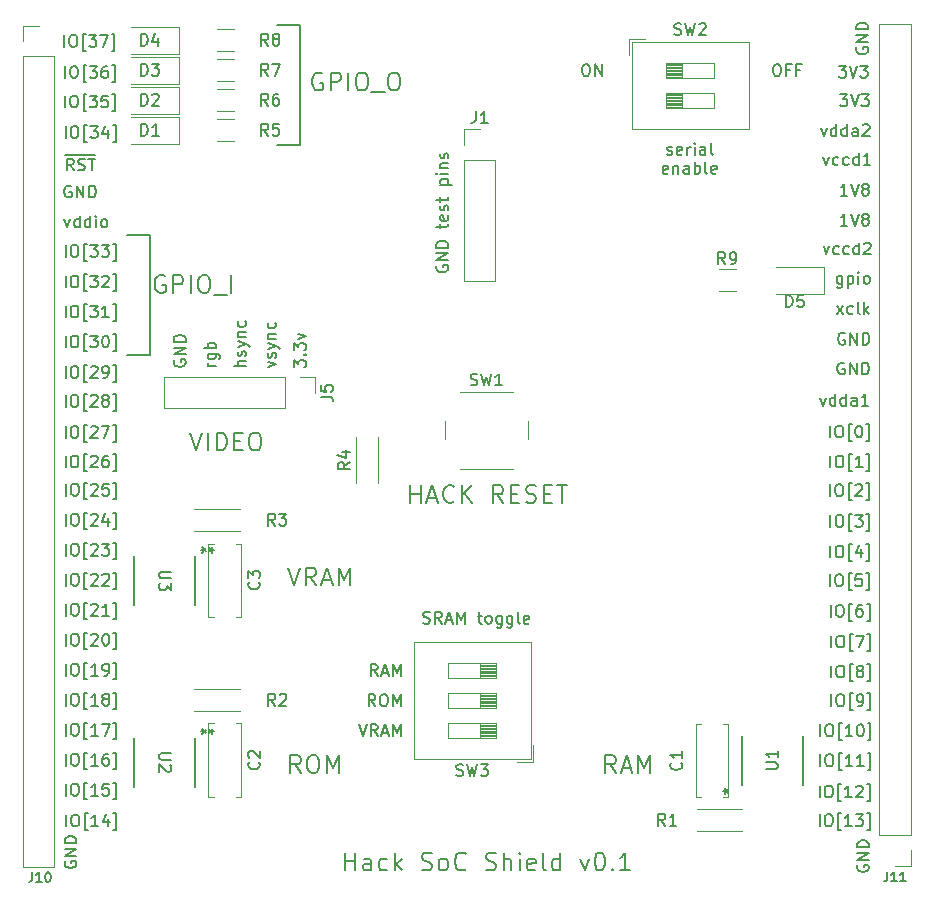
<source format=gbr>
%TF.GenerationSoftware,KiCad,Pcbnew,7.0.7*%
%TF.CreationDate,2024-01-26T20:02:37-03:00*%
%TF.ProjectId,hack_soc_shield,6861636b-5f73-46f6-935f-736869656c64,rev?*%
%TF.SameCoordinates,PX26ed550PY6160b60*%
%TF.FileFunction,Legend,Top*%
%TF.FilePolarity,Positive*%
%FSLAX46Y46*%
G04 Gerber Fmt 4.6, Leading zero omitted, Abs format (unit mm)*
G04 Created by KiCad (PCBNEW 7.0.7) date 2024-01-26 20:02:37*
%MOMM*%
%LPD*%
G01*
G04 APERTURE LIST*
%ADD10C,0.150000*%
%ADD11C,0.200000*%
%ADD12C,0.120000*%
%ADD13C,0.152400*%
G04 APERTURE END LIST*
D10*
X23456819Y43929542D02*
X23456819Y44548589D01*
X23456819Y44548589D02*
X23837771Y44215256D01*
X23837771Y44215256D02*
X23837771Y44358113D01*
X23837771Y44358113D02*
X23885390Y44453351D01*
X23885390Y44453351D02*
X23933009Y44500970D01*
X23933009Y44500970D02*
X24028247Y44548589D01*
X24028247Y44548589D02*
X24266342Y44548589D01*
X24266342Y44548589D02*
X24361580Y44500970D01*
X24361580Y44500970D02*
X24409200Y44453351D01*
X24409200Y44453351D02*
X24456819Y44358113D01*
X24456819Y44358113D02*
X24456819Y44072399D01*
X24456819Y44072399D02*
X24409200Y43977161D01*
X24409200Y43977161D02*
X24361580Y43929542D01*
X24361580Y44977161D02*
X24409200Y45024780D01*
X24409200Y45024780D02*
X24456819Y44977161D01*
X24456819Y44977161D02*
X24409200Y44929542D01*
X24409200Y44929542D02*
X24361580Y44977161D01*
X24361580Y44977161D02*
X24456819Y44977161D01*
X23456819Y45358113D02*
X23456819Y45977160D01*
X23456819Y45977160D02*
X23837771Y45643827D01*
X23837771Y45643827D02*
X23837771Y45786684D01*
X23837771Y45786684D02*
X23885390Y45881922D01*
X23885390Y45881922D02*
X23933009Y45929541D01*
X23933009Y45929541D02*
X24028247Y45977160D01*
X24028247Y45977160D02*
X24266342Y45977160D01*
X24266342Y45977160D02*
X24361580Y45929541D01*
X24361580Y45929541D02*
X24409200Y45881922D01*
X24409200Y45881922D02*
X24456819Y45786684D01*
X24456819Y45786684D02*
X24456819Y45500970D01*
X24456819Y45500970D02*
X24409200Y45405732D01*
X24409200Y45405732D02*
X24361580Y45358113D01*
X23790152Y46310494D02*
X24456819Y46548589D01*
X24456819Y46548589D02*
X23790152Y46786684D01*
X13344438Y44548589D02*
X13296819Y44453351D01*
X13296819Y44453351D02*
X13296819Y44310494D01*
X13296819Y44310494D02*
X13344438Y44167637D01*
X13344438Y44167637D02*
X13439676Y44072399D01*
X13439676Y44072399D02*
X13534914Y44024780D01*
X13534914Y44024780D02*
X13725390Y43977161D01*
X13725390Y43977161D02*
X13868247Y43977161D01*
X13868247Y43977161D02*
X14058723Y44024780D01*
X14058723Y44024780D02*
X14153961Y44072399D01*
X14153961Y44072399D02*
X14249200Y44167637D01*
X14249200Y44167637D02*
X14296819Y44310494D01*
X14296819Y44310494D02*
X14296819Y44405732D01*
X14296819Y44405732D02*
X14249200Y44548589D01*
X14249200Y44548589D02*
X14201580Y44596208D01*
X14201580Y44596208D02*
X13868247Y44596208D01*
X13868247Y44596208D02*
X13868247Y44405732D01*
X14296819Y45024780D02*
X13296819Y45024780D01*
X13296819Y45024780D02*
X14296819Y45596208D01*
X14296819Y45596208D02*
X13296819Y45596208D01*
X14296819Y46072399D02*
X13296819Y46072399D01*
X13296819Y46072399D02*
X13296819Y46310494D01*
X13296819Y46310494D02*
X13344438Y46453351D01*
X13344438Y46453351D02*
X13439676Y46548589D01*
X13439676Y46548589D02*
X13534914Y46596208D01*
X13534914Y46596208D02*
X13725390Y46643827D01*
X13725390Y46643827D02*
X13868247Y46643827D01*
X13868247Y46643827D02*
X14058723Y46596208D01*
X14058723Y46596208D02*
X14153961Y46548589D01*
X14153961Y46548589D02*
X14249200Y46453351D01*
X14249200Y46453351D02*
X14296819Y46310494D01*
X14296819Y46310494D02*
X14296819Y46072399D01*
X16836819Y44024780D02*
X16170152Y44024780D01*
X16360628Y44024780D02*
X16265390Y44072399D01*
X16265390Y44072399D02*
X16217771Y44120018D01*
X16217771Y44120018D02*
X16170152Y44215256D01*
X16170152Y44215256D02*
X16170152Y44310494D01*
X16170152Y45072399D02*
X16979676Y45072399D01*
X16979676Y45072399D02*
X17074914Y45024780D01*
X17074914Y45024780D02*
X17122533Y44977161D01*
X17122533Y44977161D02*
X17170152Y44881923D01*
X17170152Y44881923D02*
X17170152Y44739066D01*
X17170152Y44739066D02*
X17122533Y44643828D01*
X16789200Y45072399D02*
X16836819Y44977161D01*
X16836819Y44977161D02*
X16836819Y44786685D01*
X16836819Y44786685D02*
X16789200Y44691447D01*
X16789200Y44691447D02*
X16741580Y44643828D01*
X16741580Y44643828D02*
X16646342Y44596209D01*
X16646342Y44596209D02*
X16360628Y44596209D01*
X16360628Y44596209D02*
X16265390Y44643828D01*
X16265390Y44643828D02*
X16217771Y44691447D01*
X16217771Y44691447D02*
X16170152Y44786685D01*
X16170152Y44786685D02*
X16170152Y44977161D01*
X16170152Y44977161D02*
X16217771Y45072399D01*
X16836819Y45548590D02*
X15836819Y45548590D01*
X16217771Y45548590D02*
X16170152Y45643828D01*
X16170152Y45643828D02*
X16170152Y45834304D01*
X16170152Y45834304D02*
X16217771Y45929542D01*
X16217771Y45929542D02*
X16265390Y45977161D01*
X16265390Y45977161D02*
X16360628Y46024780D01*
X16360628Y46024780D02*
X16646342Y46024780D01*
X16646342Y46024780D02*
X16741580Y45977161D01*
X16741580Y45977161D02*
X16789200Y45929542D01*
X16789200Y45929542D02*
X16836819Y45834304D01*
X16836819Y45834304D02*
X16836819Y45643828D01*
X16836819Y45643828D02*
X16789200Y45548590D01*
X19376819Y44024780D02*
X18376819Y44024780D01*
X19376819Y44453351D02*
X18853009Y44453351D01*
X18853009Y44453351D02*
X18757771Y44405732D01*
X18757771Y44405732D02*
X18710152Y44310494D01*
X18710152Y44310494D02*
X18710152Y44167637D01*
X18710152Y44167637D02*
X18757771Y44072399D01*
X18757771Y44072399D02*
X18805390Y44024780D01*
X19329200Y44881923D02*
X19376819Y44977161D01*
X19376819Y44977161D02*
X19376819Y45167637D01*
X19376819Y45167637D02*
X19329200Y45262875D01*
X19329200Y45262875D02*
X19233961Y45310494D01*
X19233961Y45310494D02*
X19186342Y45310494D01*
X19186342Y45310494D02*
X19091104Y45262875D01*
X19091104Y45262875D02*
X19043485Y45167637D01*
X19043485Y45167637D02*
X19043485Y45024780D01*
X19043485Y45024780D02*
X18995866Y44929542D01*
X18995866Y44929542D02*
X18900628Y44881923D01*
X18900628Y44881923D02*
X18853009Y44881923D01*
X18853009Y44881923D02*
X18757771Y44929542D01*
X18757771Y44929542D02*
X18710152Y45024780D01*
X18710152Y45024780D02*
X18710152Y45167637D01*
X18710152Y45167637D02*
X18757771Y45262875D01*
X18710152Y45643828D02*
X19376819Y45881923D01*
X18710152Y46120018D02*
X19376819Y45881923D01*
X19376819Y45881923D02*
X19614914Y45786685D01*
X19614914Y45786685D02*
X19662533Y45739066D01*
X19662533Y45739066D02*
X19710152Y45643828D01*
X18710152Y46500971D02*
X19376819Y46500971D01*
X18805390Y46500971D02*
X18757771Y46548590D01*
X18757771Y46548590D02*
X18710152Y46643828D01*
X18710152Y46643828D02*
X18710152Y46786685D01*
X18710152Y46786685D02*
X18757771Y46881923D01*
X18757771Y46881923D02*
X18853009Y46929542D01*
X18853009Y46929542D02*
X19376819Y46929542D01*
X19329200Y47834304D02*
X19376819Y47739066D01*
X19376819Y47739066D02*
X19376819Y47548590D01*
X19376819Y47548590D02*
X19329200Y47453352D01*
X19329200Y47453352D02*
X19281580Y47405733D01*
X19281580Y47405733D02*
X19186342Y47358114D01*
X19186342Y47358114D02*
X18900628Y47358114D01*
X18900628Y47358114D02*
X18805390Y47405733D01*
X18805390Y47405733D02*
X18757771Y47453352D01*
X18757771Y47453352D02*
X18710152Y47548590D01*
X18710152Y47548590D02*
X18710152Y47739066D01*
X18710152Y47739066D02*
X18757771Y47834304D01*
X21250152Y43929542D02*
X21916819Y44167637D01*
X21916819Y44167637D02*
X21250152Y44405732D01*
X21869200Y44739066D02*
X21916819Y44834304D01*
X21916819Y44834304D02*
X21916819Y45024780D01*
X21916819Y45024780D02*
X21869200Y45120018D01*
X21869200Y45120018D02*
X21773961Y45167637D01*
X21773961Y45167637D02*
X21726342Y45167637D01*
X21726342Y45167637D02*
X21631104Y45120018D01*
X21631104Y45120018D02*
X21583485Y45024780D01*
X21583485Y45024780D02*
X21583485Y44881923D01*
X21583485Y44881923D02*
X21535866Y44786685D01*
X21535866Y44786685D02*
X21440628Y44739066D01*
X21440628Y44739066D02*
X21393009Y44739066D01*
X21393009Y44739066D02*
X21297771Y44786685D01*
X21297771Y44786685D02*
X21250152Y44881923D01*
X21250152Y44881923D02*
X21250152Y45024780D01*
X21250152Y45024780D02*
X21297771Y45120018D01*
X21250152Y45500971D02*
X21916819Y45739066D01*
X21250152Y45977161D02*
X21916819Y45739066D01*
X21916819Y45739066D02*
X22154914Y45643828D01*
X22154914Y45643828D02*
X22202533Y45596209D01*
X22202533Y45596209D02*
X22250152Y45500971D01*
X21250152Y46358114D02*
X21916819Y46358114D01*
X21345390Y46358114D02*
X21297771Y46405733D01*
X21297771Y46405733D02*
X21250152Y46500971D01*
X21250152Y46500971D02*
X21250152Y46643828D01*
X21250152Y46643828D02*
X21297771Y46739066D01*
X21297771Y46739066D02*
X21393009Y46786685D01*
X21393009Y46786685D02*
X21916819Y46786685D01*
X21869200Y47691447D02*
X21916819Y47596209D01*
X21916819Y47596209D02*
X21916819Y47405733D01*
X21916819Y47405733D02*
X21869200Y47310495D01*
X21869200Y47310495D02*
X21821580Y47262876D01*
X21821580Y47262876D02*
X21726342Y47215257D01*
X21726342Y47215257D02*
X21440628Y47215257D01*
X21440628Y47215257D02*
X21345390Y47262876D01*
X21345390Y47262876D02*
X21297771Y47310495D01*
X21297771Y47310495D02*
X21250152Y47405733D01*
X21250152Y47405733D02*
X21250152Y47596209D01*
X21250152Y47596209D02*
X21297771Y47691447D01*
D11*
X11252000Y44958000D02*
X9347000Y44958000D01*
X23952000Y72898000D02*
X23952000Y62738000D01*
X9347000Y55118000D02*
X11252000Y55118000D01*
X11252000Y55118000D02*
X11252000Y44958000D01*
X23952000Y62738000D02*
X22047000Y62738000D01*
X22047000Y72898000D02*
X23952000Y72898000D01*
D10*
X68037143Y10162381D02*
X68037143Y11162381D01*
X68703809Y11162381D02*
X68894285Y11162381D01*
X68894285Y11162381D02*
X68989523Y11114762D01*
X68989523Y11114762D02*
X69084761Y11019524D01*
X69084761Y11019524D02*
X69132380Y10829048D01*
X69132380Y10829048D02*
X69132380Y10495715D01*
X69132380Y10495715D02*
X69084761Y10305239D01*
X69084761Y10305239D02*
X68989523Y10210000D01*
X68989523Y10210000D02*
X68894285Y10162381D01*
X68894285Y10162381D02*
X68703809Y10162381D01*
X68703809Y10162381D02*
X68608571Y10210000D01*
X68608571Y10210000D02*
X68513333Y10305239D01*
X68513333Y10305239D02*
X68465714Y10495715D01*
X68465714Y10495715D02*
X68465714Y10829048D01*
X68465714Y10829048D02*
X68513333Y11019524D01*
X68513333Y11019524D02*
X68608571Y11114762D01*
X68608571Y11114762D02*
X68703809Y11162381D01*
X69846666Y9829048D02*
X69608571Y9829048D01*
X69608571Y9829048D02*
X69608571Y11257620D01*
X69608571Y11257620D02*
X69846666Y11257620D01*
X70751428Y10162381D02*
X70180000Y10162381D01*
X70465714Y10162381D02*
X70465714Y11162381D01*
X70465714Y11162381D02*
X70370476Y11019524D01*
X70370476Y11019524D02*
X70275238Y10924286D01*
X70275238Y10924286D02*
X70180000Y10876667D01*
X71703809Y10162381D02*
X71132381Y10162381D01*
X71418095Y10162381D02*
X71418095Y11162381D01*
X71418095Y11162381D02*
X71322857Y11019524D01*
X71322857Y11019524D02*
X71227619Y10924286D01*
X71227619Y10924286D02*
X71132381Y10876667D01*
X72037143Y9829048D02*
X72275238Y9829048D01*
X72275238Y9829048D02*
X72275238Y11257620D01*
X72275238Y11257620D02*
X72037143Y11257620D01*
X69886428Y51672248D02*
X69886428Y50862724D01*
X69886428Y50862724D02*
X69838809Y50767486D01*
X69838809Y50767486D02*
X69791190Y50719867D01*
X69791190Y50719867D02*
X69695952Y50672248D01*
X69695952Y50672248D02*
X69553095Y50672248D01*
X69553095Y50672248D02*
X69457857Y50719867D01*
X69886428Y51053200D02*
X69791190Y51005581D01*
X69791190Y51005581D02*
X69600714Y51005581D01*
X69600714Y51005581D02*
X69505476Y51053200D01*
X69505476Y51053200D02*
X69457857Y51100820D01*
X69457857Y51100820D02*
X69410238Y51196058D01*
X69410238Y51196058D02*
X69410238Y51481772D01*
X69410238Y51481772D02*
X69457857Y51577010D01*
X69457857Y51577010D02*
X69505476Y51624629D01*
X69505476Y51624629D02*
X69600714Y51672248D01*
X69600714Y51672248D02*
X69791190Y51672248D01*
X69791190Y51672248D02*
X69886428Y51624629D01*
X70362619Y51672248D02*
X70362619Y50672248D01*
X70362619Y51624629D02*
X70457857Y51672248D01*
X70457857Y51672248D02*
X70648333Y51672248D01*
X70648333Y51672248D02*
X70743571Y51624629D01*
X70743571Y51624629D02*
X70791190Y51577010D01*
X70791190Y51577010D02*
X70838809Y51481772D01*
X70838809Y51481772D02*
X70838809Y51196058D01*
X70838809Y51196058D02*
X70791190Y51100820D01*
X70791190Y51100820D02*
X70743571Y51053200D01*
X70743571Y51053200D02*
X70648333Y51005581D01*
X70648333Y51005581D02*
X70457857Y51005581D01*
X70457857Y51005581D02*
X70362619Y51053200D01*
X71267381Y51005581D02*
X71267381Y51672248D01*
X71267381Y52005581D02*
X71219762Y51957962D01*
X71219762Y51957962D02*
X71267381Y51910343D01*
X71267381Y51910343D02*
X71315000Y51957962D01*
X71315000Y51957962D02*
X71267381Y52005581D01*
X71267381Y52005581D02*
X71267381Y51910343D01*
X71886428Y51005581D02*
X71791190Y51053200D01*
X71791190Y51053200D02*
X71743571Y51100820D01*
X71743571Y51100820D02*
X71695952Y51196058D01*
X71695952Y51196058D02*
X71695952Y51481772D01*
X71695952Y51481772D02*
X71743571Y51577010D01*
X71743571Y51577010D02*
X71791190Y51624629D01*
X71791190Y51624629D02*
X71886428Y51672248D01*
X71886428Y51672248D02*
X72029285Y51672248D01*
X72029285Y51672248D02*
X72124523Y51624629D01*
X72124523Y51624629D02*
X72172142Y51577010D01*
X72172142Y51577010D02*
X72219761Y51481772D01*
X72219761Y51481772D02*
X72219761Y51196058D01*
X72219761Y51196058D02*
X72172142Y51100820D01*
X72172142Y51100820D02*
X72124523Y51053200D01*
X72124523Y51053200D02*
X72029285Y51005581D01*
X72029285Y51005581D02*
X71886428Y51005581D01*
X68037143Y12702381D02*
X68037143Y13702381D01*
X68703809Y13702381D02*
X68894285Y13702381D01*
X68894285Y13702381D02*
X68989523Y13654762D01*
X68989523Y13654762D02*
X69084761Y13559524D01*
X69084761Y13559524D02*
X69132380Y13369048D01*
X69132380Y13369048D02*
X69132380Y13035715D01*
X69132380Y13035715D02*
X69084761Y12845239D01*
X69084761Y12845239D02*
X68989523Y12750000D01*
X68989523Y12750000D02*
X68894285Y12702381D01*
X68894285Y12702381D02*
X68703809Y12702381D01*
X68703809Y12702381D02*
X68608571Y12750000D01*
X68608571Y12750000D02*
X68513333Y12845239D01*
X68513333Y12845239D02*
X68465714Y13035715D01*
X68465714Y13035715D02*
X68465714Y13369048D01*
X68465714Y13369048D02*
X68513333Y13559524D01*
X68513333Y13559524D02*
X68608571Y13654762D01*
X68608571Y13654762D02*
X68703809Y13702381D01*
X69846666Y12369048D02*
X69608571Y12369048D01*
X69608571Y12369048D02*
X69608571Y13797620D01*
X69608571Y13797620D02*
X69846666Y13797620D01*
X70751428Y12702381D02*
X70180000Y12702381D01*
X70465714Y12702381D02*
X70465714Y13702381D01*
X70465714Y13702381D02*
X70370476Y13559524D01*
X70370476Y13559524D02*
X70275238Y13464286D01*
X70275238Y13464286D02*
X70180000Y13416667D01*
X71370476Y13702381D02*
X71465714Y13702381D01*
X71465714Y13702381D02*
X71560952Y13654762D01*
X71560952Y13654762D02*
X71608571Y13607143D01*
X71608571Y13607143D02*
X71656190Y13511905D01*
X71656190Y13511905D02*
X71703809Y13321429D01*
X71703809Y13321429D02*
X71703809Y13083334D01*
X71703809Y13083334D02*
X71656190Y12892858D01*
X71656190Y12892858D02*
X71608571Y12797620D01*
X71608571Y12797620D02*
X71560952Y12750000D01*
X71560952Y12750000D02*
X71465714Y12702381D01*
X71465714Y12702381D02*
X71370476Y12702381D01*
X71370476Y12702381D02*
X71275238Y12750000D01*
X71275238Y12750000D02*
X71227619Y12797620D01*
X71227619Y12797620D02*
X71180000Y12892858D01*
X71180000Y12892858D02*
X71132381Y13083334D01*
X71132381Y13083334D02*
X71132381Y13321429D01*
X71132381Y13321429D02*
X71180000Y13511905D01*
X71180000Y13511905D02*
X71227619Y13607143D01*
X71227619Y13607143D02*
X71275238Y13654762D01*
X71275238Y13654762D02*
X71370476Y13702381D01*
X72037143Y12369048D02*
X72275238Y12369048D01*
X72275238Y12369048D02*
X72275238Y13797620D01*
X72275238Y13797620D02*
X72037143Y13797620D01*
X4130743Y43029981D02*
X4130743Y44029981D01*
X4797409Y44029981D02*
X4987885Y44029981D01*
X4987885Y44029981D02*
X5083123Y43982362D01*
X5083123Y43982362D02*
X5178361Y43887124D01*
X5178361Y43887124D02*
X5225980Y43696648D01*
X5225980Y43696648D02*
X5225980Y43363315D01*
X5225980Y43363315D02*
X5178361Y43172839D01*
X5178361Y43172839D02*
X5083123Y43077600D01*
X5083123Y43077600D02*
X4987885Y43029981D01*
X4987885Y43029981D02*
X4797409Y43029981D01*
X4797409Y43029981D02*
X4702171Y43077600D01*
X4702171Y43077600D02*
X4606933Y43172839D01*
X4606933Y43172839D02*
X4559314Y43363315D01*
X4559314Y43363315D02*
X4559314Y43696648D01*
X4559314Y43696648D02*
X4606933Y43887124D01*
X4606933Y43887124D02*
X4702171Y43982362D01*
X4702171Y43982362D02*
X4797409Y44029981D01*
X5940266Y42696648D02*
X5702171Y42696648D01*
X5702171Y42696648D02*
X5702171Y44125220D01*
X5702171Y44125220D02*
X5940266Y44125220D01*
X6273600Y43934743D02*
X6321219Y43982362D01*
X6321219Y43982362D02*
X6416457Y44029981D01*
X6416457Y44029981D02*
X6654552Y44029981D01*
X6654552Y44029981D02*
X6749790Y43982362D01*
X6749790Y43982362D02*
X6797409Y43934743D01*
X6797409Y43934743D02*
X6845028Y43839505D01*
X6845028Y43839505D02*
X6845028Y43744267D01*
X6845028Y43744267D02*
X6797409Y43601410D01*
X6797409Y43601410D02*
X6225981Y43029981D01*
X6225981Y43029981D02*
X6845028Y43029981D01*
X7321219Y43029981D02*
X7511695Y43029981D01*
X7511695Y43029981D02*
X7606933Y43077600D01*
X7606933Y43077600D02*
X7654552Y43125220D01*
X7654552Y43125220D02*
X7749790Y43268077D01*
X7749790Y43268077D02*
X7797409Y43458553D01*
X7797409Y43458553D02*
X7797409Y43839505D01*
X7797409Y43839505D02*
X7749790Y43934743D01*
X7749790Y43934743D02*
X7702171Y43982362D01*
X7702171Y43982362D02*
X7606933Y44029981D01*
X7606933Y44029981D02*
X7416457Y44029981D01*
X7416457Y44029981D02*
X7321219Y43982362D01*
X7321219Y43982362D02*
X7273600Y43934743D01*
X7273600Y43934743D02*
X7225981Y43839505D01*
X7225981Y43839505D02*
X7225981Y43601410D01*
X7225981Y43601410D02*
X7273600Y43506172D01*
X7273600Y43506172D02*
X7321219Y43458553D01*
X7321219Y43458553D02*
X7416457Y43410934D01*
X7416457Y43410934D02*
X7606933Y43410934D01*
X7606933Y43410934D02*
X7702171Y43458553D01*
X7702171Y43458553D02*
X7749790Y43506172D01*
X7749790Y43506172D02*
X7797409Y43601410D01*
X8130743Y42696648D02*
X8368838Y42696648D01*
X8368838Y42696648D02*
X8368838Y44125220D01*
X8368838Y44125220D02*
X8130743Y44125220D01*
X4130743Y40591581D02*
X4130743Y41591581D01*
X4797409Y41591581D02*
X4987885Y41591581D01*
X4987885Y41591581D02*
X5083123Y41543962D01*
X5083123Y41543962D02*
X5178361Y41448724D01*
X5178361Y41448724D02*
X5225980Y41258248D01*
X5225980Y41258248D02*
X5225980Y40924915D01*
X5225980Y40924915D02*
X5178361Y40734439D01*
X5178361Y40734439D02*
X5083123Y40639200D01*
X5083123Y40639200D02*
X4987885Y40591581D01*
X4987885Y40591581D02*
X4797409Y40591581D01*
X4797409Y40591581D02*
X4702171Y40639200D01*
X4702171Y40639200D02*
X4606933Y40734439D01*
X4606933Y40734439D02*
X4559314Y40924915D01*
X4559314Y40924915D02*
X4559314Y41258248D01*
X4559314Y41258248D02*
X4606933Y41448724D01*
X4606933Y41448724D02*
X4702171Y41543962D01*
X4702171Y41543962D02*
X4797409Y41591581D01*
X5940266Y40258248D02*
X5702171Y40258248D01*
X5702171Y40258248D02*
X5702171Y41686820D01*
X5702171Y41686820D02*
X5940266Y41686820D01*
X6273600Y41496343D02*
X6321219Y41543962D01*
X6321219Y41543962D02*
X6416457Y41591581D01*
X6416457Y41591581D02*
X6654552Y41591581D01*
X6654552Y41591581D02*
X6749790Y41543962D01*
X6749790Y41543962D02*
X6797409Y41496343D01*
X6797409Y41496343D02*
X6845028Y41401105D01*
X6845028Y41401105D02*
X6845028Y41305867D01*
X6845028Y41305867D02*
X6797409Y41163010D01*
X6797409Y41163010D02*
X6225981Y40591581D01*
X6225981Y40591581D02*
X6845028Y40591581D01*
X7416457Y41163010D02*
X7321219Y41210629D01*
X7321219Y41210629D02*
X7273600Y41258248D01*
X7273600Y41258248D02*
X7225981Y41353486D01*
X7225981Y41353486D02*
X7225981Y41401105D01*
X7225981Y41401105D02*
X7273600Y41496343D01*
X7273600Y41496343D02*
X7321219Y41543962D01*
X7321219Y41543962D02*
X7416457Y41591581D01*
X7416457Y41591581D02*
X7606933Y41591581D01*
X7606933Y41591581D02*
X7702171Y41543962D01*
X7702171Y41543962D02*
X7749790Y41496343D01*
X7749790Y41496343D02*
X7797409Y41401105D01*
X7797409Y41401105D02*
X7797409Y41353486D01*
X7797409Y41353486D02*
X7749790Y41258248D01*
X7749790Y41258248D02*
X7702171Y41210629D01*
X7702171Y41210629D02*
X7606933Y41163010D01*
X7606933Y41163010D02*
X7416457Y41163010D01*
X7416457Y41163010D02*
X7321219Y41115391D01*
X7321219Y41115391D02*
X7273600Y41067772D01*
X7273600Y41067772D02*
X7225981Y40972534D01*
X7225981Y40972534D02*
X7225981Y40782058D01*
X7225981Y40782058D02*
X7273600Y40686820D01*
X7273600Y40686820D02*
X7321219Y40639200D01*
X7321219Y40639200D02*
X7416457Y40591581D01*
X7416457Y40591581D02*
X7606933Y40591581D01*
X7606933Y40591581D02*
X7702171Y40639200D01*
X7702171Y40639200D02*
X7749790Y40686820D01*
X7749790Y40686820D02*
X7797409Y40782058D01*
X7797409Y40782058D02*
X7797409Y40972534D01*
X7797409Y40972534D02*
X7749790Y41067772D01*
X7749790Y41067772D02*
X7702171Y41115391D01*
X7702171Y41115391D02*
X7606933Y41163010D01*
X8130743Y40258248D02*
X8368838Y40258248D01*
X8368838Y40258248D02*
X8368838Y41686820D01*
X8368838Y41686820D02*
X8130743Y41686820D01*
X70053095Y44287162D02*
X69957857Y44334781D01*
X69957857Y44334781D02*
X69815000Y44334781D01*
X69815000Y44334781D02*
X69672143Y44287162D01*
X69672143Y44287162D02*
X69576905Y44191924D01*
X69576905Y44191924D02*
X69529286Y44096686D01*
X69529286Y44096686D02*
X69481667Y43906210D01*
X69481667Y43906210D02*
X69481667Y43763353D01*
X69481667Y43763353D02*
X69529286Y43572877D01*
X69529286Y43572877D02*
X69576905Y43477639D01*
X69576905Y43477639D02*
X69672143Y43382400D01*
X69672143Y43382400D02*
X69815000Y43334781D01*
X69815000Y43334781D02*
X69910238Y43334781D01*
X69910238Y43334781D02*
X70053095Y43382400D01*
X70053095Y43382400D02*
X70100714Y43430020D01*
X70100714Y43430020D02*
X70100714Y43763353D01*
X70100714Y43763353D02*
X69910238Y43763353D01*
X70529286Y43334781D02*
X70529286Y44334781D01*
X70529286Y44334781D02*
X71100714Y43334781D01*
X71100714Y43334781D02*
X71100714Y44334781D01*
X71576905Y43334781D02*
X71576905Y44334781D01*
X71576905Y44334781D02*
X71815000Y44334781D01*
X71815000Y44334781D02*
X71957857Y44287162D01*
X71957857Y44287162D02*
X72053095Y44191924D01*
X72053095Y44191924D02*
X72100714Y44096686D01*
X72100714Y44096686D02*
X72148333Y43906210D01*
X72148333Y43906210D02*
X72148333Y43763353D01*
X72148333Y43763353D02*
X72100714Y43572877D01*
X72100714Y43572877D02*
X72053095Y43477639D01*
X72053095Y43477639D02*
X71957857Y43382400D01*
X71957857Y43382400D02*
X71815000Y43334781D01*
X71815000Y43334781D02*
X71576905Y43334781D01*
X71206438Y1778096D02*
X71158819Y1682858D01*
X71158819Y1682858D02*
X71158819Y1540001D01*
X71158819Y1540001D02*
X71206438Y1397144D01*
X71206438Y1397144D02*
X71301676Y1301906D01*
X71301676Y1301906D02*
X71396914Y1254287D01*
X71396914Y1254287D02*
X71587390Y1206668D01*
X71587390Y1206668D02*
X71730247Y1206668D01*
X71730247Y1206668D02*
X71920723Y1254287D01*
X71920723Y1254287D02*
X72015961Y1301906D01*
X72015961Y1301906D02*
X72111200Y1397144D01*
X72111200Y1397144D02*
X72158819Y1540001D01*
X72158819Y1540001D02*
X72158819Y1635239D01*
X72158819Y1635239D02*
X72111200Y1778096D01*
X72111200Y1778096D02*
X72063580Y1825715D01*
X72063580Y1825715D02*
X71730247Y1825715D01*
X71730247Y1825715D02*
X71730247Y1635239D01*
X72158819Y2254287D02*
X71158819Y2254287D01*
X71158819Y2254287D02*
X72158819Y2825715D01*
X72158819Y2825715D02*
X71158819Y2825715D01*
X72158819Y3301906D02*
X71158819Y3301906D01*
X71158819Y3301906D02*
X71158819Y3540001D01*
X71158819Y3540001D02*
X71206438Y3682858D01*
X71206438Y3682858D02*
X71301676Y3778096D01*
X71301676Y3778096D02*
X71396914Y3825715D01*
X71396914Y3825715D02*
X71587390Y3873334D01*
X71587390Y3873334D02*
X71730247Y3873334D01*
X71730247Y3873334D02*
X71920723Y3825715D01*
X71920723Y3825715D02*
X72015961Y3778096D01*
X72015961Y3778096D02*
X72111200Y3682858D01*
X72111200Y3682858D02*
X72158819Y3540001D01*
X72158819Y3540001D02*
X72158819Y3301906D01*
X68894333Y30431581D02*
X68894333Y31431581D01*
X69560999Y31431581D02*
X69751475Y31431581D01*
X69751475Y31431581D02*
X69846713Y31383962D01*
X69846713Y31383962D02*
X69941951Y31288724D01*
X69941951Y31288724D02*
X69989570Y31098248D01*
X69989570Y31098248D02*
X69989570Y30764915D01*
X69989570Y30764915D02*
X69941951Y30574439D01*
X69941951Y30574439D02*
X69846713Y30479200D01*
X69846713Y30479200D02*
X69751475Y30431581D01*
X69751475Y30431581D02*
X69560999Y30431581D01*
X69560999Y30431581D02*
X69465761Y30479200D01*
X69465761Y30479200D02*
X69370523Y30574439D01*
X69370523Y30574439D02*
X69322904Y30764915D01*
X69322904Y30764915D02*
X69322904Y31098248D01*
X69322904Y31098248D02*
X69370523Y31288724D01*
X69370523Y31288724D02*
X69465761Y31383962D01*
X69465761Y31383962D02*
X69560999Y31431581D01*
X70703856Y30098248D02*
X70465761Y30098248D01*
X70465761Y30098248D02*
X70465761Y31526820D01*
X70465761Y31526820D02*
X70703856Y31526820D01*
X70989571Y31431581D02*
X71608618Y31431581D01*
X71608618Y31431581D02*
X71275285Y31050629D01*
X71275285Y31050629D02*
X71418142Y31050629D01*
X71418142Y31050629D02*
X71513380Y31003010D01*
X71513380Y31003010D02*
X71560999Y30955391D01*
X71560999Y30955391D02*
X71608618Y30860153D01*
X71608618Y30860153D02*
X71608618Y30622058D01*
X71608618Y30622058D02*
X71560999Y30526820D01*
X71560999Y30526820D02*
X71513380Y30479200D01*
X71513380Y30479200D02*
X71418142Y30431581D01*
X71418142Y30431581D02*
X71132428Y30431581D01*
X71132428Y30431581D02*
X71037190Y30479200D01*
X71037190Y30479200D02*
X70989571Y30526820D01*
X71941952Y30098248D02*
X72180047Y30098248D01*
X72180047Y30098248D02*
X72180047Y31526820D01*
X72180047Y31526820D02*
X71941952Y31526820D01*
X35569438Y52546809D02*
X35521819Y52451571D01*
X35521819Y52451571D02*
X35521819Y52308714D01*
X35521819Y52308714D02*
X35569438Y52165857D01*
X35569438Y52165857D02*
X35664676Y52070619D01*
X35664676Y52070619D02*
X35759914Y52023000D01*
X35759914Y52023000D02*
X35950390Y51975381D01*
X35950390Y51975381D02*
X36093247Y51975381D01*
X36093247Y51975381D02*
X36283723Y52023000D01*
X36283723Y52023000D02*
X36378961Y52070619D01*
X36378961Y52070619D02*
X36474200Y52165857D01*
X36474200Y52165857D02*
X36521819Y52308714D01*
X36521819Y52308714D02*
X36521819Y52403952D01*
X36521819Y52403952D02*
X36474200Y52546809D01*
X36474200Y52546809D02*
X36426580Y52594428D01*
X36426580Y52594428D02*
X36093247Y52594428D01*
X36093247Y52594428D02*
X36093247Y52403952D01*
X36521819Y53023000D02*
X35521819Y53023000D01*
X35521819Y53023000D02*
X36521819Y53594428D01*
X36521819Y53594428D02*
X35521819Y53594428D01*
X36521819Y54070619D02*
X35521819Y54070619D01*
X35521819Y54070619D02*
X35521819Y54308714D01*
X35521819Y54308714D02*
X35569438Y54451571D01*
X35569438Y54451571D02*
X35664676Y54546809D01*
X35664676Y54546809D02*
X35759914Y54594428D01*
X35759914Y54594428D02*
X35950390Y54642047D01*
X35950390Y54642047D02*
X36093247Y54642047D01*
X36093247Y54642047D02*
X36283723Y54594428D01*
X36283723Y54594428D02*
X36378961Y54546809D01*
X36378961Y54546809D02*
X36474200Y54451571D01*
X36474200Y54451571D02*
X36521819Y54308714D01*
X36521819Y54308714D02*
X36521819Y54070619D01*
X35855152Y55689667D02*
X35855152Y56070619D01*
X35521819Y55832524D02*
X36378961Y55832524D01*
X36378961Y55832524D02*
X36474200Y55880143D01*
X36474200Y55880143D02*
X36521819Y55975381D01*
X36521819Y55975381D02*
X36521819Y56070619D01*
X36474200Y56784905D02*
X36521819Y56689667D01*
X36521819Y56689667D02*
X36521819Y56499191D01*
X36521819Y56499191D02*
X36474200Y56403953D01*
X36474200Y56403953D02*
X36378961Y56356334D01*
X36378961Y56356334D02*
X35998009Y56356334D01*
X35998009Y56356334D02*
X35902771Y56403953D01*
X35902771Y56403953D02*
X35855152Y56499191D01*
X35855152Y56499191D02*
X35855152Y56689667D01*
X35855152Y56689667D02*
X35902771Y56784905D01*
X35902771Y56784905D02*
X35998009Y56832524D01*
X35998009Y56832524D02*
X36093247Y56832524D01*
X36093247Y56832524D02*
X36188485Y56356334D01*
X36474200Y57213477D02*
X36521819Y57308715D01*
X36521819Y57308715D02*
X36521819Y57499191D01*
X36521819Y57499191D02*
X36474200Y57594429D01*
X36474200Y57594429D02*
X36378961Y57642048D01*
X36378961Y57642048D02*
X36331342Y57642048D01*
X36331342Y57642048D02*
X36236104Y57594429D01*
X36236104Y57594429D02*
X36188485Y57499191D01*
X36188485Y57499191D02*
X36188485Y57356334D01*
X36188485Y57356334D02*
X36140866Y57261096D01*
X36140866Y57261096D02*
X36045628Y57213477D01*
X36045628Y57213477D02*
X35998009Y57213477D01*
X35998009Y57213477D02*
X35902771Y57261096D01*
X35902771Y57261096D02*
X35855152Y57356334D01*
X35855152Y57356334D02*
X35855152Y57499191D01*
X35855152Y57499191D02*
X35902771Y57594429D01*
X35855152Y57927763D02*
X35855152Y58308715D01*
X35521819Y58070620D02*
X36378961Y58070620D01*
X36378961Y58070620D02*
X36474200Y58118239D01*
X36474200Y58118239D02*
X36521819Y58213477D01*
X36521819Y58213477D02*
X36521819Y58308715D01*
X35855152Y59403954D02*
X36855152Y59403954D01*
X35902771Y59403954D02*
X35855152Y59499192D01*
X35855152Y59499192D02*
X35855152Y59689668D01*
X35855152Y59689668D02*
X35902771Y59784906D01*
X35902771Y59784906D02*
X35950390Y59832525D01*
X35950390Y59832525D02*
X36045628Y59880144D01*
X36045628Y59880144D02*
X36331342Y59880144D01*
X36331342Y59880144D02*
X36426580Y59832525D01*
X36426580Y59832525D02*
X36474200Y59784906D01*
X36474200Y59784906D02*
X36521819Y59689668D01*
X36521819Y59689668D02*
X36521819Y59499192D01*
X36521819Y59499192D02*
X36474200Y59403954D01*
X36521819Y60308716D02*
X35855152Y60308716D01*
X35521819Y60308716D02*
X35569438Y60261097D01*
X35569438Y60261097D02*
X35617057Y60308716D01*
X35617057Y60308716D02*
X35569438Y60356335D01*
X35569438Y60356335D02*
X35521819Y60308716D01*
X35521819Y60308716D02*
X35617057Y60308716D01*
X35855152Y60784906D02*
X36521819Y60784906D01*
X35950390Y60784906D02*
X35902771Y60832525D01*
X35902771Y60832525D02*
X35855152Y60927763D01*
X35855152Y60927763D02*
X35855152Y61070620D01*
X35855152Y61070620D02*
X35902771Y61165858D01*
X35902771Y61165858D02*
X35998009Y61213477D01*
X35998009Y61213477D02*
X36521819Y61213477D01*
X36474200Y61642049D02*
X36521819Y61737287D01*
X36521819Y61737287D02*
X36521819Y61927763D01*
X36521819Y61927763D02*
X36474200Y62023001D01*
X36474200Y62023001D02*
X36378961Y62070620D01*
X36378961Y62070620D02*
X36331342Y62070620D01*
X36331342Y62070620D02*
X36236104Y62023001D01*
X36236104Y62023001D02*
X36188485Y61927763D01*
X36188485Y61927763D02*
X36188485Y61784906D01*
X36188485Y61784906D02*
X36140866Y61689668D01*
X36140866Y61689668D02*
X36045628Y61642049D01*
X36045628Y61642049D02*
X35998009Y61642049D01*
X35998009Y61642049D02*
X35902771Y61689668D01*
X35902771Y61689668D02*
X35855152Y61784906D01*
X35855152Y61784906D02*
X35855152Y61927763D01*
X35855152Y61927763D02*
X35902771Y62023001D01*
X4156143Y15293181D02*
X4156143Y16293181D01*
X4822809Y16293181D02*
X5013285Y16293181D01*
X5013285Y16293181D02*
X5108523Y16245562D01*
X5108523Y16245562D02*
X5203761Y16150324D01*
X5203761Y16150324D02*
X5251380Y15959848D01*
X5251380Y15959848D02*
X5251380Y15626515D01*
X5251380Y15626515D02*
X5203761Y15436039D01*
X5203761Y15436039D02*
X5108523Y15340800D01*
X5108523Y15340800D02*
X5013285Y15293181D01*
X5013285Y15293181D02*
X4822809Y15293181D01*
X4822809Y15293181D02*
X4727571Y15340800D01*
X4727571Y15340800D02*
X4632333Y15436039D01*
X4632333Y15436039D02*
X4584714Y15626515D01*
X4584714Y15626515D02*
X4584714Y15959848D01*
X4584714Y15959848D02*
X4632333Y16150324D01*
X4632333Y16150324D02*
X4727571Y16245562D01*
X4727571Y16245562D02*
X4822809Y16293181D01*
X5965666Y14959848D02*
X5727571Y14959848D01*
X5727571Y14959848D02*
X5727571Y16388420D01*
X5727571Y16388420D02*
X5965666Y16388420D01*
X6870428Y15293181D02*
X6299000Y15293181D01*
X6584714Y15293181D02*
X6584714Y16293181D01*
X6584714Y16293181D02*
X6489476Y16150324D01*
X6489476Y16150324D02*
X6394238Y16055086D01*
X6394238Y16055086D02*
X6299000Y16007467D01*
X7441857Y15864610D02*
X7346619Y15912229D01*
X7346619Y15912229D02*
X7299000Y15959848D01*
X7299000Y15959848D02*
X7251381Y16055086D01*
X7251381Y16055086D02*
X7251381Y16102705D01*
X7251381Y16102705D02*
X7299000Y16197943D01*
X7299000Y16197943D02*
X7346619Y16245562D01*
X7346619Y16245562D02*
X7441857Y16293181D01*
X7441857Y16293181D02*
X7632333Y16293181D01*
X7632333Y16293181D02*
X7727571Y16245562D01*
X7727571Y16245562D02*
X7775190Y16197943D01*
X7775190Y16197943D02*
X7822809Y16102705D01*
X7822809Y16102705D02*
X7822809Y16055086D01*
X7822809Y16055086D02*
X7775190Y15959848D01*
X7775190Y15959848D02*
X7727571Y15912229D01*
X7727571Y15912229D02*
X7632333Y15864610D01*
X7632333Y15864610D02*
X7441857Y15864610D01*
X7441857Y15864610D02*
X7346619Y15816991D01*
X7346619Y15816991D02*
X7299000Y15769372D01*
X7299000Y15769372D02*
X7251381Y15674134D01*
X7251381Y15674134D02*
X7251381Y15483658D01*
X7251381Y15483658D02*
X7299000Y15388420D01*
X7299000Y15388420D02*
X7346619Y15340800D01*
X7346619Y15340800D02*
X7441857Y15293181D01*
X7441857Y15293181D02*
X7632333Y15293181D01*
X7632333Y15293181D02*
X7727571Y15340800D01*
X7727571Y15340800D02*
X7775190Y15388420D01*
X7775190Y15388420D02*
X7822809Y15483658D01*
X7822809Y15483658D02*
X7822809Y15674134D01*
X7822809Y15674134D02*
X7775190Y15769372D01*
X7775190Y15769372D02*
X7727571Y15816991D01*
X7727571Y15816991D02*
X7632333Y15864610D01*
X8156143Y14959848D02*
X8394238Y14959848D01*
X8394238Y14959848D02*
X8394238Y16388420D01*
X8394238Y16388420D02*
X8156143Y16388420D01*
X28981411Y13703181D02*
X29314744Y12703181D01*
X29314744Y12703181D02*
X29648077Y13703181D01*
X30552839Y12703181D02*
X30219506Y13179372D01*
X29981411Y12703181D02*
X29981411Y13703181D01*
X29981411Y13703181D02*
X30362363Y13703181D01*
X30362363Y13703181D02*
X30457601Y13655562D01*
X30457601Y13655562D02*
X30505220Y13607943D01*
X30505220Y13607943D02*
X30552839Y13512705D01*
X30552839Y13512705D02*
X30552839Y13369848D01*
X30552839Y13369848D02*
X30505220Y13274610D01*
X30505220Y13274610D02*
X30457601Y13226991D01*
X30457601Y13226991D02*
X30362363Y13179372D01*
X30362363Y13179372D02*
X29981411Y13179372D01*
X30933792Y12988896D02*
X31409982Y12988896D01*
X30838554Y12703181D02*
X31171887Y13703181D01*
X31171887Y13703181D02*
X31505220Y12703181D01*
X31838554Y12703181D02*
X31838554Y13703181D01*
X31838554Y13703181D02*
X32171887Y12988896D01*
X32171887Y12988896D02*
X32505220Y13703181D01*
X32505220Y13703181D02*
X32505220Y12703181D01*
X4156143Y7673181D02*
X4156143Y8673181D01*
X4822809Y8673181D02*
X5013285Y8673181D01*
X5013285Y8673181D02*
X5108523Y8625562D01*
X5108523Y8625562D02*
X5203761Y8530324D01*
X5203761Y8530324D02*
X5251380Y8339848D01*
X5251380Y8339848D02*
X5251380Y8006515D01*
X5251380Y8006515D02*
X5203761Y7816039D01*
X5203761Y7816039D02*
X5108523Y7720800D01*
X5108523Y7720800D02*
X5013285Y7673181D01*
X5013285Y7673181D02*
X4822809Y7673181D01*
X4822809Y7673181D02*
X4727571Y7720800D01*
X4727571Y7720800D02*
X4632333Y7816039D01*
X4632333Y7816039D02*
X4584714Y8006515D01*
X4584714Y8006515D02*
X4584714Y8339848D01*
X4584714Y8339848D02*
X4632333Y8530324D01*
X4632333Y8530324D02*
X4727571Y8625562D01*
X4727571Y8625562D02*
X4822809Y8673181D01*
X5965666Y7339848D02*
X5727571Y7339848D01*
X5727571Y7339848D02*
X5727571Y8768420D01*
X5727571Y8768420D02*
X5965666Y8768420D01*
X6870428Y7673181D02*
X6299000Y7673181D01*
X6584714Y7673181D02*
X6584714Y8673181D01*
X6584714Y8673181D02*
X6489476Y8530324D01*
X6489476Y8530324D02*
X6394238Y8435086D01*
X6394238Y8435086D02*
X6299000Y8387467D01*
X7775190Y8673181D02*
X7299000Y8673181D01*
X7299000Y8673181D02*
X7251381Y8196991D01*
X7251381Y8196991D02*
X7299000Y8244610D01*
X7299000Y8244610D02*
X7394238Y8292229D01*
X7394238Y8292229D02*
X7632333Y8292229D01*
X7632333Y8292229D02*
X7727571Y8244610D01*
X7727571Y8244610D02*
X7775190Y8196991D01*
X7775190Y8196991D02*
X7822809Y8101753D01*
X7822809Y8101753D02*
X7822809Y7863658D01*
X7822809Y7863658D02*
X7775190Y7768420D01*
X7775190Y7768420D02*
X7727571Y7720800D01*
X7727571Y7720800D02*
X7632333Y7673181D01*
X7632333Y7673181D02*
X7394238Y7673181D01*
X7394238Y7673181D02*
X7299000Y7720800D01*
X7299000Y7720800D02*
X7251381Y7768420D01*
X8156143Y7339848D02*
X8394238Y7339848D01*
X8394238Y7339848D02*
X8394238Y8768420D01*
X8394238Y8768420D02*
X8156143Y8768420D01*
D11*
X12526435Y51660543D02*
X12383578Y51731972D01*
X12383578Y51731972D02*
X12169292Y51731972D01*
X12169292Y51731972D02*
X11955006Y51660543D01*
X11955006Y51660543D02*
X11812149Y51517686D01*
X11812149Y51517686D02*
X11740720Y51374829D01*
X11740720Y51374829D02*
X11669292Y51089115D01*
X11669292Y51089115D02*
X11669292Y50874829D01*
X11669292Y50874829D02*
X11740720Y50589115D01*
X11740720Y50589115D02*
X11812149Y50446258D01*
X11812149Y50446258D02*
X11955006Y50303400D01*
X11955006Y50303400D02*
X12169292Y50231972D01*
X12169292Y50231972D02*
X12312149Y50231972D01*
X12312149Y50231972D02*
X12526435Y50303400D01*
X12526435Y50303400D02*
X12597863Y50374829D01*
X12597863Y50374829D02*
X12597863Y50874829D01*
X12597863Y50874829D02*
X12312149Y50874829D01*
X13240720Y50231972D02*
X13240720Y51731972D01*
X13240720Y51731972D02*
X13812149Y51731972D01*
X13812149Y51731972D02*
X13955006Y51660543D01*
X13955006Y51660543D02*
X14026435Y51589115D01*
X14026435Y51589115D02*
X14097863Y51446258D01*
X14097863Y51446258D02*
X14097863Y51231972D01*
X14097863Y51231972D02*
X14026435Y51089115D01*
X14026435Y51089115D02*
X13955006Y51017686D01*
X13955006Y51017686D02*
X13812149Y50946258D01*
X13812149Y50946258D02*
X13240720Y50946258D01*
X14740720Y50231972D02*
X14740720Y51731972D01*
X15740721Y51731972D02*
X16026435Y51731972D01*
X16026435Y51731972D02*
X16169292Y51660543D01*
X16169292Y51660543D02*
X16312149Y51517686D01*
X16312149Y51517686D02*
X16383578Y51231972D01*
X16383578Y51231972D02*
X16383578Y50731972D01*
X16383578Y50731972D02*
X16312149Y50446258D01*
X16312149Y50446258D02*
X16169292Y50303400D01*
X16169292Y50303400D02*
X16026435Y50231972D01*
X16026435Y50231972D02*
X15740721Y50231972D01*
X15740721Y50231972D02*
X15597864Y50303400D01*
X15597864Y50303400D02*
X15455006Y50446258D01*
X15455006Y50446258D02*
X15383578Y50731972D01*
X15383578Y50731972D02*
X15383578Y51231972D01*
X15383578Y51231972D02*
X15455006Y51517686D01*
X15455006Y51517686D02*
X15597864Y51660543D01*
X15597864Y51660543D02*
X15740721Y51731972D01*
X16669293Y50089115D02*
X17812150Y50089115D01*
X18169292Y50231972D02*
X18169292Y51731972D01*
D10*
X68283190Y61730648D02*
X68521285Y61063981D01*
X68521285Y61063981D02*
X68759380Y61730648D01*
X69568904Y61111600D02*
X69473666Y61063981D01*
X69473666Y61063981D02*
X69283190Y61063981D01*
X69283190Y61063981D02*
X69187952Y61111600D01*
X69187952Y61111600D02*
X69140333Y61159220D01*
X69140333Y61159220D02*
X69092714Y61254458D01*
X69092714Y61254458D02*
X69092714Y61540172D01*
X69092714Y61540172D02*
X69140333Y61635410D01*
X69140333Y61635410D02*
X69187952Y61683029D01*
X69187952Y61683029D02*
X69283190Y61730648D01*
X69283190Y61730648D02*
X69473666Y61730648D01*
X69473666Y61730648D02*
X69568904Y61683029D01*
X70426047Y61111600D02*
X70330809Y61063981D01*
X70330809Y61063981D02*
X70140333Y61063981D01*
X70140333Y61063981D02*
X70045095Y61111600D01*
X70045095Y61111600D02*
X69997476Y61159220D01*
X69997476Y61159220D02*
X69949857Y61254458D01*
X69949857Y61254458D02*
X69949857Y61540172D01*
X69949857Y61540172D02*
X69997476Y61635410D01*
X69997476Y61635410D02*
X70045095Y61683029D01*
X70045095Y61683029D02*
X70140333Y61730648D01*
X70140333Y61730648D02*
X70330809Y61730648D01*
X70330809Y61730648D02*
X70426047Y61683029D01*
X71283190Y61063981D02*
X71283190Y62063981D01*
X71283190Y61111600D02*
X71187952Y61063981D01*
X71187952Y61063981D02*
X70997476Y61063981D01*
X70997476Y61063981D02*
X70902238Y61111600D01*
X70902238Y61111600D02*
X70854619Y61159220D01*
X70854619Y61159220D02*
X70807000Y61254458D01*
X70807000Y61254458D02*
X70807000Y61540172D01*
X70807000Y61540172D02*
X70854619Y61635410D01*
X70854619Y61635410D02*
X70902238Y61683029D01*
X70902238Y61683029D02*
X70997476Y61730648D01*
X70997476Y61730648D02*
X71187952Y61730648D01*
X71187952Y61730648D02*
X71283190Y61683029D01*
X72283190Y61063981D02*
X71711762Y61063981D01*
X71997476Y61063981D02*
X71997476Y62063981D01*
X71997476Y62063981D02*
X71902238Y61921124D01*
X71902238Y61921124D02*
X71807000Y61825886D01*
X71807000Y61825886D02*
X71711762Y61778267D01*
X68894333Y35460781D02*
X68894333Y36460781D01*
X69560999Y36460781D02*
X69751475Y36460781D01*
X69751475Y36460781D02*
X69846713Y36413162D01*
X69846713Y36413162D02*
X69941951Y36317924D01*
X69941951Y36317924D02*
X69989570Y36127448D01*
X69989570Y36127448D02*
X69989570Y35794115D01*
X69989570Y35794115D02*
X69941951Y35603639D01*
X69941951Y35603639D02*
X69846713Y35508400D01*
X69846713Y35508400D02*
X69751475Y35460781D01*
X69751475Y35460781D02*
X69560999Y35460781D01*
X69560999Y35460781D02*
X69465761Y35508400D01*
X69465761Y35508400D02*
X69370523Y35603639D01*
X69370523Y35603639D02*
X69322904Y35794115D01*
X69322904Y35794115D02*
X69322904Y36127448D01*
X69322904Y36127448D02*
X69370523Y36317924D01*
X69370523Y36317924D02*
X69465761Y36413162D01*
X69465761Y36413162D02*
X69560999Y36460781D01*
X70703856Y35127448D02*
X70465761Y35127448D01*
X70465761Y35127448D02*
X70465761Y36556020D01*
X70465761Y36556020D02*
X70703856Y36556020D01*
X71608618Y35460781D02*
X71037190Y35460781D01*
X71322904Y35460781D02*
X71322904Y36460781D01*
X71322904Y36460781D02*
X71227666Y36317924D01*
X71227666Y36317924D02*
X71132428Y36222686D01*
X71132428Y36222686D02*
X71037190Y36175067D01*
X71941952Y35127448D02*
X72180047Y35127448D01*
X72180047Y35127448D02*
X72180047Y36556020D01*
X72180047Y36556020D02*
X71941952Y36556020D01*
X4130743Y53291581D02*
X4130743Y54291581D01*
X4797409Y54291581D02*
X4987885Y54291581D01*
X4987885Y54291581D02*
X5083123Y54243962D01*
X5083123Y54243962D02*
X5178361Y54148724D01*
X5178361Y54148724D02*
X5225980Y53958248D01*
X5225980Y53958248D02*
X5225980Y53624915D01*
X5225980Y53624915D02*
X5178361Y53434439D01*
X5178361Y53434439D02*
X5083123Y53339200D01*
X5083123Y53339200D02*
X4987885Y53291581D01*
X4987885Y53291581D02*
X4797409Y53291581D01*
X4797409Y53291581D02*
X4702171Y53339200D01*
X4702171Y53339200D02*
X4606933Y53434439D01*
X4606933Y53434439D02*
X4559314Y53624915D01*
X4559314Y53624915D02*
X4559314Y53958248D01*
X4559314Y53958248D02*
X4606933Y54148724D01*
X4606933Y54148724D02*
X4702171Y54243962D01*
X4702171Y54243962D02*
X4797409Y54291581D01*
X5940266Y52958248D02*
X5702171Y52958248D01*
X5702171Y52958248D02*
X5702171Y54386820D01*
X5702171Y54386820D02*
X5940266Y54386820D01*
X6225981Y54291581D02*
X6845028Y54291581D01*
X6845028Y54291581D02*
X6511695Y53910629D01*
X6511695Y53910629D02*
X6654552Y53910629D01*
X6654552Y53910629D02*
X6749790Y53863010D01*
X6749790Y53863010D02*
X6797409Y53815391D01*
X6797409Y53815391D02*
X6845028Y53720153D01*
X6845028Y53720153D02*
X6845028Y53482058D01*
X6845028Y53482058D02*
X6797409Y53386820D01*
X6797409Y53386820D02*
X6749790Y53339200D01*
X6749790Y53339200D02*
X6654552Y53291581D01*
X6654552Y53291581D02*
X6368838Y53291581D01*
X6368838Y53291581D02*
X6273600Y53339200D01*
X6273600Y53339200D02*
X6225981Y53386820D01*
X7178362Y54291581D02*
X7797409Y54291581D01*
X7797409Y54291581D02*
X7464076Y53910629D01*
X7464076Y53910629D02*
X7606933Y53910629D01*
X7606933Y53910629D02*
X7702171Y53863010D01*
X7702171Y53863010D02*
X7749790Y53815391D01*
X7749790Y53815391D02*
X7797409Y53720153D01*
X7797409Y53720153D02*
X7797409Y53482058D01*
X7797409Y53482058D02*
X7749790Y53386820D01*
X7749790Y53386820D02*
X7702171Y53339200D01*
X7702171Y53339200D02*
X7606933Y53291581D01*
X7606933Y53291581D02*
X7321219Y53291581D01*
X7321219Y53291581D02*
X7225981Y53339200D01*
X7225981Y53339200D02*
X7178362Y53386820D01*
X8130743Y52958248D02*
X8368838Y52958248D01*
X8368838Y52958248D02*
X8368838Y54386820D01*
X8368838Y54386820D02*
X8130743Y54386820D01*
D11*
X24027863Y9591972D02*
X23527863Y10306258D01*
X23170720Y9591972D02*
X23170720Y11091972D01*
X23170720Y11091972D02*
X23742149Y11091972D01*
X23742149Y11091972D02*
X23885006Y11020543D01*
X23885006Y11020543D02*
X23956435Y10949115D01*
X23956435Y10949115D02*
X24027863Y10806258D01*
X24027863Y10806258D02*
X24027863Y10591972D01*
X24027863Y10591972D02*
X23956435Y10449115D01*
X23956435Y10449115D02*
X23885006Y10377686D01*
X23885006Y10377686D02*
X23742149Y10306258D01*
X23742149Y10306258D02*
X23170720Y10306258D01*
X24956435Y11091972D02*
X25242149Y11091972D01*
X25242149Y11091972D02*
X25385006Y11020543D01*
X25385006Y11020543D02*
X25527863Y10877686D01*
X25527863Y10877686D02*
X25599292Y10591972D01*
X25599292Y10591972D02*
X25599292Y10091972D01*
X25599292Y10091972D02*
X25527863Y9806258D01*
X25527863Y9806258D02*
X25385006Y9663400D01*
X25385006Y9663400D02*
X25242149Y9591972D01*
X25242149Y9591972D02*
X24956435Y9591972D01*
X24956435Y9591972D02*
X24813578Y9663400D01*
X24813578Y9663400D02*
X24670720Y9806258D01*
X24670720Y9806258D02*
X24599292Y10091972D01*
X24599292Y10091972D02*
X24599292Y10591972D01*
X24599292Y10591972D02*
X24670720Y10877686D01*
X24670720Y10877686D02*
X24813578Y11020543D01*
X24813578Y11020543D02*
X24956435Y11091972D01*
X26242149Y9591972D02*
X26242149Y11091972D01*
X26242149Y11091972D02*
X26742149Y10020543D01*
X26742149Y10020543D02*
X27242149Y11091972D01*
X27242149Y11091972D02*
X27242149Y9591972D01*
D10*
X4079943Y65940781D02*
X4079943Y66940781D01*
X4746609Y66940781D02*
X4937085Y66940781D01*
X4937085Y66940781D02*
X5032323Y66893162D01*
X5032323Y66893162D02*
X5127561Y66797924D01*
X5127561Y66797924D02*
X5175180Y66607448D01*
X5175180Y66607448D02*
X5175180Y66274115D01*
X5175180Y66274115D02*
X5127561Y66083639D01*
X5127561Y66083639D02*
X5032323Y65988400D01*
X5032323Y65988400D02*
X4937085Y65940781D01*
X4937085Y65940781D02*
X4746609Y65940781D01*
X4746609Y65940781D02*
X4651371Y65988400D01*
X4651371Y65988400D02*
X4556133Y66083639D01*
X4556133Y66083639D02*
X4508514Y66274115D01*
X4508514Y66274115D02*
X4508514Y66607448D01*
X4508514Y66607448D02*
X4556133Y66797924D01*
X4556133Y66797924D02*
X4651371Y66893162D01*
X4651371Y66893162D02*
X4746609Y66940781D01*
X5889466Y65607448D02*
X5651371Y65607448D01*
X5651371Y65607448D02*
X5651371Y67036020D01*
X5651371Y67036020D02*
X5889466Y67036020D01*
X6175181Y66940781D02*
X6794228Y66940781D01*
X6794228Y66940781D02*
X6460895Y66559829D01*
X6460895Y66559829D02*
X6603752Y66559829D01*
X6603752Y66559829D02*
X6698990Y66512210D01*
X6698990Y66512210D02*
X6746609Y66464591D01*
X6746609Y66464591D02*
X6794228Y66369353D01*
X6794228Y66369353D02*
X6794228Y66131258D01*
X6794228Y66131258D02*
X6746609Y66036020D01*
X6746609Y66036020D02*
X6698990Y65988400D01*
X6698990Y65988400D02*
X6603752Y65940781D01*
X6603752Y65940781D02*
X6318038Y65940781D01*
X6318038Y65940781D02*
X6222800Y65988400D01*
X6222800Y65988400D02*
X6175181Y66036020D01*
X7698990Y66940781D02*
X7222800Y66940781D01*
X7222800Y66940781D02*
X7175181Y66464591D01*
X7175181Y66464591D02*
X7222800Y66512210D01*
X7222800Y66512210D02*
X7318038Y66559829D01*
X7318038Y66559829D02*
X7556133Y66559829D01*
X7556133Y66559829D02*
X7651371Y66512210D01*
X7651371Y66512210D02*
X7698990Y66464591D01*
X7698990Y66464591D02*
X7746609Y66369353D01*
X7746609Y66369353D02*
X7746609Y66131258D01*
X7746609Y66131258D02*
X7698990Y66036020D01*
X7698990Y66036020D02*
X7651371Y65988400D01*
X7651371Y65988400D02*
X7556133Y65940781D01*
X7556133Y65940781D02*
X7318038Y65940781D01*
X7318038Y65940781D02*
X7222800Y65988400D01*
X7222800Y65988400D02*
X7175181Y66036020D01*
X8079943Y65607448D02*
X8318038Y65607448D01*
X8318038Y65607448D02*
X8318038Y67036020D01*
X8318038Y67036020D02*
X8079943Y67036020D01*
X4156143Y12753181D02*
X4156143Y13753181D01*
X4822809Y13753181D02*
X5013285Y13753181D01*
X5013285Y13753181D02*
X5108523Y13705562D01*
X5108523Y13705562D02*
X5203761Y13610324D01*
X5203761Y13610324D02*
X5251380Y13419848D01*
X5251380Y13419848D02*
X5251380Y13086515D01*
X5251380Y13086515D02*
X5203761Y12896039D01*
X5203761Y12896039D02*
X5108523Y12800800D01*
X5108523Y12800800D02*
X5013285Y12753181D01*
X5013285Y12753181D02*
X4822809Y12753181D01*
X4822809Y12753181D02*
X4727571Y12800800D01*
X4727571Y12800800D02*
X4632333Y12896039D01*
X4632333Y12896039D02*
X4584714Y13086515D01*
X4584714Y13086515D02*
X4584714Y13419848D01*
X4584714Y13419848D02*
X4632333Y13610324D01*
X4632333Y13610324D02*
X4727571Y13705562D01*
X4727571Y13705562D02*
X4822809Y13753181D01*
X5965666Y12419848D02*
X5727571Y12419848D01*
X5727571Y12419848D02*
X5727571Y13848420D01*
X5727571Y13848420D02*
X5965666Y13848420D01*
X6870428Y12753181D02*
X6299000Y12753181D01*
X6584714Y12753181D02*
X6584714Y13753181D01*
X6584714Y13753181D02*
X6489476Y13610324D01*
X6489476Y13610324D02*
X6394238Y13515086D01*
X6394238Y13515086D02*
X6299000Y13467467D01*
X7203762Y13753181D02*
X7870428Y13753181D01*
X7870428Y13753181D02*
X7441857Y12753181D01*
X8156143Y12419848D02*
X8394238Y12419848D01*
X8394238Y12419848D02*
X8394238Y13848420D01*
X8394238Y13848420D02*
X8156143Y13848420D01*
X34401160Y22275800D02*
X34544017Y22228181D01*
X34544017Y22228181D02*
X34782112Y22228181D01*
X34782112Y22228181D02*
X34877350Y22275800D01*
X34877350Y22275800D02*
X34924969Y22323420D01*
X34924969Y22323420D02*
X34972588Y22418658D01*
X34972588Y22418658D02*
X34972588Y22513896D01*
X34972588Y22513896D02*
X34924969Y22609134D01*
X34924969Y22609134D02*
X34877350Y22656753D01*
X34877350Y22656753D02*
X34782112Y22704372D01*
X34782112Y22704372D02*
X34591636Y22751991D01*
X34591636Y22751991D02*
X34496398Y22799610D01*
X34496398Y22799610D02*
X34448779Y22847229D01*
X34448779Y22847229D02*
X34401160Y22942467D01*
X34401160Y22942467D02*
X34401160Y23037705D01*
X34401160Y23037705D02*
X34448779Y23132943D01*
X34448779Y23132943D02*
X34496398Y23180562D01*
X34496398Y23180562D02*
X34591636Y23228181D01*
X34591636Y23228181D02*
X34829731Y23228181D01*
X34829731Y23228181D02*
X34972588Y23180562D01*
X35972588Y22228181D02*
X35639255Y22704372D01*
X35401160Y22228181D02*
X35401160Y23228181D01*
X35401160Y23228181D02*
X35782112Y23228181D01*
X35782112Y23228181D02*
X35877350Y23180562D01*
X35877350Y23180562D02*
X35924969Y23132943D01*
X35924969Y23132943D02*
X35972588Y23037705D01*
X35972588Y23037705D02*
X35972588Y22894848D01*
X35972588Y22894848D02*
X35924969Y22799610D01*
X35924969Y22799610D02*
X35877350Y22751991D01*
X35877350Y22751991D02*
X35782112Y22704372D01*
X35782112Y22704372D02*
X35401160Y22704372D01*
X36353541Y22513896D02*
X36829731Y22513896D01*
X36258303Y22228181D02*
X36591636Y23228181D01*
X36591636Y23228181D02*
X36924969Y22228181D01*
X37258303Y22228181D02*
X37258303Y23228181D01*
X37258303Y23228181D02*
X37591636Y22513896D01*
X37591636Y22513896D02*
X37924969Y23228181D01*
X37924969Y23228181D02*
X37924969Y22228181D01*
X39020208Y22894848D02*
X39401160Y22894848D01*
X39163065Y23228181D02*
X39163065Y22371039D01*
X39163065Y22371039D02*
X39210684Y22275800D01*
X39210684Y22275800D02*
X39305922Y22228181D01*
X39305922Y22228181D02*
X39401160Y22228181D01*
X39877351Y22228181D02*
X39782113Y22275800D01*
X39782113Y22275800D02*
X39734494Y22323420D01*
X39734494Y22323420D02*
X39686875Y22418658D01*
X39686875Y22418658D02*
X39686875Y22704372D01*
X39686875Y22704372D02*
X39734494Y22799610D01*
X39734494Y22799610D02*
X39782113Y22847229D01*
X39782113Y22847229D02*
X39877351Y22894848D01*
X39877351Y22894848D02*
X40020208Y22894848D01*
X40020208Y22894848D02*
X40115446Y22847229D01*
X40115446Y22847229D02*
X40163065Y22799610D01*
X40163065Y22799610D02*
X40210684Y22704372D01*
X40210684Y22704372D02*
X40210684Y22418658D01*
X40210684Y22418658D02*
X40163065Y22323420D01*
X40163065Y22323420D02*
X40115446Y22275800D01*
X40115446Y22275800D02*
X40020208Y22228181D01*
X40020208Y22228181D02*
X39877351Y22228181D01*
X41067827Y22894848D02*
X41067827Y22085324D01*
X41067827Y22085324D02*
X41020208Y21990086D01*
X41020208Y21990086D02*
X40972589Y21942467D01*
X40972589Y21942467D02*
X40877351Y21894848D01*
X40877351Y21894848D02*
X40734494Y21894848D01*
X40734494Y21894848D02*
X40639256Y21942467D01*
X41067827Y22275800D02*
X40972589Y22228181D01*
X40972589Y22228181D02*
X40782113Y22228181D01*
X40782113Y22228181D02*
X40686875Y22275800D01*
X40686875Y22275800D02*
X40639256Y22323420D01*
X40639256Y22323420D02*
X40591637Y22418658D01*
X40591637Y22418658D02*
X40591637Y22704372D01*
X40591637Y22704372D02*
X40639256Y22799610D01*
X40639256Y22799610D02*
X40686875Y22847229D01*
X40686875Y22847229D02*
X40782113Y22894848D01*
X40782113Y22894848D02*
X40972589Y22894848D01*
X40972589Y22894848D02*
X41067827Y22847229D01*
X41972589Y22894848D02*
X41972589Y22085324D01*
X41972589Y22085324D02*
X41924970Y21990086D01*
X41924970Y21990086D02*
X41877351Y21942467D01*
X41877351Y21942467D02*
X41782113Y21894848D01*
X41782113Y21894848D02*
X41639256Y21894848D01*
X41639256Y21894848D02*
X41544018Y21942467D01*
X41972589Y22275800D02*
X41877351Y22228181D01*
X41877351Y22228181D02*
X41686875Y22228181D01*
X41686875Y22228181D02*
X41591637Y22275800D01*
X41591637Y22275800D02*
X41544018Y22323420D01*
X41544018Y22323420D02*
X41496399Y22418658D01*
X41496399Y22418658D02*
X41496399Y22704372D01*
X41496399Y22704372D02*
X41544018Y22799610D01*
X41544018Y22799610D02*
X41591637Y22847229D01*
X41591637Y22847229D02*
X41686875Y22894848D01*
X41686875Y22894848D02*
X41877351Y22894848D01*
X41877351Y22894848D02*
X41972589Y22847229D01*
X42591637Y22228181D02*
X42496399Y22275800D01*
X42496399Y22275800D02*
X42448780Y22371039D01*
X42448780Y22371039D02*
X42448780Y23228181D01*
X43353542Y22275800D02*
X43258304Y22228181D01*
X43258304Y22228181D02*
X43067828Y22228181D01*
X43067828Y22228181D02*
X42972590Y22275800D01*
X42972590Y22275800D02*
X42924971Y22371039D01*
X42924971Y22371039D02*
X42924971Y22751991D01*
X42924971Y22751991D02*
X42972590Y22847229D01*
X42972590Y22847229D02*
X43067828Y22894848D01*
X43067828Y22894848D02*
X43258304Y22894848D01*
X43258304Y22894848D02*
X43353542Y22847229D01*
X43353542Y22847229D02*
X43401161Y22751991D01*
X43401161Y22751991D02*
X43401161Y22656753D01*
X43401161Y22656753D02*
X42924971Y22561515D01*
X64274619Y69583181D02*
X64465095Y69583181D01*
X64465095Y69583181D02*
X64560333Y69535562D01*
X64560333Y69535562D02*
X64655571Y69440324D01*
X64655571Y69440324D02*
X64703190Y69249848D01*
X64703190Y69249848D02*
X64703190Y68916515D01*
X64703190Y68916515D02*
X64655571Y68726039D01*
X64655571Y68726039D02*
X64560333Y68630800D01*
X64560333Y68630800D02*
X64465095Y68583181D01*
X64465095Y68583181D02*
X64274619Y68583181D01*
X64274619Y68583181D02*
X64179381Y68630800D01*
X64179381Y68630800D02*
X64084143Y68726039D01*
X64084143Y68726039D02*
X64036524Y68916515D01*
X64036524Y68916515D02*
X64036524Y69249848D01*
X64036524Y69249848D02*
X64084143Y69440324D01*
X64084143Y69440324D02*
X64179381Y69535562D01*
X64179381Y69535562D02*
X64274619Y69583181D01*
X65465095Y69106991D02*
X65131762Y69106991D01*
X65131762Y68583181D02*
X65131762Y69583181D01*
X65131762Y69583181D02*
X65607952Y69583181D01*
X66322238Y69106991D02*
X65988905Y69106991D01*
X65988905Y68583181D02*
X65988905Y69583181D01*
X65988905Y69583181D02*
X66465095Y69583181D01*
X68868933Y33022381D02*
X68868933Y34022381D01*
X69535599Y34022381D02*
X69726075Y34022381D01*
X69726075Y34022381D02*
X69821313Y33974762D01*
X69821313Y33974762D02*
X69916551Y33879524D01*
X69916551Y33879524D02*
X69964170Y33689048D01*
X69964170Y33689048D02*
X69964170Y33355715D01*
X69964170Y33355715D02*
X69916551Y33165239D01*
X69916551Y33165239D02*
X69821313Y33070000D01*
X69821313Y33070000D02*
X69726075Y33022381D01*
X69726075Y33022381D02*
X69535599Y33022381D01*
X69535599Y33022381D02*
X69440361Y33070000D01*
X69440361Y33070000D02*
X69345123Y33165239D01*
X69345123Y33165239D02*
X69297504Y33355715D01*
X69297504Y33355715D02*
X69297504Y33689048D01*
X69297504Y33689048D02*
X69345123Y33879524D01*
X69345123Y33879524D02*
X69440361Y33974762D01*
X69440361Y33974762D02*
X69535599Y34022381D01*
X70678456Y32689048D02*
X70440361Y32689048D01*
X70440361Y32689048D02*
X70440361Y34117620D01*
X70440361Y34117620D02*
X70678456Y34117620D01*
X71011790Y33927143D02*
X71059409Y33974762D01*
X71059409Y33974762D02*
X71154647Y34022381D01*
X71154647Y34022381D02*
X71392742Y34022381D01*
X71392742Y34022381D02*
X71487980Y33974762D01*
X71487980Y33974762D02*
X71535599Y33927143D01*
X71535599Y33927143D02*
X71583218Y33831905D01*
X71583218Y33831905D02*
X71583218Y33736667D01*
X71583218Y33736667D02*
X71535599Y33593810D01*
X71535599Y33593810D02*
X70964171Y33022381D01*
X70964171Y33022381D02*
X71583218Y33022381D01*
X71916552Y32689048D02*
X72154647Y32689048D01*
X72154647Y32689048D02*
X72154647Y34117620D01*
X72154647Y34117620D02*
X71916552Y34117620D01*
D11*
X14701435Y38396972D02*
X15201435Y36896972D01*
X15201435Y36896972D02*
X15701435Y38396972D01*
X16201434Y36896972D02*
X16201434Y38396972D01*
X16915720Y36896972D02*
X16915720Y38396972D01*
X16915720Y38396972D02*
X17272863Y38396972D01*
X17272863Y38396972D02*
X17487149Y38325543D01*
X17487149Y38325543D02*
X17630006Y38182686D01*
X17630006Y38182686D02*
X17701435Y38039829D01*
X17701435Y38039829D02*
X17772863Y37754115D01*
X17772863Y37754115D02*
X17772863Y37539829D01*
X17772863Y37539829D02*
X17701435Y37254115D01*
X17701435Y37254115D02*
X17630006Y37111258D01*
X17630006Y37111258D02*
X17487149Y36968400D01*
X17487149Y36968400D02*
X17272863Y36896972D01*
X17272863Y36896972D02*
X16915720Y36896972D01*
X18415720Y37682686D02*
X18915720Y37682686D01*
X19130006Y36896972D02*
X18415720Y36896972D01*
X18415720Y36896972D02*
X18415720Y38396972D01*
X18415720Y38396972D02*
X19130006Y38396972D01*
X20058578Y38396972D02*
X20344292Y38396972D01*
X20344292Y38396972D02*
X20487149Y38325543D01*
X20487149Y38325543D02*
X20630006Y38182686D01*
X20630006Y38182686D02*
X20701435Y37896972D01*
X20701435Y37896972D02*
X20701435Y37396972D01*
X20701435Y37396972D02*
X20630006Y37111258D01*
X20630006Y37111258D02*
X20487149Y36968400D01*
X20487149Y36968400D02*
X20344292Y36896972D01*
X20344292Y36896972D02*
X20058578Y36896972D01*
X20058578Y36896972D02*
X19915721Y36968400D01*
X19915721Y36968400D02*
X19772863Y37111258D01*
X19772863Y37111258D02*
X19701435Y37396972D01*
X19701435Y37396972D02*
X19701435Y37896972D01*
X19701435Y37896972D02*
X19772863Y38182686D01*
X19772863Y38182686D02*
X19915721Y38325543D01*
X19915721Y38325543D02*
X20058578Y38396972D01*
D10*
X68006971Y41359848D02*
X68245066Y40693181D01*
X68245066Y40693181D02*
X68483161Y41359848D01*
X69292685Y40693181D02*
X69292685Y41693181D01*
X69292685Y40740800D02*
X69197447Y40693181D01*
X69197447Y40693181D02*
X69006971Y40693181D01*
X69006971Y40693181D02*
X68911733Y40740800D01*
X68911733Y40740800D02*
X68864114Y40788420D01*
X68864114Y40788420D02*
X68816495Y40883658D01*
X68816495Y40883658D02*
X68816495Y41169372D01*
X68816495Y41169372D02*
X68864114Y41264610D01*
X68864114Y41264610D02*
X68911733Y41312229D01*
X68911733Y41312229D02*
X69006971Y41359848D01*
X69006971Y41359848D02*
X69197447Y41359848D01*
X69197447Y41359848D02*
X69292685Y41312229D01*
X70197447Y40693181D02*
X70197447Y41693181D01*
X70197447Y40740800D02*
X70102209Y40693181D01*
X70102209Y40693181D02*
X69911733Y40693181D01*
X69911733Y40693181D02*
X69816495Y40740800D01*
X69816495Y40740800D02*
X69768876Y40788420D01*
X69768876Y40788420D02*
X69721257Y40883658D01*
X69721257Y40883658D02*
X69721257Y41169372D01*
X69721257Y41169372D02*
X69768876Y41264610D01*
X69768876Y41264610D02*
X69816495Y41312229D01*
X69816495Y41312229D02*
X69911733Y41359848D01*
X69911733Y41359848D02*
X70102209Y41359848D01*
X70102209Y41359848D02*
X70197447Y41312229D01*
X71102209Y40693181D02*
X71102209Y41216991D01*
X71102209Y41216991D02*
X71054590Y41312229D01*
X71054590Y41312229D02*
X70959352Y41359848D01*
X70959352Y41359848D02*
X70768876Y41359848D01*
X70768876Y41359848D02*
X70673638Y41312229D01*
X71102209Y40740800D02*
X71006971Y40693181D01*
X71006971Y40693181D02*
X70768876Y40693181D01*
X70768876Y40693181D02*
X70673638Y40740800D01*
X70673638Y40740800D02*
X70626019Y40836039D01*
X70626019Y40836039D02*
X70626019Y40931277D01*
X70626019Y40931277D02*
X70673638Y41026515D01*
X70673638Y41026515D02*
X70768876Y41074134D01*
X70768876Y41074134D02*
X71006971Y41074134D01*
X71006971Y41074134D02*
X71102209Y41121753D01*
X72102209Y40693181D02*
X71530781Y40693181D01*
X71816495Y40693181D02*
X71816495Y41693181D01*
X71816495Y41693181D02*
X71721257Y41550324D01*
X71721257Y41550324D02*
X71626019Y41455086D01*
X71626019Y41455086D02*
X71530781Y41407467D01*
X4156143Y25453181D02*
X4156143Y26453181D01*
X4822809Y26453181D02*
X5013285Y26453181D01*
X5013285Y26453181D02*
X5108523Y26405562D01*
X5108523Y26405562D02*
X5203761Y26310324D01*
X5203761Y26310324D02*
X5251380Y26119848D01*
X5251380Y26119848D02*
X5251380Y25786515D01*
X5251380Y25786515D02*
X5203761Y25596039D01*
X5203761Y25596039D02*
X5108523Y25500800D01*
X5108523Y25500800D02*
X5013285Y25453181D01*
X5013285Y25453181D02*
X4822809Y25453181D01*
X4822809Y25453181D02*
X4727571Y25500800D01*
X4727571Y25500800D02*
X4632333Y25596039D01*
X4632333Y25596039D02*
X4584714Y25786515D01*
X4584714Y25786515D02*
X4584714Y26119848D01*
X4584714Y26119848D02*
X4632333Y26310324D01*
X4632333Y26310324D02*
X4727571Y26405562D01*
X4727571Y26405562D02*
X4822809Y26453181D01*
X5965666Y25119848D02*
X5727571Y25119848D01*
X5727571Y25119848D02*
X5727571Y26548420D01*
X5727571Y26548420D02*
X5965666Y26548420D01*
X6299000Y26357943D02*
X6346619Y26405562D01*
X6346619Y26405562D02*
X6441857Y26453181D01*
X6441857Y26453181D02*
X6679952Y26453181D01*
X6679952Y26453181D02*
X6775190Y26405562D01*
X6775190Y26405562D02*
X6822809Y26357943D01*
X6822809Y26357943D02*
X6870428Y26262705D01*
X6870428Y26262705D02*
X6870428Y26167467D01*
X6870428Y26167467D02*
X6822809Y26024610D01*
X6822809Y26024610D02*
X6251381Y25453181D01*
X6251381Y25453181D02*
X6870428Y25453181D01*
X7251381Y26357943D02*
X7299000Y26405562D01*
X7299000Y26405562D02*
X7394238Y26453181D01*
X7394238Y26453181D02*
X7632333Y26453181D01*
X7632333Y26453181D02*
X7727571Y26405562D01*
X7727571Y26405562D02*
X7775190Y26357943D01*
X7775190Y26357943D02*
X7822809Y26262705D01*
X7822809Y26262705D02*
X7822809Y26167467D01*
X7822809Y26167467D02*
X7775190Y26024610D01*
X7775190Y26024610D02*
X7203762Y25453181D01*
X7203762Y25453181D02*
X7822809Y25453181D01*
X8156143Y25119848D02*
X8394238Y25119848D01*
X8394238Y25119848D02*
X8394238Y26548420D01*
X8394238Y26548420D02*
X8156143Y26548420D01*
X69457857Y48440181D02*
X69981666Y49106848D01*
X69457857Y49106848D02*
X69981666Y48440181D01*
X70791190Y48487800D02*
X70695952Y48440181D01*
X70695952Y48440181D02*
X70505476Y48440181D01*
X70505476Y48440181D02*
X70410238Y48487800D01*
X70410238Y48487800D02*
X70362619Y48535420D01*
X70362619Y48535420D02*
X70315000Y48630658D01*
X70315000Y48630658D02*
X70315000Y48916372D01*
X70315000Y48916372D02*
X70362619Y49011610D01*
X70362619Y49011610D02*
X70410238Y49059229D01*
X70410238Y49059229D02*
X70505476Y49106848D01*
X70505476Y49106848D02*
X70695952Y49106848D01*
X70695952Y49106848D02*
X70791190Y49059229D01*
X71362619Y48440181D02*
X71267381Y48487800D01*
X71267381Y48487800D02*
X71219762Y48583039D01*
X71219762Y48583039D02*
X71219762Y49440181D01*
X71743572Y48440181D02*
X71743572Y49440181D01*
X71838810Y48821134D02*
X72124524Y48440181D01*
X72124524Y49106848D02*
X71743572Y48725896D01*
X4029143Y71071581D02*
X4029143Y72071581D01*
X4695809Y72071581D02*
X4886285Y72071581D01*
X4886285Y72071581D02*
X4981523Y72023962D01*
X4981523Y72023962D02*
X5076761Y71928724D01*
X5076761Y71928724D02*
X5124380Y71738248D01*
X5124380Y71738248D02*
X5124380Y71404915D01*
X5124380Y71404915D02*
X5076761Y71214439D01*
X5076761Y71214439D02*
X4981523Y71119200D01*
X4981523Y71119200D02*
X4886285Y71071581D01*
X4886285Y71071581D02*
X4695809Y71071581D01*
X4695809Y71071581D02*
X4600571Y71119200D01*
X4600571Y71119200D02*
X4505333Y71214439D01*
X4505333Y71214439D02*
X4457714Y71404915D01*
X4457714Y71404915D02*
X4457714Y71738248D01*
X4457714Y71738248D02*
X4505333Y71928724D01*
X4505333Y71928724D02*
X4600571Y72023962D01*
X4600571Y72023962D02*
X4695809Y72071581D01*
X5838666Y70738248D02*
X5600571Y70738248D01*
X5600571Y70738248D02*
X5600571Y72166820D01*
X5600571Y72166820D02*
X5838666Y72166820D01*
X6124381Y72071581D02*
X6743428Y72071581D01*
X6743428Y72071581D02*
X6410095Y71690629D01*
X6410095Y71690629D02*
X6552952Y71690629D01*
X6552952Y71690629D02*
X6648190Y71643010D01*
X6648190Y71643010D02*
X6695809Y71595391D01*
X6695809Y71595391D02*
X6743428Y71500153D01*
X6743428Y71500153D02*
X6743428Y71262058D01*
X6743428Y71262058D02*
X6695809Y71166820D01*
X6695809Y71166820D02*
X6648190Y71119200D01*
X6648190Y71119200D02*
X6552952Y71071581D01*
X6552952Y71071581D02*
X6267238Y71071581D01*
X6267238Y71071581D02*
X6172000Y71119200D01*
X6172000Y71119200D02*
X6124381Y71166820D01*
X7076762Y72071581D02*
X7743428Y72071581D01*
X7743428Y72071581D02*
X7314857Y71071581D01*
X8029143Y70738248D02*
X8267238Y70738248D01*
X8267238Y70738248D02*
X8267238Y72166820D01*
X8267238Y72166820D02*
X8029143Y72166820D01*
X68970533Y20220781D02*
X68970533Y21220781D01*
X69637199Y21220781D02*
X69827675Y21220781D01*
X69827675Y21220781D02*
X69922913Y21173162D01*
X69922913Y21173162D02*
X70018151Y21077924D01*
X70018151Y21077924D02*
X70065770Y20887448D01*
X70065770Y20887448D02*
X70065770Y20554115D01*
X70065770Y20554115D02*
X70018151Y20363639D01*
X70018151Y20363639D02*
X69922913Y20268400D01*
X69922913Y20268400D02*
X69827675Y20220781D01*
X69827675Y20220781D02*
X69637199Y20220781D01*
X69637199Y20220781D02*
X69541961Y20268400D01*
X69541961Y20268400D02*
X69446723Y20363639D01*
X69446723Y20363639D02*
X69399104Y20554115D01*
X69399104Y20554115D02*
X69399104Y20887448D01*
X69399104Y20887448D02*
X69446723Y21077924D01*
X69446723Y21077924D02*
X69541961Y21173162D01*
X69541961Y21173162D02*
X69637199Y21220781D01*
X70780056Y19887448D02*
X70541961Y19887448D01*
X70541961Y19887448D02*
X70541961Y21316020D01*
X70541961Y21316020D02*
X70780056Y21316020D01*
X71065771Y21220781D02*
X71732437Y21220781D01*
X71732437Y21220781D02*
X71303866Y20220781D01*
X72018152Y19887448D02*
X72256247Y19887448D01*
X72256247Y19887448D02*
X72256247Y21316020D01*
X72256247Y21316020D02*
X72018152Y21316020D01*
X48097952Y69583181D02*
X48288428Y69583181D01*
X48288428Y69583181D02*
X48383666Y69535562D01*
X48383666Y69535562D02*
X48478904Y69440324D01*
X48478904Y69440324D02*
X48526523Y69249848D01*
X48526523Y69249848D02*
X48526523Y68916515D01*
X48526523Y68916515D02*
X48478904Y68726039D01*
X48478904Y68726039D02*
X48383666Y68630800D01*
X48383666Y68630800D02*
X48288428Y68583181D01*
X48288428Y68583181D02*
X48097952Y68583181D01*
X48097952Y68583181D02*
X48002714Y68630800D01*
X48002714Y68630800D02*
X47907476Y68726039D01*
X47907476Y68726039D02*
X47859857Y68916515D01*
X47859857Y68916515D02*
X47859857Y69249848D01*
X47859857Y69249848D02*
X47907476Y69440324D01*
X47907476Y69440324D02*
X48002714Y69535562D01*
X48002714Y69535562D02*
X48097952Y69583181D01*
X48955095Y68583181D02*
X48955095Y69583181D01*
X48955095Y69583181D02*
X49526523Y68583181D01*
X49526523Y68583181D02*
X49526523Y69583181D01*
X4181543Y5056981D02*
X4181543Y6056981D01*
X4848209Y6056981D02*
X5038685Y6056981D01*
X5038685Y6056981D02*
X5133923Y6009362D01*
X5133923Y6009362D02*
X5229161Y5914124D01*
X5229161Y5914124D02*
X5276780Y5723648D01*
X5276780Y5723648D02*
X5276780Y5390315D01*
X5276780Y5390315D02*
X5229161Y5199839D01*
X5229161Y5199839D02*
X5133923Y5104600D01*
X5133923Y5104600D02*
X5038685Y5056981D01*
X5038685Y5056981D02*
X4848209Y5056981D01*
X4848209Y5056981D02*
X4752971Y5104600D01*
X4752971Y5104600D02*
X4657733Y5199839D01*
X4657733Y5199839D02*
X4610114Y5390315D01*
X4610114Y5390315D02*
X4610114Y5723648D01*
X4610114Y5723648D02*
X4657733Y5914124D01*
X4657733Y5914124D02*
X4752971Y6009362D01*
X4752971Y6009362D02*
X4848209Y6056981D01*
X5991066Y4723648D02*
X5752971Y4723648D01*
X5752971Y4723648D02*
X5752971Y6152220D01*
X5752971Y6152220D02*
X5991066Y6152220D01*
X6895828Y5056981D02*
X6324400Y5056981D01*
X6610114Y5056981D02*
X6610114Y6056981D01*
X6610114Y6056981D02*
X6514876Y5914124D01*
X6514876Y5914124D02*
X6419638Y5818886D01*
X6419638Y5818886D02*
X6324400Y5771267D01*
X7752971Y5723648D02*
X7752971Y5056981D01*
X7514876Y6104600D02*
X7276781Y5390315D01*
X7276781Y5390315D02*
X7895828Y5390315D01*
X8181543Y4723648D02*
X8419638Y4723648D01*
X8419638Y4723648D02*
X8419638Y6152220D01*
X8419638Y6152220D02*
X8181543Y6152220D01*
X30552839Y17783181D02*
X30219506Y18259372D01*
X29981411Y17783181D02*
X29981411Y18783181D01*
X29981411Y18783181D02*
X30362363Y18783181D01*
X30362363Y18783181D02*
X30457601Y18735562D01*
X30457601Y18735562D02*
X30505220Y18687943D01*
X30505220Y18687943D02*
X30552839Y18592705D01*
X30552839Y18592705D02*
X30552839Y18449848D01*
X30552839Y18449848D02*
X30505220Y18354610D01*
X30505220Y18354610D02*
X30457601Y18306991D01*
X30457601Y18306991D02*
X30362363Y18259372D01*
X30362363Y18259372D02*
X29981411Y18259372D01*
X30933792Y18068896D02*
X31409982Y18068896D01*
X30838554Y17783181D02*
X31171887Y18783181D01*
X31171887Y18783181D02*
X31505220Y17783181D01*
X31838554Y17783181D02*
X31838554Y18783181D01*
X31838554Y18783181D02*
X32171887Y18068896D01*
X32171887Y18068896D02*
X32505220Y18783181D01*
X32505220Y18783181D02*
X32505220Y17783181D01*
X4597295Y59273162D02*
X4502057Y59320781D01*
X4502057Y59320781D02*
X4359200Y59320781D01*
X4359200Y59320781D02*
X4216343Y59273162D01*
X4216343Y59273162D02*
X4121105Y59177924D01*
X4121105Y59177924D02*
X4073486Y59082686D01*
X4073486Y59082686D02*
X4025867Y58892210D01*
X4025867Y58892210D02*
X4025867Y58749353D01*
X4025867Y58749353D02*
X4073486Y58558877D01*
X4073486Y58558877D02*
X4121105Y58463639D01*
X4121105Y58463639D02*
X4216343Y58368400D01*
X4216343Y58368400D02*
X4359200Y58320781D01*
X4359200Y58320781D02*
X4454438Y58320781D01*
X4454438Y58320781D02*
X4597295Y58368400D01*
X4597295Y58368400D02*
X4644914Y58416020D01*
X4644914Y58416020D02*
X4644914Y58749353D01*
X4644914Y58749353D02*
X4454438Y58749353D01*
X5073486Y58320781D02*
X5073486Y59320781D01*
X5073486Y59320781D02*
X5644914Y58320781D01*
X5644914Y58320781D02*
X5644914Y59320781D01*
X6121105Y58320781D02*
X6121105Y59320781D01*
X6121105Y59320781D02*
X6359200Y59320781D01*
X6359200Y59320781D02*
X6502057Y59273162D01*
X6502057Y59273162D02*
X6597295Y59177924D01*
X6597295Y59177924D02*
X6644914Y59082686D01*
X6644914Y59082686D02*
X6692533Y58892210D01*
X6692533Y58892210D02*
X6692533Y58749353D01*
X6692533Y58749353D02*
X6644914Y58558877D01*
X6644914Y58558877D02*
X6597295Y58463639D01*
X6597295Y58463639D02*
X6502057Y58368400D01*
X6502057Y58368400D02*
X6359200Y58320781D01*
X6359200Y58320781D02*
X6121105Y58320781D01*
X4811580Y60606781D02*
X4478247Y61082972D01*
X4240152Y60606781D02*
X4240152Y61606781D01*
X4240152Y61606781D02*
X4621104Y61606781D01*
X4621104Y61606781D02*
X4716342Y61559162D01*
X4716342Y61559162D02*
X4763961Y61511543D01*
X4763961Y61511543D02*
X4811580Y61416305D01*
X4811580Y61416305D02*
X4811580Y61273448D01*
X4811580Y61273448D02*
X4763961Y61178210D01*
X4763961Y61178210D02*
X4716342Y61130591D01*
X4716342Y61130591D02*
X4621104Y61082972D01*
X4621104Y61082972D02*
X4240152Y61082972D01*
X5192533Y60654400D02*
X5335390Y60606781D01*
X5335390Y60606781D02*
X5573485Y60606781D01*
X5573485Y60606781D02*
X5668723Y60654400D01*
X5668723Y60654400D02*
X5716342Y60702020D01*
X5716342Y60702020D02*
X5763961Y60797258D01*
X5763961Y60797258D02*
X5763961Y60892496D01*
X5763961Y60892496D02*
X5716342Y60987734D01*
X5716342Y60987734D02*
X5668723Y61035353D01*
X5668723Y61035353D02*
X5573485Y61082972D01*
X5573485Y61082972D02*
X5383009Y61130591D01*
X5383009Y61130591D02*
X5287771Y61178210D01*
X5287771Y61178210D02*
X5240152Y61225829D01*
X5240152Y61225829D02*
X5192533Y61321067D01*
X5192533Y61321067D02*
X5192533Y61416305D01*
X5192533Y61416305D02*
X5240152Y61511543D01*
X5240152Y61511543D02*
X5287771Y61559162D01*
X5287771Y61559162D02*
X5383009Y61606781D01*
X5383009Y61606781D02*
X5621104Y61606781D01*
X5621104Y61606781D02*
X5763961Y61559162D01*
X6049676Y61606781D02*
X6621104Y61606781D01*
X6335390Y60606781D02*
X6335390Y61606781D01*
X4102057Y61884400D02*
X6616343Y61884400D01*
X68108571Y64169048D02*
X68346666Y63502381D01*
X68346666Y63502381D02*
X68584761Y64169048D01*
X69394285Y63502381D02*
X69394285Y64502381D01*
X69394285Y63550000D02*
X69299047Y63502381D01*
X69299047Y63502381D02*
X69108571Y63502381D01*
X69108571Y63502381D02*
X69013333Y63550000D01*
X69013333Y63550000D02*
X68965714Y63597620D01*
X68965714Y63597620D02*
X68918095Y63692858D01*
X68918095Y63692858D02*
X68918095Y63978572D01*
X68918095Y63978572D02*
X68965714Y64073810D01*
X68965714Y64073810D02*
X69013333Y64121429D01*
X69013333Y64121429D02*
X69108571Y64169048D01*
X69108571Y64169048D02*
X69299047Y64169048D01*
X69299047Y64169048D02*
X69394285Y64121429D01*
X70299047Y63502381D02*
X70299047Y64502381D01*
X70299047Y63550000D02*
X70203809Y63502381D01*
X70203809Y63502381D02*
X70013333Y63502381D01*
X70013333Y63502381D02*
X69918095Y63550000D01*
X69918095Y63550000D02*
X69870476Y63597620D01*
X69870476Y63597620D02*
X69822857Y63692858D01*
X69822857Y63692858D02*
X69822857Y63978572D01*
X69822857Y63978572D02*
X69870476Y64073810D01*
X69870476Y64073810D02*
X69918095Y64121429D01*
X69918095Y64121429D02*
X70013333Y64169048D01*
X70013333Y64169048D02*
X70203809Y64169048D01*
X70203809Y64169048D02*
X70299047Y64121429D01*
X71203809Y63502381D02*
X71203809Y64026191D01*
X71203809Y64026191D02*
X71156190Y64121429D01*
X71156190Y64121429D02*
X71060952Y64169048D01*
X71060952Y64169048D02*
X70870476Y64169048D01*
X70870476Y64169048D02*
X70775238Y64121429D01*
X71203809Y63550000D02*
X71108571Y63502381D01*
X71108571Y63502381D02*
X70870476Y63502381D01*
X70870476Y63502381D02*
X70775238Y63550000D01*
X70775238Y63550000D02*
X70727619Y63645239D01*
X70727619Y63645239D02*
X70727619Y63740477D01*
X70727619Y63740477D02*
X70775238Y63835715D01*
X70775238Y63835715D02*
X70870476Y63883334D01*
X70870476Y63883334D02*
X71108571Y63883334D01*
X71108571Y63883334D02*
X71203809Y63930953D01*
X71632381Y64407143D02*
X71680000Y64454762D01*
X71680000Y64454762D02*
X71775238Y64502381D01*
X71775238Y64502381D02*
X72013333Y64502381D01*
X72013333Y64502381D02*
X72108571Y64454762D01*
X72108571Y64454762D02*
X72156190Y64407143D01*
X72156190Y64407143D02*
X72203809Y64311905D01*
X72203809Y64311905D02*
X72203809Y64216667D01*
X72203809Y64216667D02*
X72156190Y64073810D01*
X72156190Y64073810D02*
X71584762Y63502381D01*
X71584762Y63502381D02*
X72203809Y63502381D01*
X67986343Y7520781D02*
X67986343Y8520781D01*
X68653009Y8520781D02*
X68843485Y8520781D01*
X68843485Y8520781D02*
X68938723Y8473162D01*
X68938723Y8473162D02*
X69033961Y8377924D01*
X69033961Y8377924D02*
X69081580Y8187448D01*
X69081580Y8187448D02*
X69081580Y7854115D01*
X69081580Y7854115D02*
X69033961Y7663639D01*
X69033961Y7663639D02*
X68938723Y7568400D01*
X68938723Y7568400D02*
X68843485Y7520781D01*
X68843485Y7520781D02*
X68653009Y7520781D01*
X68653009Y7520781D02*
X68557771Y7568400D01*
X68557771Y7568400D02*
X68462533Y7663639D01*
X68462533Y7663639D02*
X68414914Y7854115D01*
X68414914Y7854115D02*
X68414914Y8187448D01*
X68414914Y8187448D02*
X68462533Y8377924D01*
X68462533Y8377924D02*
X68557771Y8473162D01*
X68557771Y8473162D02*
X68653009Y8520781D01*
X69795866Y7187448D02*
X69557771Y7187448D01*
X69557771Y7187448D02*
X69557771Y8616020D01*
X69557771Y8616020D02*
X69795866Y8616020D01*
X70700628Y7520781D02*
X70129200Y7520781D01*
X70414914Y7520781D02*
X70414914Y8520781D01*
X70414914Y8520781D02*
X70319676Y8377924D01*
X70319676Y8377924D02*
X70224438Y8282686D01*
X70224438Y8282686D02*
X70129200Y8235067D01*
X71081581Y8425543D02*
X71129200Y8473162D01*
X71129200Y8473162D02*
X71224438Y8520781D01*
X71224438Y8520781D02*
X71462533Y8520781D01*
X71462533Y8520781D02*
X71557771Y8473162D01*
X71557771Y8473162D02*
X71605390Y8425543D01*
X71605390Y8425543D02*
X71653009Y8330305D01*
X71653009Y8330305D02*
X71653009Y8235067D01*
X71653009Y8235067D02*
X71605390Y8092210D01*
X71605390Y8092210D02*
X71033962Y7520781D01*
X71033962Y7520781D02*
X71653009Y7520781D01*
X71986343Y7187448D02*
X72224438Y7187448D01*
X72224438Y7187448D02*
X72224438Y8616020D01*
X72224438Y8616020D02*
X71986343Y8616020D01*
X70103895Y46801762D02*
X70008657Y46849381D01*
X70008657Y46849381D02*
X69865800Y46849381D01*
X69865800Y46849381D02*
X69722943Y46801762D01*
X69722943Y46801762D02*
X69627705Y46706524D01*
X69627705Y46706524D02*
X69580086Y46611286D01*
X69580086Y46611286D02*
X69532467Y46420810D01*
X69532467Y46420810D02*
X69532467Y46277953D01*
X69532467Y46277953D02*
X69580086Y46087477D01*
X69580086Y46087477D02*
X69627705Y45992239D01*
X69627705Y45992239D02*
X69722943Y45897000D01*
X69722943Y45897000D02*
X69865800Y45849381D01*
X69865800Y45849381D02*
X69961038Y45849381D01*
X69961038Y45849381D02*
X70103895Y45897000D01*
X70103895Y45897000D02*
X70151514Y45944620D01*
X70151514Y45944620D02*
X70151514Y46277953D01*
X70151514Y46277953D02*
X69961038Y46277953D01*
X70580086Y45849381D02*
X70580086Y46849381D01*
X70580086Y46849381D02*
X71151514Y45849381D01*
X71151514Y45849381D02*
X71151514Y46849381D01*
X71627705Y45849381D02*
X71627705Y46849381D01*
X71627705Y46849381D02*
X71865800Y46849381D01*
X71865800Y46849381D02*
X72008657Y46801762D01*
X72008657Y46801762D02*
X72103895Y46706524D01*
X72103895Y46706524D02*
X72151514Y46611286D01*
X72151514Y46611286D02*
X72199133Y46420810D01*
X72199133Y46420810D02*
X72199133Y46277953D01*
X72199133Y46277953D02*
X72151514Y46087477D01*
X72151514Y46087477D02*
X72103895Y45992239D01*
X72103895Y45992239D02*
X72008657Y45897000D01*
X72008657Y45897000D02*
X71865800Y45849381D01*
X71865800Y45849381D02*
X71627705Y45849381D01*
X4156143Y10213181D02*
X4156143Y11213181D01*
X4822809Y11213181D02*
X5013285Y11213181D01*
X5013285Y11213181D02*
X5108523Y11165562D01*
X5108523Y11165562D02*
X5203761Y11070324D01*
X5203761Y11070324D02*
X5251380Y10879848D01*
X5251380Y10879848D02*
X5251380Y10546515D01*
X5251380Y10546515D02*
X5203761Y10356039D01*
X5203761Y10356039D02*
X5108523Y10260800D01*
X5108523Y10260800D02*
X5013285Y10213181D01*
X5013285Y10213181D02*
X4822809Y10213181D01*
X4822809Y10213181D02*
X4727571Y10260800D01*
X4727571Y10260800D02*
X4632333Y10356039D01*
X4632333Y10356039D02*
X4584714Y10546515D01*
X4584714Y10546515D02*
X4584714Y10879848D01*
X4584714Y10879848D02*
X4632333Y11070324D01*
X4632333Y11070324D02*
X4727571Y11165562D01*
X4727571Y11165562D02*
X4822809Y11213181D01*
X5965666Y9879848D02*
X5727571Y9879848D01*
X5727571Y9879848D02*
X5727571Y11308420D01*
X5727571Y11308420D02*
X5965666Y11308420D01*
X6870428Y10213181D02*
X6299000Y10213181D01*
X6584714Y10213181D02*
X6584714Y11213181D01*
X6584714Y11213181D02*
X6489476Y11070324D01*
X6489476Y11070324D02*
X6394238Y10975086D01*
X6394238Y10975086D02*
X6299000Y10927467D01*
X7727571Y11213181D02*
X7537095Y11213181D01*
X7537095Y11213181D02*
X7441857Y11165562D01*
X7441857Y11165562D02*
X7394238Y11117943D01*
X7394238Y11117943D02*
X7299000Y10975086D01*
X7299000Y10975086D02*
X7251381Y10784610D01*
X7251381Y10784610D02*
X7251381Y10403658D01*
X7251381Y10403658D02*
X7299000Y10308420D01*
X7299000Y10308420D02*
X7346619Y10260800D01*
X7346619Y10260800D02*
X7441857Y10213181D01*
X7441857Y10213181D02*
X7632333Y10213181D01*
X7632333Y10213181D02*
X7727571Y10260800D01*
X7727571Y10260800D02*
X7775190Y10308420D01*
X7775190Y10308420D02*
X7822809Y10403658D01*
X7822809Y10403658D02*
X7822809Y10641753D01*
X7822809Y10641753D02*
X7775190Y10736991D01*
X7775190Y10736991D02*
X7727571Y10784610D01*
X7727571Y10784610D02*
X7632333Y10832229D01*
X7632333Y10832229D02*
X7441857Y10832229D01*
X7441857Y10832229D02*
X7346619Y10784610D01*
X7346619Y10784610D02*
X7299000Y10736991D01*
X7299000Y10736991D02*
X7251381Y10641753D01*
X8156143Y9879848D02*
X8394238Y9879848D01*
X8394238Y9879848D02*
X8394238Y11308420D01*
X8394238Y11308420D02*
X8156143Y11308420D01*
X71130238Y71018496D02*
X71082619Y70923258D01*
X71082619Y70923258D02*
X71082619Y70780401D01*
X71082619Y70780401D02*
X71130238Y70637544D01*
X71130238Y70637544D02*
X71225476Y70542306D01*
X71225476Y70542306D02*
X71320714Y70494687D01*
X71320714Y70494687D02*
X71511190Y70447068D01*
X71511190Y70447068D02*
X71654047Y70447068D01*
X71654047Y70447068D02*
X71844523Y70494687D01*
X71844523Y70494687D02*
X71939761Y70542306D01*
X71939761Y70542306D02*
X72035000Y70637544D01*
X72035000Y70637544D02*
X72082619Y70780401D01*
X72082619Y70780401D02*
X72082619Y70875639D01*
X72082619Y70875639D02*
X72035000Y71018496D01*
X72035000Y71018496D02*
X71987380Y71066115D01*
X71987380Y71066115D02*
X71654047Y71066115D01*
X71654047Y71066115D02*
X71654047Y70875639D01*
X72082619Y71494687D02*
X71082619Y71494687D01*
X71082619Y71494687D02*
X72082619Y72066115D01*
X72082619Y72066115D02*
X71082619Y72066115D01*
X72082619Y72542306D02*
X71082619Y72542306D01*
X71082619Y72542306D02*
X71082619Y72780401D01*
X71082619Y72780401D02*
X71130238Y72923258D01*
X71130238Y72923258D02*
X71225476Y73018496D01*
X71225476Y73018496D02*
X71320714Y73066115D01*
X71320714Y73066115D02*
X71511190Y73113734D01*
X71511190Y73113734D02*
X71654047Y73113734D01*
X71654047Y73113734D02*
X71844523Y73066115D01*
X71844523Y73066115D02*
X71939761Y73018496D01*
X71939761Y73018496D02*
X72035000Y72923258D01*
X72035000Y72923258D02*
X72082619Y72780401D01*
X72082619Y72780401D02*
X72082619Y72542306D01*
X68970533Y17680781D02*
X68970533Y18680781D01*
X69637199Y18680781D02*
X69827675Y18680781D01*
X69827675Y18680781D02*
X69922913Y18633162D01*
X69922913Y18633162D02*
X70018151Y18537924D01*
X70018151Y18537924D02*
X70065770Y18347448D01*
X70065770Y18347448D02*
X70065770Y18014115D01*
X70065770Y18014115D02*
X70018151Y17823639D01*
X70018151Y17823639D02*
X69922913Y17728400D01*
X69922913Y17728400D02*
X69827675Y17680781D01*
X69827675Y17680781D02*
X69637199Y17680781D01*
X69637199Y17680781D02*
X69541961Y17728400D01*
X69541961Y17728400D02*
X69446723Y17823639D01*
X69446723Y17823639D02*
X69399104Y18014115D01*
X69399104Y18014115D02*
X69399104Y18347448D01*
X69399104Y18347448D02*
X69446723Y18537924D01*
X69446723Y18537924D02*
X69541961Y18633162D01*
X69541961Y18633162D02*
X69637199Y18680781D01*
X70780056Y17347448D02*
X70541961Y17347448D01*
X70541961Y17347448D02*
X70541961Y18776020D01*
X70541961Y18776020D02*
X70780056Y18776020D01*
X71303866Y18252210D02*
X71208628Y18299829D01*
X71208628Y18299829D02*
X71161009Y18347448D01*
X71161009Y18347448D02*
X71113390Y18442686D01*
X71113390Y18442686D02*
X71113390Y18490305D01*
X71113390Y18490305D02*
X71161009Y18585543D01*
X71161009Y18585543D02*
X71208628Y18633162D01*
X71208628Y18633162D02*
X71303866Y18680781D01*
X71303866Y18680781D02*
X71494342Y18680781D01*
X71494342Y18680781D02*
X71589580Y18633162D01*
X71589580Y18633162D02*
X71637199Y18585543D01*
X71637199Y18585543D02*
X71684818Y18490305D01*
X71684818Y18490305D02*
X71684818Y18442686D01*
X71684818Y18442686D02*
X71637199Y18347448D01*
X71637199Y18347448D02*
X71589580Y18299829D01*
X71589580Y18299829D02*
X71494342Y18252210D01*
X71494342Y18252210D02*
X71303866Y18252210D01*
X71303866Y18252210D02*
X71208628Y18204591D01*
X71208628Y18204591D02*
X71161009Y18156972D01*
X71161009Y18156972D02*
X71113390Y18061734D01*
X71113390Y18061734D02*
X71113390Y17871258D01*
X71113390Y17871258D02*
X71161009Y17776020D01*
X71161009Y17776020D02*
X71208628Y17728400D01*
X71208628Y17728400D02*
X71303866Y17680781D01*
X71303866Y17680781D02*
X71494342Y17680781D01*
X71494342Y17680781D02*
X71589580Y17728400D01*
X71589580Y17728400D02*
X71637199Y17776020D01*
X71637199Y17776020D02*
X71684818Y17871258D01*
X71684818Y17871258D02*
X71684818Y18061734D01*
X71684818Y18061734D02*
X71637199Y18156972D01*
X71637199Y18156972D02*
X71589580Y18204591D01*
X71589580Y18204591D02*
X71494342Y18252210D01*
X72018152Y17347448D02*
X72256247Y17347448D01*
X72256247Y17347448D02*
X72256247Y18776020D01*
X72256247Y18776020D02*
X72018152Y18776020D01*
X4130743Y35460781D02*
X4130743Y36460781D01*
X4797409Y36460781D02*
X4987885Y36460781D01*
X4987885Y36460781D02*
X5083123Y36413162D01*
X5083123Y36413162D02*
X5178361Y36317924D01*
X5178361Y36317924D02*
X5225980Y36127448D01*
X5225980Y36127448D02*
X5225980Y35794115D01*
X5225980Y35794115D02*
X5178361Y35603639D01*
X5178361Y35603639D02*
X5083123Y35508400D01*
X5083123Y35508400D02*
X4987885Y35460781D01*
X4987885Y35460781D02*
X4797409Y35460781D01*
X4797409Y35460781D02*
X4702171Y35508400D01*
X4702171Y35508400D02*
X4606933Y35603639D01*
X4606933Y35603639D02*
X4559314Y35794115D01*
X4559314Y35794115D02*
X4559314Y36127448D01*
X4559314Y36127448D02*
X4606933Y36317924D01*
X4606933Y36317924D02*
X4702171Y36413162D01*
X4702171Y36413162D02*
X4797409Y36460781D01*
X5940266Y35127448D02*
X5702171Y35127448D01*
X5702171Y35127448D02*
X5702171Y36556020D01*
X5702171Y36556020D02*
X5940266Y36556020D01*
X6273600Y36365543D02*
X6321219Y36413162D01*
X6321219Y36413162D02*
X6416457Y36460781D01*
X6416457Y36460781D02*
X6654552Y36460781D01*
X6654552Y36460781D02*
X6749790Y36413162D01*
X6749790Y36413162D02*
X6797409Y36365543D01*
X6797409Y36365543D02*
X6845028Y36270305D01*
X6845028Y36270305D02*
X6845028Y36175067D01*
X6845028Y36175067D02*
X6797409Y36032210D01*
X6797409Y36032210D02*
X6225981Y35460781D01*
X6225981Y35460781D02*
X6845028Y35460781D01*
X7702171Y36460781D02*
X7511695Y36460781D01*
X7511695Y36460781D02*
X7416457Y36413162D01*
X7416457Y36413162D02*
X7368838Y36365543D01*
X7368838Y36365543D02*
X7273600Y36222686D01*
X7273600Y36222686D02*
X7225981Y36032210D01*
X7225981Y36032210D02*
X7225981Y35651258D01*
X7225981Y35651258D02*
X7273600Y35556020D01*
X7273600Y35556020D02*
X7321219Y35508400D01*
X7321219Y35508400D02*
X7416457Y35460781D01*
X7416457Y35460781D02*
X7606933Y35460781D01*
X7606933Y35460781D02*
X7702171Y35508400D01*
X7702171Y35508400D02*
X7749790Y35556020D01*
X7749790Y35556020D02*
X7797409Y35651258D01*
X7797409Y35651258D02*
X7797409Y35889353D01*
X7797409Y35889353D02*
X7749790Y35984591D01*
X7749790Y35984591D02*
X7702171Y36032210D01*
X7702171Y36032210D02*
X7606933Y36079829D01*
X7606933Y36079829D02*
X7416457Y36079829D01*
X7416457Y36079829D02*
X7321219Y36032210D01*
X7321219Y36032210D02*
X7273600Y35984591D01*
X7273600Y35984591D02*
X7225981Y35889353D01*
X8130743Y35127448D02*
X8368838Y35127448D01*
X8368838Y35127448D02*
X8368838Y36556020D01*
X8368838Y36556020D02*
X8130743Y36556020D01*
X69602305Y69455381D02*
X70221352Y69455381D01*
X70221352Y69455381D02*
X69888019Y69074429D01*
X69888019Y69074429D02*
X70030876Y69074429D01*
X70030876Y69074429D02*
X70126114Y69026810D01*
X70126114Y69026810D02*
X70173733Y68979191D01*
X70173733Y68979191D02*
X70221352Y68883953D01*
X70221352Y68883953D02*
X70221352Y68645858D01*
X70221352Y68645858D02*
X70173733Y68550620D01*
X70173733Y68550620D02*
X70126114Y68503000D01*
X70126114Y68503000D02*
X70030876Y68455381D01*
X70030876Y68455381D02*
X69745162Y68455381D01*
X69745162Y68455381D02*
X69649924Y68503000D01*
X69649924Y68503000D02*
X69602305Y68550620D01*
X70507067Y69455381D02*
X70840400Y68455381D01*
X70840400Y68455381D02*
X71173733Y69455381D01*
X71411829Y69455381D02*
X72030876Y69455381D01*
X72030876Y69455381D02*
X71697543Y69074429D01*
X71697543Y69074429D02*
X71840400Y69074429D01*
X71840400Y69074429D02*
X71935638Y69026810D01*
X71935638Y69026810D02*
X71983257Y68979191D01*
X71983257Y68979191D02*
X72030876Y68883953D01*
X72030876Y68883953D02*
X72030876Y68645858D01*
X72030876Y68645858D02*
X71983257Y68550620D01*
X71983257Y68550620D02*
X71935638Y68503000D01*
X71935638Y68503000D02*
X71840400Y68455381D01*
X71840400Y68455381D02*
X71554686Y68455381D01*
X71554686Y68455381D02*
X71459448Y68503000D01*
X71459448Y68503000D02*
X71411829Y68550620D01*
X4156143Y30533181D02*
X4156143Y31533181D01*
X4822809Y31533181D02*
X5013285Y31533181D01*
X5013285Y31533181D02*
X5108523Y31485562D01*
X5108523Y31485562D02*
X5203761Y31390324D01*
X5203761Y31390324D02*
X5251380Y31199848D01*
X5251380Y31199848D02*
X5251380Y30866515D01*
X5251380Y30866515D02*
X5203761Y30676039D01*
X5203761Y30676039D02*
X5108523Y30580800D01*
X5108523Y30580800D02*
X5013285Y30533181D01*
X5013285Y30533181D02*
X4822809Y30533181D01*
X4822809Y30533181D02*
X4727571Y30580800D01*
X4727571Y30580800D02*
X4632333Y30676039D01*
X4632333Y30676039D02*
X4584714Y30866515D01*
X4584714Y30866515D02*
X4584714Y31199848D01*
X4584714Y31199848D02*
X4632333Y31390324D01*
X4632333Y31390324D02*
X4727571Y31485562D01*
X4727571Y31485562D02*
X4822809Y31533181D01*
X5965666Y30199848D02*
X5727571Y30199848D01*
X5727571Y30199848D02*
X5727571Y31628420D01*
X5727571Y31628420D02*
X5965666Y31628420D01*
X6299000Y31437943D02*
X6346619Y31485562D01*
X6346619Y31485562D02*
X6441857Y31533181D01*
X6441857Y31533181D02*
X6679952Y31533181D01*
X6679952Y31533181D02*
X6775190Y31485562D01*
X6775190Y31485562D02*
X6822809Y31437943D01*
X6822809Y31437943D02*
X6870428Y31342705D01*
X6870428Y31342705D02*
X6870428Y31247467D01*
X6870428Y31247467D02*
X6822809Y31104610D01*
X6822809Y31104610D02*
X6251381Y30533181D01*
X6251381Y30533181D02*
X6870428Y30533181D01*
X7727571Y31199848D02*
X7727571Y30533181D01*
X7489476Y31580800D02*
X7251381Y30866515D01*
X7251381Y30866515D02*
X7870428Y30866515D01*
X8156143Y30199848D02*
X8394238Y30199848D01*
X8394238Y30199848D02*
X8394238Y31628420D01*
X8394238Y31628420D02*
X8156143Y31628420D01*
X68308590Y54161448D02*
X68546685Y53494781D01*
X68546685Y53494781D02*
X68784780Y54161448D01*
X69594304Y53542400D02*
X69499066Y53494781D01*
X69499066Y53494781D02*
X69308590Y53494781D01*
X69308590Y53494781D02*
X69213352Y53542400D01*
X69213352Y53542400D02*
X69165733Y53590020D01*
X69165733Y53590020D02*
X69118114Y53685258D01*
X69118114Y53685258D02*
X69118114Y53970972D01*
X69118114Y53970972D02*
X69165733Y54066210D01*
X69165733Y54066210D02*
X69213352Y54113829D01*
X69213352Y54113829D02*
X69308590Y54161448D01*
X69308590Y54161448D02*
X69499066Y54161448D01*
X69499066Y54161448D02*
X69594304Y54113829D01*
X70451447Y53542400D02*
X70356209Y53494781D01*
X70356209Y53494781D02*
X70165733Y53494781D01*
X70165733Y53494781D02*
X70070495Y53542400D01*
X70070495Y53542400D02*
X70022876Y53590020D01*
X70022876Y53590020D02*
X69975257Y53685258D01*
X69975257Y53685258D02*
X69975257Y53970972D01*
X69975257Y53970972D02*
X70022876Y54066210D01*
X70022876Y54066210D02*
X70070495Y54113829D01*
X70070495Y54113829D02*
X70165733Y54161448D01*
X70165733Y54161448D02*
X70356209Y54161448D01*
X70356209Y54161448D02*
X70451447Y54113829D01*
X71308590Y53494781D02*
X71308590Y54494781D01*
X71308590Y53542400D02*
X71213352Y53494781D01*
X71213352Y53494781D02*
X71022876Y53494781D01*
X71022876Y53494781D02*
X70927638Y53542400D01*
X70927638Y53542400D02*
X70880019Y53590020D01*
X70880019Y53590020D02*
X70832400Y53685258D01*
X70832400Y53685258D02*
X70832400Y53970972D01*
X70832400Y53970972D02*
X70880019Y54066210D01*
X70880019Y54066210D02*
X70927638Y54113829D01*
X70927638Y54113829D02*
X71022876Y54161448D01*
X71022876Y54161448D02*
X71213352Y54161448D01*
X71213352Y54161448D02*
X71308590Y54113829D01*
X71737162Y54399543D02*
X71784781Y54447162D01*
X71784781Y54447162D02*
X71880019Y54494781D01*
X71880019Y54494781D02*
X72118114Y54494781D01*
X72118114Y54494781D02*
X72213352Y54447162D01*
X72213352Y54447162D02*
X72260971Y54399543D01*
X72260971Y54399543D02*
X72308590Y54304305D01*
X72308590Y54304305D02*
X72308590Y54209067D01*
X72308590Y54209067D02*
X72260971Y54066210D01*
X72260971Y54066210D02*
X71689543Y53494781D01*
X71689543Y53494781D02*
X72308590Y53494781D01*
D11*
X50697863Y9591972D02*
X50197863Y10306258D01*
X49840720Y9591972D02*
X49840720Y11091972D01*
X49840720Y11091972D02*
X50412149Y11091972D01*
X50412149Y11091972D02*
X50555006Y11020543D01*
X50555006Y11020543D02*
X50626435Y10949115D01*
X50626435Y10949115D02*
X50697863Y10806258D01*
X50697863Y10806258D02*
X50697863Y10591972D01*
X50697863Y10591972D02*
X50626435Y10449115D01*
X50626435Y10449115D02*
X50555006Y10377686D01*
X50555006Y10377686D02*
X50412149Y10306258D01*
X50412149Y10306258D02*
X49840720Y10306258D01*
X51269292Y10020543D02*
X51983578Y10020543D01*
X51126435Y9591972D02*
X51626435Y11091972D01*
X51626435Y11091972D02*
X52126435Y9591972D01*
X52626434Y9591972D02*
X52626434Y11091972D01*
X52626434Y11091972D02*
X53126434Y10020543D01*
X53126434Y10020543D02*
X53626434Y11091972D01*
X53626434Y11091972D02*
X53626434Y9591972D01*
D10*
X4156143Y22913181D02*
X4156143Y23913181D01*
X4822809Y23913181D02*
X5013285Y23913181D01*
X5013285Y23913181D02*
X5108523Y23865562D01*
X5108523Y23865562D02*
X5203761Y23770324D01*
X5203761Y23770324D02*
X5251380Y23579848D01*
X5251380Y23579848D02*
X5251380Y23246515D01*
X5251380Y23246515D02*
X5203761Y23056039D01*
X5203761Y23056039D02*
X5108523Y22960800D01*
X5108523Y22960800D02*
X5013285Y22913181D01*
X5013285Y22913181D02*
X4822809Y22913181D01*
X4822809Y22913181D02*
X4727571Y22960800D01*
X4727571Y22960800D02*
X4632333Y23056039D01*
X4632333Y23056039D02*
X4584714Y23246515D01*
X4584714Y23246515D02*
X4584714Y23579848D01*
X4584714Y23579848D02*
X4632333Y23770324D01*
X4632333Y23770324D02*
X4727571Y23865562D01*
X4727571Y23865562D02*
X4822809Y23913181D01*
X5965666Y22579848D02*
X5727571Y22579848D01*
X5727571Y22579848D02*
X5727571Y24008420D01*
X5727571Y24008420D02*
X5965666Y24008420D01*
X6299000Y23817943D02*
X6346619Y23865562D01*
X6346619Y23865562D02*
X6441857Y23913181D01*
X6441857Y23913181D02*
X6679952Y23913181D01*
X6679952Y23913181D02*
X6775190Y23865562D01*
X6775190Y23865562D02*
X6822809Y23817943D01*
X6822809Y23817943D02*
X6870428Y23722705D01*
X6870428Y23722705D02*
X6870428Y23627467D01*
X6870428Y23627467D02*
X6822809Y23484610D01*
X6822809Y23484610D02*
X6251381Y22913181D01*
X6251381Y22913181D02*
X6870428Y22913181D01*
X7822809Y22913181D02*
X7251381Y22913181D01*
X7537095Y22913181D02*
X7537095Y23913181D01*
X7537095Y23913181D02*
X7441857Y23770324D01*
X7441857Y23770324D02*
X7346619Y23675086D01*
X7346619Y23675086D02*
X7251381Y23627467D01*
X8156143Y22579848D02*
X8394238Y22579848D01*
X8394238Y22579848D02*
X8394238Y24008420D01*
X8394238Y24008420D02*
X8156143Y24008420D01*
D11*
X25861435Y68805543D02*
X25718578Y68876972D01*
X25718578Y68876972D02*
X25504292Y68876972D01*
X25504292Y68876972D02*
X25290006Y68805543D01*
X25290006Y68805543D02*
X25147149Y68662686D01*
X25147149Y68662686D02*
X25075720Y68519829D01*
X25075720Y68519829D02*
X25004292Y68234115D01*
X25004292Y68234115D02*
X25004292Y68019829D01*
X25004292Y68019829D02*
X25075720Y67734115D01*
X25075720Y67734115D02*
X25147149Y67591258D01*
X25147149Y67591258D02*
X25290006Y67448400D01*
X25290006Y67448400D02*
X25504292Y67376972D01*
X25504292Y67376972D02*
X25647149Y67376972D01*
X25647149Y67376972D02*
X25861435Y67448400D01*
X25861435Y67448400D02*
X25932863Y67519829D01*
X25932863Y67519829D02*
X25932863Y68019829D01*
X25932863Y68019829D02*
X25647149Y68019829D01*
X26575720Y67376972D02*
X26575720Y68876972D01*
X26575720Y68876972D02*
X27147149Y68876972D01*
X27147149Y68876972D02*
X27290006Y68805543D01*
X27290006Y68805543D02*
X27361435Y68734115D01*
X27361435Y68734115D02*
X27432863Y68591258D01*
X27432863Y68591258D02*
X27432863Y68376972D01*
X27432863Y68376972D02*
X27361435Y68234115D01*
X27361435Y68234115D02*
X27290006Y68162686D01*
X27290006Y68162686D02*
X27147149Y68091258D01*
X27147149Y68091258D02*
X26575720Y68091258D01*
X28075720Y67376972D02*
X28075720Y68876972D01*
X29075721Y68876972D02*
X29361435Y68876972D01*
X29361435Y68876972D02*
X29504292Y68805543D01*
X29504292Y68805543D02*
X29647149Y68662686D01*
X29647149Y68662686D02*
X29718578Y68376972D01*
X29718578Y68376972D02*
X29718578Y67876972D01*
X29718578Y67876972D02*
X29647149Y67591258D01*
X29647149Y67591258D02*
X29504292Y67448400D01*
X29504292Y67448400D02*
X29361435Y67376972D01*
X29361435Y67376972D02*
X29075721Y67376972D01*
X29075721Y67376972D02*
X28932864Y67448400D01*
X28932864Y67448400D02*
X28790006Y67591258D01*
X28790006Y67591258D02*
X28718578Y67876972D01*
X28718578Y67876972D02*
X28718578Y68376972D01*
X28718578Y68376972D02*
X28790006Y68662686D01*
X28790006Y68662686D02*
X28932864Y68805543D01*
X28932864Y68805543D02*
X29075721Y68876972D01*
X30004293Y67234115D02*
X31147150Y67234115D01*
X31790007Y68876972D02*
X32075721Y68876972D01*
X32075721Y68876972D02*
X32218578Y68805543D01*
X32218578Y68805543D02*
X32361435Y68662686D01*
X32361435Y68662686D02*
X32432864Y68376972D01*
X32432864Y68376972D02*
X32432864Y67876972D01*
X32432864Y67876972D02*
X32361435Y67591258D01*
X32361435Y67591258D02*
X32218578Y67448400D01*
X32218578Y67448400D02*
X32075721Y67376972D01*
X32075721Y67376972D02*
X31790007Y67376972D01*
X31790007Y67376972D02*
X31647150Y67448400D01*
X31647150Y67448400D02*
X31504292Y67591258D01*
X31504292Y67591258D02*
X31432864Y67876972D01*
X31432864Y67876972D02*
X31432864Y68376972D01*
X31432864Y68376972D02*
X31504292Y68662686D01*
X31504292Y68662686D02*
X31647150Y68805543D01*
X31647150Y68805543D02*
X31790007Y68876972D01*
D10*
X68868933Y38000781D02*
X68868933Y39000781D01*
X69535599Y39000781D02*
X69726075Y39000781D01*
X69726075Y39000781D02*
X69821313Y38953162D01*
X69821313Y38953162D02*
X69916551Y38857924D01*
X69916551Y38857924D02*
X69964170Y38667448D01*
X69964170Y38667448D02*
X69964170Y38334115D01*
X69964170Y38334115D02*
X69916551Y38143639D01*
X69916551Y38143639D02*
X69821313Y38048400D01*
X69821313Y38048400D02*
X69726075Y38000781D01*
X69726075Y38000781D02*
X69535599Y38000781D01*
X69535599Y38000781D02*
X69440361Y38048400D01*
X69440361Y38048400D02*
X69345123Y38143639D01*
X69345123Y38143639D02*
X69297504Y38334115D01*
X69297504Y38334115D02*
X69297504Y38667448D01*
X69297504Y38667448D02*
X69345123Y38857924D01*
X69345123Y38857924D02*
X69440361Y38953162D01*
X69440361Y38953162D02*
X69535599Y39000781D01*
X70678456Y37667448D02*
X70440361Y37667448D01*
X70440361Y37667448D02*
X70440361Y39096020D01*
X70440361Y39096020D02*
X70678456Y39096020D01*
X71249885Y39000781D02*
X71345123Y39000781D01*
X71345123Y39000781D02*
X71440361Y38953162D01*
X71440361Y38953162D02*
X71487980Y38905543D01*
X71487980Y38905543D02*
X71535599Y38810305D01*
X71535599Y38810305D02*
X71583218Y38619829D01*
X71583218Y38619829D02*
X71583218Y38381734D01*
X71583218Y38381734D02*
X71535599Y38191258D01*
X71535599Y38191258D02*
X71487980Y38096020D01*
X71487980Y38096020D02*
X71440361Y38048400D01*
X71440361Y38048400D02*
X71345123Y38000781D01*
X71345123Y38000781D02*
X71249885Y38000781D01*
X71249885Y38000781D02*
X71154647Y38048400D01*
X71154647Y38048400D02*
X71107028Y38096020D01*
X71107028Y38096020D02*
X71059409Y38191258D01*
X71059409Y38191258D02*
X71011790Y38381734D01*
X71011790Y38381734D02*
X71011790Y38619829D01*
X71011790Y38619829D02*
X71059409Y38810305D01*
X71059409Y38810305D02*
X71107028Y38905543D01*
X71107028Y38905543D02*
X71154647Y38953162D01*
X71154647Y38953162D02*
X71249885Y39000781D01*
X71916552Y37667448D02*
X72154647Y37667448D01*
X72154647Y37667448D02*
X72154647Y39096020D01*
X72154647Y39096020D02*
X71916552Y39096020D01*
X4156143Y20373181D02*
X4156143Y21373181D01*
X4822809Y21373181D02*
X5013285Y21373181D01*
X5013285Y21373181D02*
X5108523Y21325562D01*
X5108523Y21325562D02*
X5203761Y21230324D01*
X5203761Y21230324D02*
X5251380Y21039848D01*
X5251380Y21039848D02*
X5251380Y20706515D01*
X5251380Y20706515D02*
X5203761Y20516039D01*
X5203761Y20516039D02*
X5108523Y20420800D01*
X5108523Y20420800D02*
X5013285Y20373181D01*
X5013285Y20373181D02*
X4822809Y20373181D01*
X4822809Y20373181D02*
X4727571Y20420800D01*
X4727571Y20420800D02*
X4632333Y20516039D01*
X4632333Y20516039D02*
X4584714Y20706515D01*
X4584714Y20706515D02*
X4584714Y21039848D01*
X4584714Y21039848D02*
X4632333Y21230324D01*
X4632333Y21230324D02*
X4727571Y21325562D01*
X4727571Y21325562D02*
X4822809Y21373181D01*
X5965666Y20039848D02*
X5727571Y20039848D01*
X5727571Y20039848D02*
X5727571Y21468420D01*
X5727571Y21468420D02*
X5965666Y21468420D01*
X6299000Y21277943D02*
X6346619Y21325562D01*
X6346619Y21325562D02*
X6441857Y21373181D01*
X6441857Y21373181D02*
X6679952Y21373181D01*
X6679952Y21373181D02*
X6775190Y21325562D01*
X6775190Y21325562D02*
X6822809Y21277943D01*
X6822809Y21277943D02*
X6870428Y21182705D01*
X6870428Y21182705D02*
X6870428Y21087467D01*
X6870428Y21087467D02*
X6822809Y20944610D01*
X6822809Y20944610D02*
X6251381Y20373181D01*
X6251381Y20373181D02*
X6870428Y20373181D01*
X7489476Y21373181D02*
X7584714Y21373181D01*
X7584714Y21373181D02*
X7679952Y21325562D01*
X7679952Y21325562D02*
X7727571Y21277943D01*
X7727571Y21277943D02*
X7775190Y21182705D01*
X7775190Y21182705D02*
X7822809Y20992229D01*
X7822809Y20992229D02*
X7822809Y20754134D01*
X7822809Y20754134D02*
X7775190Y20563658D01*
X7775190Y20563658D02*
X7727571Y20468420D01*
X7727571Y20468420D02*
X7679952Y20420800D01*
X7679952Y20420800D02*
X7584714Y20373181D01*
X7584714Y20373181D02*
X7489476Y20373181D01*
X7489476Y20373181D02*
X7394238Y20420800D01*
X7394238Y20420800D02*
X7346619Y20468420D01*
X7346619Y20468420D02*
X7299000Y20563658D01*
X7299000Y20563658D02*
X7251381Y20754134D01*
X7251381Y20754134D02*
X7251381Y20992229D01*
X7251381Y20992229D02*
X7299000Y21182705D01*
X7299000Y21182705D02*
X7346619Y21277943D01*
X7346619Y21277943D02*
X7394238Y21325562D01*
X7394238Y21325562D02*
X7489476Y21373181D01*
X8156143Y20039848D02*
X8394238Y20039848D01*
X8394238Y20039848D02*
X8394238Y21468420D01*
X8394238Y21468420D02*
X8156143Y21468420D01*
X70322952Y58473181D02*
X69751524Y58473181D01*
X70037238Y58473181D02*
X70037238Y59473181D01*
X70037238Y59473181D02*
X69942000Y59330324D01*
X69942000Y59330324D02*
X69846762Y59235086D01*
X69846762Y59235086D02*
X69751524Y59187467D01*
X70608667Y59473181D02*
X70942000Y58473181D01*
X70942000Y58473181D02*
X71275333Y59473181D01*
X71751524Y59044610D02*
X71656286Y59092229D01*
X71656286Y59092229D02*
X71608667Y59139848D01*
X71608667Y59139848D02*
X71561048Y59235086D01*
X71561048Y59235086D02*
X71561048Y59282705D01*
X71561048Y59282705D02*
X71608667Y59377943D01*
X71608667Y59377943D02*
X71656286Y59425562D01*
X71656286Y59425562D02*
X71751524Y59473181D01*
X71751524Y59473181D02*
X71942000Y59473181D01*
X71942000Y59473181D02*
X72037238Y59425562D01*
X72037238Y59425562D02*
X72084857Y59377943D01*
X72084857Y59377943D02*
X72132476Y59282705D01*
X72132476Y59282705D02*
X72132476Y59235086D01*
X72132476Y59235086D02*
X72084857Y59139848D01*
X72084857Y59139848D02*
X72037238Y59092229D01*
X72037238Y59092229D02*
X71942000Y59044610D01*
X71942000Y59044610D02*
X71751524Y59044610D01*
X71751524Y59044610D02*
X71656286Y58996991D01*
X71656286Y58996991D02*
X71608667Y58949372D01*
X71608667Y58949372D02*
X71561048Y58854134D01*
X71561048Y58854134D02*
X71561048Y58663658D01*
X71561048Y58663658D02*
X71608667Y58568420D01*
X71608667Y58568420D02*
X71656286Y58520800D01*
X71656286Y58520800D02*
X71751524Y58473181D01*
X71751524Y58473181D02*
X71942000Y58473181D01*
X71942000Y58473181D02*
X72037238Y58520800D01*
X72037238Y58520800D02*
X72084857Y58568420D01*
X72084857Y58568420D02*
X72132476Y58663658D01*
X72132476Y58663658D02*
X72132476Y58854134D01*
X72132476Y58854134D02*
X72084857Y58949372D01*
X72084857Y58949372D02*
X72037238Y58996991D01*
X72037238Y58996991D02*
X71942000Y59044610D01*
D11*
X22956435Y26966972D02*
X23456435Y25466972D01*
X23456435Y25466972D02*
X23956435Y26966972D01*
X25313577Y25466972D02*
X24813577Y26181258D01*
X24456434Y25466972D02*
X24456434Y26966972D01*
X24456434Y26966972D02*
X25027863Y26966972D01*
X25027863Y26966972D02*
X25170720Y26895543D01*
X25170720Y26895543D02*
X25242149Y26824115D01*
X25242149Y26824115D02*
X25313577Y26681258D01*
X25313577Y26681258D02*
X25313577Y26466972D01*
X25313577Y26466972D02*
X25242149Y26324115D01*
X25242149Y26324115D02*
X25170720Y26252686D01*
X25170720Y26252686D02*
X25027863Y26181258D01*
X25027863Y26181258D02*
X24456434Y26181258D01*
X25885006Y25895543D02*
X26599292Y25895543D01*
X25742149Y25466972D02*
X26242149Y26966972D01*
X26242149Y26966972D02*
X26742149Y25466972D01*
X27242148Y25466972D02*
X27242148Y26966972D01*
X27242148Y26966972D02*
X27742148Y25895543D01*
X27742148Y25895543D02*
X28242148Y26966972D01*
X28242148Y26966972D02*
X28242148Y25466972D01*
D10*
X4079943Y68429981D02*
X4079943Y69429981D01*
X4746609Y69429981D02*
X4937085Y69429981D01*
X4937085Y69429981D02*
X5032323Y69382362D01*
X5032323Y69382362D02*
X5127561Y69287124D01*
X5127561Y69287124D02*
X5175180Y69096648D01*
X5175180Y69096648D02*
X5175180Y68763315D01*
X5175180Y68763315D02*
X5127561Y68572839D01*
X5127561Y68572839D02*
X5032323Y68477600D01*
X5032323Y68477600D02*
X4937085Y68429981D01*
X4937085Y68429981D02*
X4746609Y68429981D01*
X4746609Y68429981D02*
X4651371Y68477600D01*
X4651371Y68477600D02*
X4556133Y68572839D01*
X4556133Y68572839D02*
X4508514Y68763315D01*
X4508514Y68763315D02*
X4508514Y69096648D01*
X4508514Y69096648D02*
X4556133Y69287124D01*
X4556133Y69287124D02*
X4651371Y69382362D01*
X4651371Y69382362D02*
X4746609Y69429981D01*
X5889466Y68096648D02*
X5651371Y68096648D01*
X5651371Y68096648D02*
X5651371Y69525220D01*
X5651371Y69525220D02*
X5889466Y69525220D01*
X6175181Y69429981D02*
X6794228Y69429981D01*
X6794228Y69429981D02*
X6460895Y69049029D01*
X6460895Y69049029D02*
X6603752Y69049029D01*
X6603752Y69049029D02*
X6698990Y69001410D01*
X6698990Y69001410D02*
X6746609Y68953791D01*
X6746609Y68953791D02*
X6794228Y68858553D01*
X6794228Y68858553D02*
X6794228Y68620458D01*
X6794228Y68620458D02*
X6746609Y68525220D01*
X6746609Y68525220D02*
X6698990Y68477600D01*
X6698990Y68477600D02*
X6603752Y68429981D01*
X6603752Y68429981D02*
X6318038Y68429981D01*
X6318038Y68429981D02*
X6222800Y68477600D01*
X6222800Y68477600D02*
X6175181Y68525220D01*
X7651371Y69429981D02*
X7460895Y69429981D01*
X7460895Y69429981D02*
X7365657Y69382362D01*
X7365657Y69382362D02*
X7318038Y69334743D01*
X7318038Y69334743D02*
X7222800Y69191886D01*
X7222800Y69191886D02*
X7175181Y69001410D01*
X7175181Y69001410D02*
X7175181Y68620458D01*
X7175181Y68620458D02*
X7222800Y68525220D01*
X7222800Y68525220D02*
X7270419Y68477600D01*
X7270419Y68477600D02*
X7365657Y68429981D01*
X7365657Y68429981D02*
X7556133Y68429981D01*
X7556133Y68429981D02*
X7651371Y68477600D01*
X7651371Y68477600D02*
X7698990Y68525220D01*
X7698990Y68525220D02*
X7746609Y68620458D01*
X7746609Y68620458D02*
X7746609Y68858553D01*
X7746609Y68858553D02*
X7698990Y68953791D01*
X7698990Y68953791D02*
X7651371Y69001410D01*
X7651371Y69001410D02*
X7556133Y69049029D01*
X7556133Y69049029D02*
X7365657Y69049029D01*
X7365657Y69049029D02*
X7270419Y69001410D01*
X7270419Y69001410D02*
X7222800Y68953791D01*
X7222800Y68953791D02*
X7175181Y68858553D01*
X8079943Y68096648D02*
X8318038Y68096648D01*
X8318038Y68096648D02*
X8318038Y69525220D01*
X8318038Y69525220D02*
X8079943Y69525220D01*
X70322952Y55933181D02*
X69751524Y55933181D01*
X70037238Y55933181D02*
X70037238Y56933181D01*
X70037238Y56933181D02*
X69942000Y56790324D01*
X69942000Y56790324D02*
X69846762Y56695086D01*
X69846762Y56695086D02*
X69751524Y56647467D01*
X70608667Y56933181D02*
X70942000Y55933181D01*
X70942000Y55933181D02*
X71275333Y56933181D01*
X71751524Y56504610D02*
X71656286Y56552229D01*
X71656286Y56552229D02*
X71608667Y56599848D01*
X71608667Y56599848D02*
X71561048Y56695086D01*
X71561048Y56695086D02*
X71561048Y56742705D01*
X71561048Y56742705D02*
X71608667Y56837943D01*
X71608667Y56837943D02*
X71656286Y56885562D01*
X71656286Y56885562D02*
X71751524Y56933181D01*
X71751524Y56933181D02*
X71942000Y56933181D01*
X71942000Y56933181D02*
X72037238Y56885562D01*
X72037238Y56885562D02*
X72084857Y56837943D01*
X72084857Y56837943D02*
X72132476Y56742705D01*
X72132476Y56742705D02*
X72132476Y56695086D01*
X72132476Y56695086D02*
X72084857Y56599848D01*
X72084857Y56599848D02*
X72037238Y56552229D01*
X72037238Y56552229D02*
X71942000Y56504610D01*
X71942000Y56504610D02*
X71751524Y56504610D01*
X71751524Y56504610D02*
X71656286Y56456991D01*
X71656286Y56456991D02*
X71608667Y56409372D01*
X71608667Y56409372D02*
X71561048Y56314134D01*
X71561048Y56314134D02*
X71561048Y56123658D01*
X71561048Y56123658D02*
X71608667Y56028420D01*
X71608667Y56028420D02*
X71656286Y55980800D01*
X71656286Y55980800D02*
X71751524Y55933181D01*
X71751524Y55933181D02*
X71942000Y55933181D01*
X71942000Y55933181D02*
X72037238Y55980800D01*
X72037238Y55980800D02*
X72084857Y56028420D01*
X72084857Y56028420D02*
X72132476Y56123658D01*
X72132476Y56123658D02*
X72132476Y56314134D01*
X72132476Y56314134D02*
X72084857Y56409372D01*
X72084857Y56409372D02*
X72037238Y56456991D01*
X72037238Y56456991D02*
X71942000Y56504610D01*
D11*
X27791286Y1336972D02*
X27791286Y2836972D01*
X27791286Y2122686D02*
X28648429Y2122686D01*
X28648429Y1336972D02*
X28648429Y2836972D01*
X30005573Y1336972D02*
X30005573Y2122686D01*
X30005573Y2122686D02*
X29934144Y2265543D01*
X29934144Y2265543D02*
X29791287Y2336972D01*
X29791287Y2336972D02*
X29505573Y2336972D01*
X29505573Y2336972D02*
X29362715Y2265543D01*
X30005573Y1408400D02*
X29862715Y1336972D01*
X29862715Y1336972D02*
X29505573Y1336972D01*
X29505573Y1336972D02*
X29362715Y1408400D01*
X29362715Y1408400D02*
X29291287Y1551258D01*
X29291287Y1551258D02*
X29291287Y1694115D01*
X29291287Y1694115D02*
X29362715Y1836972D01*
X29362715Y1836972D02*
X29505573Y1908400D01*
X29505573Y1908400D02*
X29862715Y1908400D01*
X29862715Y1908400D02*
X30005573Y1979829D01*
X31362716Y1408400D02*
X31219858Y1336972D01*
X31219858Y1336972D02*
X30934144Y1336972D01*
X30934144Y1336972D02*
X30791287Y1408400D01*
X30791287Y1408400D02*
X30719858Y1479829D01*
X30719858Y1479829D02*
X30648430Y1622686D01*
X30648430Y1622686D02*
X30648430Y2051258D01*
X30648430Y2051258D02*
X30719858Y2194115D01*
X30719858Y2194115D02*
X30791287Y2265543D01*
X30791287Y2265543D02*
X30934144Y2336972D01*
X30934144Y2336972D02*
X31219858Y2336972D01*
X31219858Y2336972D02*
X31362716Y2265543D01*
X32005572Y1336972D02*
X32005572Y2836972D01*
X32148430Y1908400D02*
X32577001Y1336972D01*
X32577001Y2336972D02*
X32005572Y1765543D01*
X34291287Y1408400D02*
X34505573Y1336972D01*
X34505573Y1336972D02*
X34862715Y1336972D01*
X34862715Y1336972D02*
X35005573Y1408400D01*
X35005573Y1408400D02*
X35077001Y1479829D01*
X35077001Y1479829D02*
X35148430Y1622686D01*
X35148430Y1622686D02*
X35148430Y1765543D01*
X35148430Y1765543D02*
X35077001Y1908400D01*
X35077001Y1908400D02*
X35005573Y1979829D01*
X35005573Y1979829D02*
X34862715Y2051258D01*
X34862715Y2051258D02*
X34577001Y2122686D01*
X34577001Y2122686D02*
X34434144Y2194115D01*
X34434144Y2194115D02*
X34362715Y2265543D01*
X34362715Y2265543D02*
X34291287Y2408400D01*
X34291287Y2408400D02*
X34291287Y2551258D01*
X34291287Y2551258D02*
X34362715Y2694115D01*
X34362715Y2694115D02*
X34434144Y2765543D01*
X34434144Y2765543D02*
X34577001Y2836972D01*
X34577001Y2836972D02*
X34934144Y2836972D01*
X34934144Y2836972D02*
X35148430Y2765543D01*
X36005572Y1336972D02*
X35862715Y1408400D01*
X35862715Y1408400D02*
X35791286Y1479829D01*
X35791286Y1479829D02*
X35719858Y1622686D01*
X35719858Y1622686D02*
X35719858Y2051258D01*
X35719858Y2051258D02*
X35791286Y2194115D01*
X35791286Y2194115D02*
X35862715Y2265543D01*
X35862715Y2265543D02*
X36005572Y2336972D01*
X36005572Y2336972D02*
X36219858Y2336972D01*
X36219858Y2336972D02*
X36362715Y2265543D01*
X36362715Y2265543D02*
X36434144Y2194115D01*
X36434144Y2194115D02*
X36505572Y2051258D01*
X36505572Y2051258D02*
X36505572Y1622686D01*
X36505572Y1622686D02*
X36434144Y1479829D01*
X36434144Y1479829D02*
X36362715Y1408400D01*
X36362715Y1408400D02*
X36219858Y1336972D01*
X36219858Y1336972D02*
X36005572Y1336972D01*
X38005572Y1479829D02*
X37934144Y1408400D01*
X37934144Y1408400D02*
X37719858Y1336972D01*
X37719858Y1336972D02*
X37577001Y1336972D01*
X37577001Y1336972D02*
X37362715Y1408400D01*
X37362715Y1408400D02*
X37219858Y1551258D01*
X37219858Y1551258D02*
X37148429Y1694115D01*
X37148429Y1694115D02*
X37077001Y1979829D01*
X37077001Y1979829D02*
X37077001Y2194115D01*
X37077001Y2194115D02*
X37148429Y2479829D01*
X37148429Y2479829D02*
X37219858Y2622686D01*
X37219858Y2622686D02*
X37362715Y2765543D01*
X37362715Y2765543D02*
X37577001Y2836972D01*
X37577001Y2836972D02*
X37719858Y2836972D01*
X37719858Y2836972D02*
X37934144Y2765543D01*
X37934144Y2765543D02*
X38005572Y2694115D01*
X39719858Y1408400D02*
X39934144Y1336972D01*
X39934144Y1336972D02*
X40291286Y1336972D01*
X40291286Y1336972D02*
X40434144Y1408400D01*
X40434144Y1408400D02*
X40505572Y1479829D01*
X40505572Y1479829D02*
X40577001Y1622686D01*
X40577001Y1622686D02*
X40577001Y1765543D01*
X40577001Y1765543D02*
X40505572Y1908400D01*
X40505572Y1908400D02*
X40434144Y1979829D01*
X40434144Y1979829D02*
X40291286Y2051258D01*
X40291286Y2051258D02*
X40005572Y2122686D01*
X40005572Y2122686D02*
X39862715Y2194115D01*
X39862715Y2194115D02*
X39791286Y2265543D01*
X39791286Y2265543D02*
X39719858Y2408400D01*
X39719858Y2408400D02*
X39719858Y2551258D01*
X39719858Y2551258D02*
X39791286Y2694115D01*
X39791286Y2694115D02*
X39862715Y2765543D01*
X39862715Y2765543D02*
X40005572Y2836972D01*
X40005572Y2836972D02*
X40362715Y2836972D01*
X40362715Y2836972D02*
X40577001Y2765543D01*
X41219857Y1336972D02*
X41219857Y2836972D01*
X41862715Y1336972D02*
X41862715Y2122686D01*
X41862715Y2122686D02*
X41791286Y2265543D01*
X41791286Y2265543D02*
X41648429Y2336972D01*
X41648429Y2336972D02*
X41434143Y2336972D01*
X41434143Y2336972D02*
X41291286Y2265543D01*
X41291286Y2265543D02*
X41219857Y2194115D01*
X42577000Y1336972D02*
X42577000Y2336972D01*
X42577000Y2836972D02*
X42505572Y2765543D01*
X42505572Y2765543D02*
X42577000Y2694115D01*
X42577000Y2694115D02*
X42648429Y2765543D01*
X42648429Y2765543D02*
X42577000Y2836972D01*
X42577000Y2836972D02*
X42577000Y2694115D01*
X43862715Y1408400D02*
X43719858Y1336972D01*
X43719858Y1336972D02*
X43434144Y1336972D01*
X43434144Y1336972D02*
X43291286Y1408400D01*
X43291286Y1408400D02*
X43219858Y1551258D01*
X43219858Y1551258D02*
X43219858Y2122686D01*
X43219858Y2122686D02*
X43291286Y2265543D01*
X43291286Y2265543D02*
X43434144Y2336972D01*
X43434144Y2336972D02*
X43719858Y2336972D01*
X43719858Y2336972D02*
X43862715Y2265543D01*
X43862715Y2265543D02*
X43934144Y2122686D01*
X43934144Y2122686D02*
X43934144Y1979829D01*
X43934144Y1979829D02*
X43219858Y1836972D01*
X44791286Y1336972D02*
X44648429Y1408400D01*
X44648429Y1408400D02*
X44577000Y1551258D01*
X44577000Y1551258D02*
X44577000Y2836972D01*
X46005572Y1336972D02*
X46005572Y2836972D01*
X46005572Y1408400D02*
X45862714Y1336972D01*
X45862714Y1336972D02*
X45577000Y1336972D01*
X45577000Y1336972D02*
X45434143Y1408400D01*
X45434143Y1408400D02*
X45362714Y1479829D01*
X45362714Y1479829D02*
X45291286Y1622686D01*
X45291286Y1622686D02*
X45291286Y2051258D01*
X45291286Y2051258D02*
X45362714Y2194115D01*
X45362714Y2194115D02*
X45434143Y2265543D01*
X45434143Y2265543D02*
X45577000Y2336972D01*
X45577000Y2336972D02*
X45862714Y2336972D01*
X45862714Y2336972D02*
X46005572Y2265543D01*
X47719857Y2336972D02*
X48077000Y1336972D01*
X48077000Y1336972D02*
X48434143Y2336972D01*
X49291286Y2836972D02*
X49434143Y2836972D01*
X49434143Y2836972D02*
X49577000Y2765543D01*
X49577000Y2765543D02*
X49648429Y2694115D01*
X49648429Y2694115D02*
X49719857Y2551258D01*
X49719857Y2551258D02*
X49791286Y2265543D01*
X49791286Y2265543D02*
X49791286Y1908400D01*
X49791286Y1908400D02*
X49719857Y1622686D01*
X49719857Y1622686D02*
X49648429Y1479829D01*
X49648429Y1479829D02*
X49577000Y1408400D01*
X49577000Y1408400D02*
X49434143Y1336972D01*
X49434143Y1336972D02*
X49291286Y1336972D01*
X49291286Y1336972D02*
X49148429Y1408400D01*
X49148429Y1408400D02*
X49077000Y1479829D01*
X49077000Y1479829D02*
X49005571Y1622686D01*
X49005571Y1622686D02*
X48934143Y1908400D01*
X48934143Y1908400D02*
X48934143Y2265543D01*
X48934143Y2265543D02*
X49005571Y2551258D01*
X49005571Y2551258D02*
X49077000Y2694115D01*
X49077000Y2694115D02*
X49148429Y2765543D01*
X49148429Y2765543D02*
X49291286Y2836972D01*
X50434142Y1479829D02*
X50505571Y1408400D01*
X50505571Y1408400D02*
X50434142Y1336972D01*
X50434142Y1336972D02*
X50362714Y1408400D01*
X50362714Y1408400D02*
X50434142Y1479829D01*
X50434142Y1479829D02*
X50434142Y1336972D01*
X51934143Y1336972D02*
X51077000Y1336972D01*
X51505571Y1336972D02*
X51505571Y2836972D01*
X51505571Y2836972D02*
X51362714Y2622686D01*
X51362714Y2622686D02*
X51219857Y2479829D01*
X51219857Y2479829D02*
X51077000Y2408400D01*
D10*
X4099638Y2108296D02*
X4052019Y2013058D01*
X4052019Y2013058D02*
X4052019Y1870201D01*
X4052019Y1870201D02*
X4099638Y1727344D01*
X4099638Y1727344D02*
X4194876Y1632106D01*
X4194876Y1632106D02*
X4290114Y1584487D01*
X4290114Y1584487D02*
X4480590Y1536868D01*
X4480590Y1536868D02*
X4623447Y1536868D01*
X4623447Y1536868D02*
X4813923Y1584487D01*
X4813923Y1584487D02*
X4909161Y1632106D01*
X4909161Y1632106D02*
X5004400Y1727344D01*
X5004400Y1727344D02*
X5052019Y1870201D01*
X5052019Y1870201D02*
X5052019Y1965439D01*
X5052019Y1965439D02*
X5004400Y2108296D01*
X5004400Y2108296D02*
X4956780Y2155915D01*
X4956780Y2155915D02*
X4623447Y2155915D01*
X4623447Y2155915D02*
X4623447Y1965439D01*
X5052019Y2584487D02*
X4052019Y2584487D01*
X4052019Y2584487D02*
X5052019Y3155915D01*
X5052019Y3155915D02*
X4052019Y3155915D01*
X5052019Y3632106D02*
X4052019Y3632106D01*
X4052019Y3632106D02*
X4052019Y3870201D01*
X4052019Y3870201D02*
X4099638Y4013058D01*
X4099638Y4013058D02*
X4194876Y4108296D01*
X4194876Y4108296D02*
X4290114Y4155915D01*
X4290114Y4155915D02*
X4480590Y4203534D01*
X4480590Y4203534D02*
X4623447Y4203534D01*
X4623447Y4203534D02*
X4813923Y4155915D01*
X4813923Y4155915D02*
X4909161Y4108296D01*
X4909161Y4108296D02*
X5004400Y4013058D01*
X5004400Y4013058D02*
X5052019Y3870201D01*
X5052019Y3870201D02*
X5052019Y3632106D01*
X4130743Y48160781D02*
X4130743Y49160781D01*
X4797409Y49160781D02*
X4987885Y49160781D01*
X4987885Y49160781D02*
X5083123Y49113162D01*
X5083123Y49113162D02*
X5178361Y49017924D01*
X5178361Y49017924D02*
X5225980Y48827448D01*
X5225980Y48827448D02*
X5225980Y48494115D01*
X5225980Y48494115D02*
X5178361Y48303639D01*
X5178361Y48303639D02*
X5083123Y48208400D01*
X5083123Y48208400D02*
X4987885Y48160781D01*
X4987885Y48160781D02*
X4797409Y48160781D01*
X4797409Y48160781D02*
X4702171Y48208400D01*
X4702171Y48208400D02*
X4606933Y48303639D01*
X4606933Y48303639D02*
X4559314Y48494115D01*
X4559314Y48494115D02*
X4559314Y48827448D01*
X4559314Y48827448D02*
X4606933Y49017924D01*
X4606933Y49017924D02*
X4702171Y49113162D01*
X4702171Y49113162D02*
X4797409Y49160781D01*
X5940266Y47827448D02*
X5702171Y47827448D01*
X5702171Y47827448D02*
X5702171Y49256020D01*
X5702171Y49256020D02*
X5940266Y49256020D01*
X6225981Y49160781D02*
X6845028Y49160781D01*
X6845028Y49160781D02*
X6511695Y48779829D01*
X6511695Y48779829D02*
X6654552Y48779829D01*
X6654552Y48779829D02*
X6749790Y48732210D01*
X6749790Y48732210D02*
X6797409Y48684591D01*
X6797409Y48684591D02*
X6845028Y48589353D01*
X6845028Y48589353D02*
X6845028Y48351258D01*
X6845028Y48351258D02*
X6797409Y48256020D01*
X6797409Y48256020D02*
X6749790Y48208400D01*
X6749790Y48208400D02*
X6654552Y48160781D01*
X6654552Y48160781D02*
X6368838Y48160781D01*
X6368838Y48160781D02*
X6273600Y48208400D01*
X6273600Y48208400D02*
X6225981Y48256020D01*
X7797409Y48160781D02*
X7225981Y48160781D01*
X7511695Y48160781D02*
X7511695Y49160781D01*
X7511695Y49160781D02*
X7416457Y49017924D01*
X7416457Y49017924D02*
X7321219Y48922686D01*
X7321219Y48922686D02*
X7225981Y48875067D01*
X8130743Y47827448D02*
X8368838Y47827448D01*
X8368838Y47827448D02*
X8368838Y49256020D01*
X8368838Y49256020D02*
X8130743Y49256020D01*
X67986343Y5082381D02*
X67986343Y6082381D01*
X68653009Y6082381D02*
X68843485Y6082381D01*
X68843485Y6082381D02*
X68938723Y6034762D01*
X68938723Y6034762D02*
X69033961Y5939524D01*
X69033961Y5939524D02*
X69081580Y5749048D01*
X69081580Y5749048D02*
X69081580Y5415715D01*
X69081580Y5415715D02*
X69033961Y5225239D01*
X69033961Y5225239D02*
X68938723Y5130000D01*
X68938723Y5130000D02*
X68843485Y5082381D01*
X68843485Y5082381D02*
X68653009Y5082381D01*
X68653009Y5082381D02*
X68557771Y5130000D01*
X68557771Y5130000D02*
X68462533Y5225239D01*
X68462533Y5225239D02*
X68414914Y5415715D01*
X68414914Y5415715D02*
X68414914Y5749048D01*
X68414914Y5749048D02*
X68462533Y5939524D01*
X68462533Y5939524D02*
X68557771Y6034762D01*
X68557771Y6034762D02*
X68653009Y6082381D01*
X69795866Y4749048D02*
X69557771Y4749048D01*
X69557771Y4749048D02*
X69557771Y6177620D01*
X69557771Y6177620D02*
X69795866Y6177620D01*
X70700628Y5082381D02*
X70129200Y5082381D01*
X70414914Y5082381D02*
X70414914Y6082381D01*
X70414914Y6082381D02*
X70319676Y5939524D01*
X70319676Y5939524D02*
X70224438Y5844286D01*
X70224438Y5844286D02*
X70129200Y5796667D01*
X71033962Y6082381D02*
X71653009Y6082381D01*
X71653009Y6082381D02*
X71319676Y5701429D01*
X71319676Y5701429D02*
X71462533Y5701429D01*
X71462533Y5701429D02*
X71557771Y5653810D01*
X71557771Y5653810D02*
X71605390Y5606191D01*
X71605390Y5606191D02*
X71653009Y5510953D01*
X71653009Y5510953D02*
X71653009Y5272858D01*
X71653009Y5272858D02*
X71605390Y5177620D01*
X71605390Y5177620D02*
X71557771Y5130000D01*
X71557771Y5130000D02*
X71462533Y5082381D01*
X71462533Y5082381D02*
X71176819Y5082381D01*
X71176819Y5082381D02*
X71081581Y5130000D01*
X71081581Y5130000D02*
X71033962Y5177620D01*
X71986343Y4749048D02*
X72224438Y4749048D01*
X72224438Y4749048D02*
X72224438Y6177620D01*
X72224438Y6177620D02*
X71986343Y6177620D01*
X4033867Y56447448D02*
X4271962Y55780781D01*
X4271962Y55780781D02*
X4510057Y56447448D01*
X5319581Y55780781D02*
X5319581Y56780781D01*
X5319581Y55828400D02*
X5224343Y55780781D01*
X5224343Y55780781D02*
X5033867Y55780781D01*
X5033867Y55780781D02*
X4938629Y55828400D01*
X4938629Y55828400D02*
X4891010Y55876020D01*
X4891010Y55876020D02*
X4843391Y55971258D01*
X4843391Y55971258D02*
X4843391Y56256972D01*
X4843391Y56256972D02*
X4891010Y56352210D01*
X4891010Y56352210D02*
X4938629Y56399829D01*
X4938629Y56399829D02*
X5033867Y56447448D01*
X5033867Y56447448D02*
X5224343Y56447448D01*
X5224343Y56447448D02*
X5319581Y56399829D01*
X6224343Y55780781D02*
X6224343Y56780781D01*
X6224343Y55828400D02*
X6129105Y55780781D01*
X6129105Y55780781D02*
X5938629Y55780781D01*
X5938629Y55780781D02*
X5843391Y55828400D01*
X5843391Y55828400D02*
X5795772Y55876020D01*
X5795772Y55876020D02*
X5748153Y55971258D01*
X5748153Y55971258D02*
X5748153Y56256972D01*
X5748153Y56256972D02*
X5795772Y56352210D01*
X5795772Y56352210D02*
X5843391Y56399829D01*
X5843391Y56399829D02*
X5938629Y56447448D01*
X5938629Y56447448D02*
X6129105Y56447448D01*
X6129105Y56447448D02*
X6224343Y56399829D01*
X6700534Y55780781D02*
X6700534Y56447448D01*
X6700534Y56780781D02*
X6652915Y56733162D01*
X6652915Y56733162D02*
X6700534Y56685543D01*
X6700534Y56685543D02*
X6748153Y56733162D01*
X6748153Y56733162D02*
X6700534Y56780781D01*
X6700534Y56780781D02*
X6700534Y56685543D01*
X7319581Y55780781D02*
X7224343Y55828400D01*
X7224343Y55828400D02*
X7176724Y55876020D01*
X7176724Y55876020D02*
X7129105Y55971258D01*
X7129105Y55971258D02*
X7129105Y56256972D01*
X7129105Y56256972D02*
X7176724Y56352210D01*
X7176724Y56352210D02*
X7224343Y56399829D01*
X7224343Y56399829D02*
X7319581Y56447448D01*
X7319581Y56447448D02*
X7462438Y56447448D01*
X7462438Y56447448D02*
X7557676Y56399829D01*
X7557676Y56399829D02*
X7605295Y56352210D01*
X7605295Y56352210D02*
X7652914Y56256972D01*
X7652914Y56256972D02*
X7652914Y55971258D01*
X7652914Y55971258D02*
X7605295Y55876020D01*
X7605295Y55876020D02*
X7557676Y55828400D01*
X7557676Y55828400D02*
X7462438Y55780781D01*
X7462438Y55780781D02*
X7319581Y55780781D01*
X68919733Y22811581D02*
X68919733Y23811581D01*
X69586399Y23811581D02*
X69776875Y23811581D01*
X69776875Y23811581D02*
X69872113Y23763962D01*
X69872113Y23763962D02*
X69967351Y23668724D01*
X69967351Y23668724D02*
X70014970Y23478248D01*
X70014970Y23478248D02*
X70014970Y23144915D01*
X70014970Y23144915D02*
X69967351Y22954439D01*
X69967351Y22954439D02*
X69872113Y22859200D01*
X69872113Y22859200D02*
X69776875Y22811581D01*
X69776875Y22811581D02*
X69586399Y22811581D01*
X69586399Y22811581D02*
X69491161Y22859200D01*
X69491161Y22859200D02*
X69395923Y22954439D01*
X69395923Y22954439D02*
X69348304Y23144915D01*
X69348304Y23144915D02*
X69348304Y23478248D01*
X69348304Y23478248D02*
X69395923Y23668724D01*
X69395923Y23668724D02*
X69491161Y23763962D01*
X69491161Y23763962D02*
X69586399Y23811581D01*
X70729256Y22478248D02*
X70491161Y22478248D01*
X70491161Y22478248D02*
X70491161Y23906820D01*
X70491161Y23906820D02*
X70729256Y23906820D01*
X71538780Y23811581D02*
X71348304Y23811581D01*
X71348304Y23811581D02*
X71253066Y23763962D01*
X71253066Y23763962D02*
X71205447Y23716343D01*
X71205447Y23716343D02*
X71110209Y23573486D01*
X71110209Y23573486D02*
X71062590Y23383010D01*
X71062590Y23383010D02*
X71062590Y23002058D01*
X71062590Y23002058D02*
X71110209Y22906820D01*
X71110209Y22906820D02*
X71157828Y22859200D01*
X71157828Y22859200D02*
X71253066Y22811581D01*
X71253066Y22811581D02*
X71443542Y22811581D01*
X71443542Y22811581D02*
X71538780Y22859200D01*
X71538780Y22859200D02*
X71586399Y22906820D01*
X71586399Y22906820D02*
X71634018Y23002058D01*
X71634018Y23002058D02*
X71634018Y23240153D01*
X71634018Y23240153D02*
X71586399Y23335391D01*
X71586399Y23335391D02*
X71538780Y23383010D01*
X71538780Y23383010D02*
X71443542Y23430629D01*
X71443542Y23430629D02*
X71253066Y23430629D01*
X71253066Y23430629D02*
X71157828Y23383010D01*
X71157828Y23383010D02*
X71110209Y23335391D01*
X71110209Y23335391D02*
X71062590Y23240153D01*
X71967352Y22478248D02*
X72205447Y22478248D01*
X72205447Y22478248D02*
X72205447Y23906820D01*
X72205447Y23906820D02*
X71967352Y23906820D01*
X4156143Y27993181D02*
X4156143Y28993181D01*
X4822809Y28993181D02*
X5013285Y28993181D01*
X5013285Y28993181D02*
X5108523Y28945562D01*
X5108523Y28945562D02*
X5203761Y28850324D01*
X5203761Y28850324D02*
X5251380Y28659848D01*
X5251380Y28659848D02*
X5251380Y28326515D01*
X5251380Y28326515D02*
X5203761Y28136039D01*
X5203761Y28136039D02*
X5108523Y28040800D01*
X5108523Y28040800D02*
X5013285Y27993181D01*
X5013285Y27993181D02*
X4822809Y27993181D01*
X4822809Y27993181D02*
X4727571Y28040800D01*
X4727571Y28040800D02*
X4632333Y28136039D01*
X4632333Y28136039D02*
X4584714Y28326515D01*
X4584714Y28326515D02*
X4584714Y28659848D01*
X4584714Y28659848D02*
X4632333Y28850324D01*
X4632333Y28850324D02*
X4727571Y28945562D01*
X4727571Y28945562D02*
X4822809Y28993181D01*
X5965666Y27659848D02*
X5727571Y27659848D01*
X5727571Y27659848D02*
X5727571Y29088420D01*
X5727571Y29088420D02*
X5965666Y29088420D01*
X6299000Y28897943D02*
X6346619Y28945562D01*
X6346619Y28945562D02*
X6441857Y28993181D01*
X6441857Y28993181D02*
X6679952Y28993181D01*
X6679952Y28993181D02*
X6775190Y28945562D01*
X6775190Y28945562D02*
X6822809Y28897943D01*
X6822809Y28897943D02*
X6870428Y28802705D01*
X6870428Y28802705D02*
X6870428Y28707467D01*
X6870428Y28707467D02*
X6822809Y28564610D01*
X6822809Y28564610D02*
X6251381Y27993181D01*
X6251381Y27993181D02*
X6870428Y27993181D01*
X7203762Y28993181D02*
X7822809Y28993181D01*
X7822809Y28993181D02*
X7489476Y28612229D01*
X7489476Y28612229D02*
X7632333Y28612229D01*
X7632333Y28612229D02*
X7727571Y28564610D01*
X7727571Y28564610D02*
X7775190Y28516991D01*
X7775190Y28516991D02*
X7822809Y28421753D01*
X7822809Y28421753D02*
X7822809Y28183658D01*
X7822809Y28183658D02*
X7775190Y28088420D01*
X7775190Y28088420D02*
X7727571Y28040800D01*
X7727571Y28040800D02*
X7632333Y27993181D01*
X7632333Y27993181D02*
X7346619Y27993181D01*
X7346619Y27993181D02*
X7251381Y28040800D01*
X7251381Y28040800D02*
X7203762Y28088420D01*
X8156143Y27659848D02*
X8394238Y27659848D01*
X8394238Y27659848D02*
X8394238Y29088420D01*
X8394238Y29088420D02*
X8156143Y29088420D01*
X68868933Y25402381D02*
X68868933Y26402381D01*
X69535599Y26402381D02*
X69726075Y26402381D01*
X69726075Y26402381D02*
X69821313Y26354762D01*
X69821313Y26354762D02*
X69916551Y26259524D01*
X69916551Y26259524D02*
X69964170Y26069048D01*
X69964170Y26069048D02*
X69964170Y25735715D01*
X69964170Y25735715D02*
X69916551Y25545239D01*
X69916551Y25545239D02*
X69821313Y25450000D01*
X69821313Y25450000D02*
X69726075Y25402381D01*
X69726075Y25402381D02*
X69535599Y25402381D01*
X69535599Y25402381D02*
X69440361Y25450000D01*
X69440361Y25450000D02*
X69345123Y25545239D01*
X69345123Y25545239D02*
X69297504Y25735715D01*
X69297504Y25735715D02*
X69297504Y26069048D01*
X69297504Y26069048D02*
X69345123Y26259524D01*
X69345123Y26259524D02*
X69440361Y26354762D01*
X69440361Y26354762D02*
X69535599Y26402381D01*
X70678456Y25069048D02*
X70440361Y25069048D01*
X70440361Y25069048D02*
X70440361Y26497620D01*
X70440361Y26497620D02*
X70678456Y26497620D01*
X71535599Y26402381D02*
X71059409Y26402381D01*
X71059409Y26402381D02*
X71011790Y25926191D01*
X71011790Y25926191D02*
X71059409Y25973810D01*
X71059409Y25973810D02*
X71154647Y26021429D01*
X71154647Y26021429D02*
X71392742Y26021429D01*
X71392742Y26021429D02*
X71487980Y25973810D01*
X71487980Y25973810D02*
X71535599Y25926191D01*
X71535599Y25926191D02*
X71583218Y25830953D01*
X71583218Y25830953D02*
X71583218Y25592858D01*
X71583218Y25592858D02*
X71535599Y25497620D01*
X71535599Y25497620D02*
X71487980Y25450000D01*
X71487980Y25450000D02*
X71392742Y25402381D01*
X71392742Y25402381D02*
X71154647Y25402381D01*
X71154647Y25402381D02*
X71059409Y25450000D01*
X71059409Y25450000D02*
X71011790Y25497620D01*
X71916552Y25069048D02*
X72154647Y25069048D01*
X72154647Y25069048D02*
X72154647Y26497620D01*
X72154647Y26497620D02*
X71916552Y26497620D01*
X4130743Y50700781D02*
X4130743Y51700781D01*
X4797409Y51700781D02*
X4987885Y51700781D01*
X4987885Y51700781D02*
X5083123Y51653162D01*
X5083123Y51653162D02*
X5178361Y51557924D01*
X5178361Y51557924D02*
X5225980Y51367448D01*
X5225980Y51367448D02*
X5225980Y51034115D01*
X5225980Y51034115D02*
X5178361Y50843639D01*
X5178361Y50843639D02*
X5083123Y50748400D01*
X5083123Y50748400D02*
X4987885Y50700781D01*
X4987885Y50700781D02*
X4797409Y50700781D01*
X4797409Y50700781D02*
X4702171Y50748400D01*
X4702171Y50748400D02*
X4606933Y50843639D01*
X4606933Y50843639D02*
X4559314Y51034115D01*
X4559314Y51034115D02*
X4559314Y51367448D01*
X4559314Y51367448D02*
X4606933Y51557924D01*
X4606933Y51557924D02*
X4702171Y51653162D01*
X4702171Y51653162D02*
X4797409Y51700781D01*
X5940266Y50367448D02*
X5702171Y50367448D01*
X5702171Y50367448D02*
X5702171Y51796020D01*
X5702171Y51796020D02*
X5940266Y51796020D01*
X6225981Y51700781D02*
X6845028Y51700781D01*
X6845028Y51700781D02*
X6511695Y51319829D01*
X6511695Y51319829D02*
X6654552Y51319829D01*
X6654552Y51319829D02*
X6749790Y51272210D01*
X6749790Y51272210D02*
X6797409Y51224591D01*
X6797409Y51224591D02*
X6845028Y51129353D01*
X6845028Y51129353D02*
X6845028Y50891258D01*
X6845028Y50891258D02*
X6797409Y50796020D01*
X6797409Y50796020D02*
X6749790Y50748400D01*
X6749790Y50748400D02*
X6654552Y50700781D01*
X6654552Y50700781D02*
X6368838Y50700781D01*
X6368838Y50700781D02*
X6273600Y50748400D01*
X6273600Y50748400D02*
X6225981Y50796020D01*
X7225981Y51605543D02*
X7273600Y51653162D01*
X7273600Y51653162D02*
X7368838Y51700781D01*
X7368838Y51700781D02*
X7606933Y51700781D01*
X7606933Y51700781D02*
X7702171Y51653162D01*
X7702171Y51653162D02*
X7749790Y51605543D01*
X7749790Y51605543D02*
X7797409Y51510305D01*
X7797409Y51510305D02*
X7797409Y51415067D01*
X7797409Y51415067D02*
X7749790Y51272210D01*
X7749790Y51272210D02*
X7178362Y50700781D01*
X7178362Y50700781D02*
X7797409Y50700781D01*
X8130743Y50367448D02*
X8368838Y50367448D01*
X8368838Y50367448D02*
X8368838Y51796020D01*
X8368838Y51796020D02*
X8130743Y51796020D01*
D11*
X33330720Y32451972D02*
X33330720Y33951972D01*
X33330720Y33237686D02*
X34187863Y33237686D01*
X34187863Y32451972D02*
X34187863Y33951972D01*
X34830721Y32880543D02*
X35545007Y32880543D01*
X34687864Y32451972D02*
X35187864Y33951972D01*
X35187864Y33951972D02*
X35687864Y32451972D01*
X37045006Y32594829D02*
X36973578Y32523400D01*
X36973578Y32523400D02*
X36759292Y32451972D01*
X36759292Y32451972D02*
X36616435Y32451972D01*
X36616435Y32451972D02*
X36402149Y32523400D01*
X36402149Y32523400D02*
X36259292Y32666258D01*
X36259292Y32666258D02*
X36187863Y32809115D01*
X36187863Y32809115D02*
X36116435Y33094829D01*
X36116435Y33094829D02*
X36116435Y33309115D01*
X36116435Y33309115D02*
X36187863Y33594829D01*
X36187863Y33594829D02*
X36259292Y33737686D01*
X36259292Y33737686D02*
X36402149Y33880543D01*
X36402149Y33880543D02*
X36616435Y33951972D01*
X36616435Y33951972D02*
X36759292Y33951972D01*
X36759292Y33951972D02*
X36973578Y33880543D01*
X36973578Y33880543D02*
X37045006Y33809115D01*
X37687863Y32451972D02*
X37687863Y33951972D01*
X38545006Y32451972D02*
X37902149Y33309115D01*
X38545006Y33951972D02*
X37687863Y33094829D01*
X41187863Y32451972D02*
X40687863Y33166258D01*
X40330720Y32451972D02*
X40330720Y33951972D01*
X40330720Y33951972D02*
X40902149Y33951972D01*
X40902149Y33951972D02*
X41045006Y33880543D01*
X41045006Y33880543D02*
X41116435Y33809115D01*
X41116435Y33809115D02*
X41187863Y33666258D01*
X41187863Y33666258D02*
X41187863Y33451972D01*
X41187863Y33451972D02*
X41116435Y33309115D01*
X41116435Y33309115D02*
X41045006Y33237686D01*
X41045006Y33237686D02*
X40902149Y33166258D01*
X40902149Y33166258D02*
X40330720Y33166258D01*
X41830720Y33237686D02*
X42330720Y33237686D01*
X42545006Y32451972D02*
X41830720Y32451972D01*
X41830720Y32451972D02*
X41830720Y33951972D01*
X41830720Y33951972D02*
X42545006Y33951972D01*
X43116435Y32523400D02*
X43330721Y32451972D01*
X43330721Y32451972D02*
X43687863Y32451972D01*
X43687863Y32451972D02*
X43830721Y32523400D01*
X43830721Y32523400D02*
X43902149Y32594829D01*
X43902149Y32594829D02*
X43973578Y32737686D01*
X43973578Y32737686D02*
X43973578Y32880543D01*
X43973578Y32880543D02*
X43902149Y33023400D01*
X43902149Y33023400D02*
X43830721Y33094829D01*
X43830721Y33094829D02*
X43687863Y33166258D01*
X43687863Y33166258D02*
X43402149Y33237686D01*
X43402149Y33237686D02*
X43259292Y33309115D01*
X43259292Y33309115D02*
X43187863Y33380543D01*
X43187863Y33380543D02*
X43116435Y33523400D01*
X43116435Y33523400D02*
X43116435Y33666258D01*
X43116435Y33666258D02*
X43187863Y33809115D01*
X43187863Y33809115D02*
X43259292Y33880543D01*
X43259292Y33880543D02*
X43402149Y33951972D01*
X43402149Y33951972D02*
X43759292Y33951972D01*
X43759292Y33951972D02*
X43973578Y33880543D01*
X44616434Y33237686D02*
X45116434Y33237686D01*
X45330720Y32451972D02*
X44616434Y32451972D01*
X44616434Y32451972D02*
X44616434Y33951972D01*
X44616434Y33951972D02*
X45330720Y33951972D01*
X45759292Y33951972D02*
X46616435Y33951972D01*
X46187863Y32451972D02*
X46187863Y33951972D01*
D10*
X4130743Y37949981D02*
X4130743Y38949981D01*
X4797409Y38949981D02*
X4987885Y38949981D01*
X4987885Y38949981D02*
X5083123Y38902362D01*
X5083123Y38902362D02*
X5178361Y38807124D01*
X5178361Y38807124D02*
X5225980Y38616648D01*
X5225980Y38616648D02*
X5225980Y38283315D01*
X5225980Y38283315D02*
X5178361Y38092839D01*
X5178361Y38092839D02*
X5083123Y37997600D01*
X5083123Y37997600D02*
X4987885Y37949981D01*
X4987885Y37949981D02*
X4797409Y37949981D01*
X4797409Y37949981D02*
X4702171Y37997600D01*
X4702171Y37997600D02*
X4606933Y38092839D01*
X4606933Y38092839D02*
X4559314Y38283315D01*
X4559314Y38283315D02*
X4559314Y38616648D01*
X4559314Y38616648D02*
X4606933Y38807124D01*
X4606933Y38807124D02*
X4702171Y38902362D01*
X4702171Y38902362D02*
X4797409Y38949981D01*
X5940266Y37616648D02*
X5702171Y37616648D01*
X5702171Y37616648D02*
X5702171Y39045220D01*
X5702171Y39045220D02*
X5940266Y39045220D01*
X6273600Y38854743D02*
X6321219Y38902362D01*
X6321219Y38902362D02*
X6416457Y38949981D01*
X6416457Y38949981D02*
X6654552Y38949981D01*
X6654552Y38949981D02*
X6749790Y38902362D01*
X6749790Y38902362D02*
X6797409Y38854743D01*
X6797409Y38854743D02*
X6845028Y38759505D01*
X6845028Y38759505D02*
X6845028Y38664267D01*
X6845028Y38664267D02*
X6797409Y38521410D01*
X6797409Y38521410D02*
X6225981Y37949981D01*
X6225981Y37949981D02*
X6845028Y37949981D01*
X7178362Y38949981D02*
X7845028Y38949981D01*
X7845028Y38949981D02*
X7416457Y37949981D01*
X8130743Y37616648D02*
X8368838Y37616648D01*
X8368838Y37616648D02*
X8368838Y39045220D01*
X8368838Y39045220D02*
X8130743Y39045220D01*
X4156143Y17833181D02*
X4156143Y18833181D01*
X4822809Y18833181D02*
X5013285Y18833181D01*
X5013285Y18833181D02*
X5108523Y18785562D01*
X5108523Y18785562D02*
X5203761Y18690324D01*
X5203761Y18690324D02*
X5251380Y18499848D01*
X5251380Y18499848D02*
X5251380Y18166515D01*
X5251380Y18166515D02*
X5203761Y17976039D01*
X5203761Y17976039D02*
X5108523Y17880800D01*
X5108523Y17880800D02*
X5013285Y17833181D01*
X5013285Y17833181D02*
X4822809Y17833181D01*
X4822809Y17833181D02*
X4727571Y17880800D01*
X4727571Y17880800D02*
X4632333Y17976039D01*
X4632333Y17976039D02*
X4584714Y18166515D01*
X4584714Y18166515D02*
X4584714Y18499848D01*
X4584714Y18499848D02*
X4632333Y18690324D01*
X4632333Y18690324D02*
X4727571Y18785562D01*
X4727571Y18785562D02*
X4822809Y18833181D01*
X5965666Y17499848D02*
X5727571Y17499848D01*
X5727571Y17499848D02*
X5727571Y18928420D01*
X5727571Y18928420D02*
X5965666Y18928420D01*
X6870428Y17833181D02*
X6299000Y17833181D01*
X6584714Y17833181D02*
X6584714Y18833181D01*
X6584714Y18833181D02*
X6489476Y18690324D01*
X6489476Y18690324D02*
X6394238Y18595086D01*
X6394238Y18595086D02*
X6299000Y18547467D01*
X7346619Y17833181D02*
X7537095Y17833181D01*
X7537095Y17833181D02*
X7632333Y17880800D01*
X7632333Y17880800D02*
X7679952Y17928420D01*
X7679952Y17928420D02*
X7775190Y18071277D01*
X7775190Y18071277D02*
X7822809Y18261753D01*
X7822809Y18261753D02*
X7822809Y18642705D01*
X7822809Y18642705D02*
X7775190Y18737943D01*
X7775190Y18737943D02*
X7727571Y18785562D01*
X7727571Y18785562D02*
X7632333Y18833181D01*
X7632333Y18833181D02*
X7441857Y18833181D01*
X7441857Y18833181D02*
X7346619Y18785562D01*
X7346619Y18785562D02*
X7299000Y18737943D01*
X7299000Y18737943D02*
X7251381Y18642705D01*
X7251381Y18642705D02*
X7251381Y18404610D01*
X7251381Y18404610D02*
X7299000Y18309372D01*
X7299000Y18309372D02*
X7346619Y18261753D01*
X7346619Y18261753D02*
X7441857Y18214134D01*
X7441857Y18214134D02*
X7632333Y18214134D01*
X7632333Y18214134D02*
X7727571Y18261753D01*
X7727571Y18261753D02*
X7775190Y18309372D01*
X7775190Y18309372D02*
X7822809Y18404610D01*
X8156143Y17499848D02*
X8394238Y17499848D01*
X8394238Y17499848D02*
X8394238Y18928420D01*
X8394238Y18928420D02*
X8156143Y18928420D01*
X4130743Y63349981D02*
X4130743Y64349981D01*
X4797409Y64349981D02*
X4987885Y64349981D01*
X4987885Y64349981D02*
X5083123Y64302362D01*
X5083123Y64302362D02*
X5178361Y64207124D01*
X5178361Y64207124D02*
X5225980Y64016648D01*
X5225980Y64016648D02*
X5225980Y63683315D01*
X5225980Y63683315D02*
X5178361Y63492839D01*
X5178361Y63492839D02*
X5083123Y63397600D01*
X5083123Y63397600D02*
X4987885Y63349981D01*
X4987885Y63349981D02*
X4797409Y63349981D01*
X4797409Y63349981D02*
X4702171Y63397600D01*
X4702171Y63397600D02*
X4606933Y63492839D01*
X4606933Y63492839D02*
X4559314Y63683315D01*
X4559314Y63683315D02*
X4559314Y64016648D01*
X4559314Y64016648D02*
X4606933Y64207124D01*
X4606933Y64207124D02*
X4702171Y64302362D01*
X4702171Y64302362D02*
X4797409Y64349981D01*
X5940266Y63016648D02*
X5702171Y63016648D01*
X5702171Y63016648D02*
X5702171Y64445220D01*
X5702171Y64445220D02*
X5940266Y64445220D01*
X6225981Y64349981D02*
X6845028Y64349981D01*
X6845028Y64349981D02*
X6511695Y63969029D01*
X6511695Y63969029D02*
X6654552Y63969029D01*
X6654552Y63969029D02*
X6749790Y63921410D01*
X6749790Y63921410D02*
X6797409Y63873791D01*
X6797409Y63873791D02*
X6845028Y63778553D01*
X6845028Y63778553D02*
X6845028Y63540458D01*
X6845028Y63540458D02*
X6797409Y63445220D01*
X6797409Y63445220D02*
X6749790Y63397600D01*
X6749790Y63397600D02*
X6654552Y63349981D01*
X6654552Y63349981D02*
X6368838Y63349981D01*
X6368838Y63349981D02*
X6273600Y63397600D01*
X6273600Y63397600D02*
X6225981Y63445220D01*
X7702171Y64016648D02*
X7702171Y63349981D01*
X7464076Y64397600D02*
X7225981Y63683315D01*
X7225981Y63683315D02*
X7845028Y63683315D01*
X8130743Y63016648D02*
X8368838Y63016648D01*
X8368838Y63016648D02*
X8368838Y64445220D01*
X8368838Y64445220D02*
X8130743Y64445220D01*
X4156143Y33073181D02*
X4156143Y34073181D01*
X4822809Y34073181D02*
X5013285Y34073181D01*
X5013285Y34073181D02*
X5108523Y34025562D01*
X5108523Y34025562D02*
X5203761Y33930324D01*
X5203761Y33930324D02*
X5251380Y33739848D01*
X5251380Y33739848D02*
X5251380Y33406515D01*
X5251380Y33406515D02*
X5203761Y33216039D01*
X5203761Y33216039D02*
X5108523Y33120800D01*
X5108523Y33120800D02*
X5013285Y33073181D01*
X5013285Y33073181D02*
X4822809Y33073181D01*
X4822809Y33073181D02*
X4727571Y33120800D01*
X4727571Y33120800D02*
X4632333Y33216039D01*
X4632333Y33216039D02*
X4584714Y33406515D01*
X4584714Y33406515D02*
X4584714Y33739848D01*
X4584714Y33739848D02*
X4632333Y33930324D01*
X4632333Y33930324D02*
X4727571Y34025562D01*
X4727571Y34025562D02*
X4822809Y34073181D01*
X5965666Y32739848D02*
X5727571Y32739848D01*
X5727571Y32739848D02*
X5727571Y34168420D01*
X5727571Y34168420D02*
X5965666Y34168420D01*
X6299000Y33977943D02*
X6346619Y34025562D01*
X6346619Y34025562D02*
X6441857Y34073181D01*
X6441857Y34073181D02*
X6679952Y34073181D01*
X6679952Y34073181D02*
X6775190Y34025562D01*
X6775190Y34025562D02*
X6822809Y33977943D01*
X6822809Y33977943D02*
X6870428Y33882705D01*
X6870428Y33882705D02*
X6870428Y33787467D01*
X6870428Y33787467D02*
X6822809Y33644610D01*
X6822809Y33644610D02*
X6251381Y33073181D01*
X6251381Y33073181D02*
X6870428Y33073181D01*
X7775190Y34073181D02*
X7299000Y34073181D01*
X7299000Y34073181D02*
X7251381Y33596991D01*
X7251381Y33596991D02*
X7299000Y33644610D01*
X7299000Y33644610D02*
X7394238Y33692229D01*
X7394238Y33692229D02*
X7632333Y33692229D01*
X7632333Y33692229D02*
X7727571Y33644610D01*
X7727571Y33644610D02*
X7775190Y33596991D01*
X7775190Y33596991D02*
X7822809Y33501753D01*
X7822809Y33501753D02*
X7822809Y33263658D01*
X7822809Y33263658D02*
X7775190Y33168420D01*
X7775190Y33168420D02*
X7727571Y33120800D01*
X7727571Y33120800D02*
X7632333Y33073181D01*
X7632333Y33073181D02*
X7394238Y33073181D01*
X7394238Y33073181D02*
X7299000Y33120800D01*
X7299000Y33120800D02*
X7251381Y33168420D01*
X8156143Y32739848D02*
X8394238Y32739848D01*
X8394238Y32739848D02*
X8394238Y34168420D01*
X8394238Y34168420D02*
X8156143Y34168420D01*
X69703905Y67042381D02*
X70322952Y67042381D01*
X70322952Y67042381D02*
X69989619Y66661429D01*
X69989619Y66661429D02*
X70132476Y66661429D01*
X70132476Y66661429D02*
X70227714Y66613810D01*
X70227714Y66613810D02*
X70275333Y66566191D01*
X70275333Y66566191D02*
X70322952Y66470953D01*
X70322952Y66470953D02*
X70322952Y66232858D01*
X70322952Y66232858D02*
X70275333Y66137620D01*
X70275333Y66137620D02*
X70227714Y66090000D01*
X70227714Y66090000D02*
X70132476Y66042381D01*
X70132476Y66042381D02*
X69846762Y66042381D01*
X69846762Y66042381D02*
X69751524Y66090000D01*
X69751524Y66090000D02*
X69703905Y66137620D01*
X70608667Y67042381D02*
X70942000Y66042381D01*
X70942000Y66042381D02*
X71275333Y67042381D01*
X71513429Y67042381D02*
X72132476Y67042381D01*
X72132476Y67042381D02*
X71799143Y66661429D01*
X71799143Y66661429D02*
X71942000Y66661429D01*
X71942000Y66661429D02*
X72037238Y66613810D01*
X72037238Y66613810D02*
X72084857Y66566191D01*
X72084857Y66566191D02*
X72132476Y66470953D01*
X72132476Y66470953D02*
X72132476Y66232858D01*
X72132476Y66232858D02*
X72084857Y66137620D01*
X72084857Y66137620D02*
X72037238Y66090000D01*
X72037238Y66090000D02*
X71942000Y66042381D01*
X71942000Y66042381D02*
X71656286Y66042381D01*
X71656286Y66042381D02*
X71561048Y66090000D01*
X71561048Y66090000D02*
X71513429Y66137620D01*
X68894333Y27840781D02*
X68894333Y28840781D01*
X69560999Y28840781D02*
X69751475Y28840781D01*
X69751475Y28840781D02*
X69846713Y28793162D01*
X69846713Y28793162D02*
X69941951Y28697924D01*
X69941951Y28697924D02*
X69989570Y28507448D01*
X69989570Y28507448D02*
X69989570Y28174115D01*
X69989570Y28174115D02*
X69941951Y27983639D01*
X69941951Y27983639D02*
X69846713Y27888400D01*
X69846713Y27888400D02*
X69751475Y27840781D01*
X69751475Y27840781D02*
X69560999Y27840781D01*
X69560999Y27840781D02*
X69465761Y27888400D01*
X69465761Y27888400D02*
X69370523Y27983639D01*
X69370523Y27983639D02*
X69322904Y28174115D01*
X69322904Y28174115D02*
X69322904Y28507448D01*
X69322904Y28507448D02*
X69370523Y28697924D01*
X69370523Y28697924D02*
X69465761Y28793162D01*
X69465761Y28793162D02*
X69560999Y28840781D01*
X70703856Y27507448D02*
X70465761Y27507448D01*
X70465761Y27507448D02*
X70465761Y28936020D01*
X70465761Y28936020D02*
X70703856Y28936020D01*
X71513380Y28507448D02*
X71513380Y27840781D01*
X71275285Y28888400D02*
X71037190Y28174115D01*
X71037190Y28174115D02*
X71656237Y28174115D01*
X71941952Y27507448D02*
X72180047Y27507448D01*
X72180047Y27507448D02*
X72180047Y28936020D01*
X72180047Y28936020D02*
X71941952Y28936020D01*
X68970533Y15242381D02*
X68970533Y16242381D01*
X69637199Y16242381D02*
X69827675Y16242381D01*
X69827675Y16242381D02*
X69922913Y16194762D01*
X69922913Y16194762D02*
X70018151Y16099524D01*
X70018151Y16099524D02*
X70065770Y15909048D01*
X70065770Y15909048D02*
X70065770Y15575715D01*
X70065770Y15575715D02*
X70018151Y15385239D01*
X70018151Y15385239D02*
X69922913Y15290000D01*
X69922913Y15290000D02*
X69827675Y15242381D01*
X69827675Y15242381D02*
X69637199Y15242381D01*
X69637199Y15242381D02*
X69541961Y15290000D01*
X69541961Y15290000D02*
X69446723Y15385239D01*
X69446723Y15385239D02*
X69399104Y15575715D01*
X69399104Y15575715D02*
X69399104Y15909048D01*
X69399104Y15909048D02*
X69446723Y16099524D01*
X69446723Y16099524D02*
X69541961Y16194762D01*
X69541961Y16194762D02*
X69637199Y16242381D01*
X70780056Y14909048D02*
X70541961Y14909048D01*
X70541961Y14909048D02*
X70541961Y16337620D01*
X70541961Y16337620D02*
X70780056Y16337620D01*
X71208628Y15242381D02*
X71399104Y15242381D01*
X71399104Y15242381D02*
X71494342Y15290000D01*
X71494342Y15290000D02*
X71541961Y15337620D01*
X71541961Y15337620D02*
X71637199Y15480477D01*
X71637199Y15480477D02*
X71684818Y15670953D01*
X71684818Y15670953D02*
X71684818Y16051905D01*
X71684818Y16051905D02*
X71637199Y16147143D01*
X71637199Y16147143D02*
X71589580Y16194762D01*
X71589580Y16194762D02*
X71494342Y16242381D01*
X71494342Y16242381D02*
X71303866Y16242381D01*
X71303866Y16242381D02*
X71208628Y16194762D01*
X71208628Y16194762D02*
X71161009Y16147143D01*
X71161009Y16147143D02*
X71113390Y16051905D01*
X71113390Y16051905D02*
X71113390Y15813810D01*
X71113390Y15813810D02*
X71161009Y15718572D01*
X71161009Y15718572D02*
X71208628Y15670953D01*
X71208628Y15670953D02*
X71303866Y15623334D01*
X71303866Y15623334D02*
X71494342Y15623334D01*
X71494342Y15623334D02*
X71589580Y15670953D01*
X71589580Y15670953D02*
X71637199Y15718572D01*
X71637199Y15718572D02*
X71684818Y15813810D01*
X72018152Y14909048D02*
X72256247Y14909048D01*
X72256247Y14909048D02*
X72256247Y16337620D01*
X72256247Y16337620D02*
X72018152Y16337620D01*
X4130743Y45620781D02*
X4130743Y46620781D01*
X4797409Y46620781D02*
X4987885Y46620781D01*
X4987885Y46620781D02*
X5083123Y46573162D01*
X5083123Y46573162D02*
X5178361Y46477924D01*
X5178361Y46477924D02*
X5225980Y46287448D01*
X5225980Y46287448D02*
X5225980Y45954115D01*
X5225980Y45954115D02*
X5178361Y45763639D01*
X5178361Y45763639D02*
X5083123Y45668400D01*
X5083123Y45668400D02*
X4987885Y45620781D01*
X4987885Y45620781D02*
X4797409Y45620781D01*
X4797409Y45620781D02*
X4702171Y45668400D01*
X4702171Y45668400D02*
X4606933Y45763639D01*
X4606933Y45763639D02*
X4559314Y45954115D01*
X4559314Y45954115D02*
X4559314Y46287448D01*
X4559314Y46287448D02*
X4606933Y46477924D01*
X4606933Y46477924D02*
X4702171Y46573162D01*
X4702171Y46573162D02*
X4797409Y46620781D01*
X5940266Y45287448D02*
X5702171Y45287448D01*
X5702171Y45287448D02*
X5702171Y46716020D01*
X5702171Y46716020D02*
X5940266Y46716020D01*
X6225981Y46620781D02*
X6845028Y46620781D01*
X6845028Y46620781D02*
X6511695Y46239829D01*
X6511695Y46239829D02*
X6654552Y46239829D01*
X6654552Y46239829D02*
X6749790Y46192210D01*
X6749790Y46192210D02*
X6797409Y46144591D01*
X6797409Y46144591D02*
X6845028Y46049353D01*
X6845028Y46049353D02*
X6845028Y45811258D01*
X6845028Y45811258D02*
X6797409Y45716020D01*
X6797409Y45716020D02*
X6749790Y45668400D01*
X6749790Y45668400D02*
X6654552Y45620781D01*
X6654552Y45620781D02*
X6368838Y45620781D01*
X6368838Y45620781D02*
X6273600Y45668400D01*
X6273600Y45668400D02*
X6225981Y45716020D01*
X7464076Y46620781D02*
X7559314Y46620781D01*
X7559314Y46620781D02*
X7654552Y46573162D01*
X7654552Y46573162D02*
X7702171Y46525543D01*
X7702171Y46525543D02*
X7749790Y46430305D01*
X7749790Y46430305D02*
X7797409Y46239829D01*
X7797409Y46239829D02*
X7797409Y46001734D01*
X7797409Y46001734D02*
X7749790Y45811258D01*
X7749790Y45811258D02*
X7702171Y45716020D01*
X7702171Y45716020D02*
X7654552Y45668400D01*
X7654552Y45668400D02*
X7559314Y45620781D01*
X7559314Y45620781D02*
X7464076Y45620781D01*
X7464076Y45620781D02*
X7368838Y45668400D01*
X7368838Y45668400D02*
X7321219Y45716020D01*
X7321219Y45716020D02*
X7273600Y45811258D01*
X7273600Y45811258D02*
X7225981Y46001734D01*
X7225981Y46001734D02*
X7225981Y46239829D01*
X7225981Y46239829D02*
X7273600Y46430305D01*
X7273600Y46430305D02*
X7321219Y46525543D01*
X7321219Y46525543D02*
X7368838Y46573162D01*
X7368838Y46573162D02*
X7464076Y46620781D01*
X8130743Y45287448D02*
X8368838Y45287448D01*
X8368838Y45287448D02*
X8368838Y46716020D01*
X8368838Y46716020D02*
X8130743Y46716020D01*
X55067238Y61985800D02*
X55162476Y61938181D01*
X55162476Y61938181D02*
X55352952Y61938181D01*
X55352952Y61938181D02*
X55448190Y61985800D01*
X55448190Y61985800D02*
X55495809Y62081039D01*
X55495809Y62081039D02*
X55495809Y62128658D01*
X55495809Y62128658D02*
X55448190Y62223896D01*
X55448190Y62223896D02*
X55352952Y62271515D01*
X55352952Y62271515D02*
X55210095Y62271515D01*
X55210095Y62271515D02*
X55114857Y62319134D01*
X55114857Y62319134D02*
X55067238Y62414372D01*
X55067238Y62414372D02*
X55067238Y62461991D01*
X55067238Y62461991D02*
X55114857Y62557229D01*
X55114857Y62557229D02*
X55210095Y62604848D01*
X55210095Y62604848D02*
X55352952Y62604848D01*
X55352952Y62604848D02*
X55448190Y62557229D01*
X56305333Y61985800D02*
X56210095Y61938181D01*
X56210095Y61938181D02*
X56019619Y61938181D01*
X56019619Y61938181D02*
X55924381Y61985800D01*
X55924381Y61985800D02*
X55876762Y62081039D01*
X55876762Y62081039D02*
X55876762Y62461991D01*
X55876762Y62461991D02*
X55924381Y62557229D01*
X55924381Y62557229D02*
X56019619Y62604848D01*
X56019619Y62604848D02*
X56210095Y62604848D01*
X56210095Y62604848D02*
X56305333Y62557229D01*
X56305333Y62557229D02*
X56352952Y62461991D01*
X56352952Y62461991D02*
X56352952Y62366753D01*
X56352952Y62366753D02*
X55876762Y62271515D01*
X56781524Y61938181D02*
X56781524Y62604848D01*
X56781524Y62414372D02*
X56829143Y62509610D01*
X56829143Y62509610D02*
X56876762Y62557229D01*
X56876762Y62557229D02*
X56972000Y62604848D01*
X56972000Y62604848D02*
X57067238Y62604848D01*
X57400572Y61938181D02*
X57400572Y62604848D01*
X57400572Y62938181D02*
X57352953Y62890562D01*
X57352953Y62890562D02*
X57400572Y62842943D01*
X57400572Y62842943D02*
X57448191Y62890562D01*
X57448191Y62890562D02*
X57400572Y62938181D01*
X57400572Y62938181D02*
X57400572Y62842943D01*
X58305333Y61938181D02*
X58305333Y62461991D01*
X58305333Y62461991D02*
X58257714Y62557229D01*
X58257714Y62557229D02*
X58162476Y62604848D01*
X58162476Y62604848D02*
X57972000Y62604848D01*
X57972000Y62604848D02*
X57876762Y62557229D01*
X58305333Y61985800D02*
X58210095Y61938181D01*
X58210095Y61938181D02*
X57972000Y61938181D01*
X57972000Y61938181D02*
X57876762Y61985800D01*
X57876762Y61985800D02*
X57829143Y62081039D01*
X57829143Y62081039D02*
X57829143Y62176277D01*
X57829143Y62176277D02*
X57876762Y62271515D01*
X57876762Y62271515D02*
X57972000Y62319134D01*
X57972000Y62319134D02*
X58210095Y62319134D01*
X58210095Y62319134D02*
X58305333Y62366753D01*
X58924381Y61938181D02*
X58829143Y61985800D01*
X58829143Y61985800D02*
X58781524Y62081039D01*
X58781524Y62081039D02*
X58781524Y62938181D01*
X55114856Y60375800D02*
X55019618Y60328181D01*
X55019618Y60328181D02*
X54829142Y60328181D01*
X54829142Y60328181D02*
X54733904Y60375800D01*
X54733904Y60375800D02*
X54686285Y60471039D01*
X54686285Y60471039D02*
X54686285Y60851991D01*
X54686285Y60851991D02*
X54733904Y60947229D01*
X54733904Y60947229D02*
X54829142Y60994848D01*
X54829142Y60994848D02*
X55019618Y60994848D01*
X55019618Y60994848D02*
X55114856Y60947229D01*
X55114856Y60947229D02*
X55162475Y60851991D01*
X55162475Y60851991D02*
X55162475Y60756753D01*
X55162475Y60756753D02*
X54686285Y60661515D01*
X55591047Y60994848D02*
X55591047Y60328181D01*
X55591047Y60899610D02*
X55638666Y60947229D01*
X55638666Y60947229D02*
X55733904Y60994848D01*
X55733904Y60994848D02*
X55876761Y60994848D01*
X55876761Y60994848D02*
X55971999Y60947229D01*
X55971999Y60947229D02*
X56019618Y60851991D01*
X56019618Y60851991D02*
X56019618Y60328181D01*
X56924380Y60328181D02*
X56924380Y60851991D01*
X56924380Y60851991D02*
X56876761Y60947229D01*
X56876761Y60947229D02*
X56781523Y60994848D01*
X56781523Y60994848D02*
X56591047Y60994848D01*
X56591047Y60994848D02*
X56495809Y60947229D01*
X56924380Y60375800D02*
X56829142Y60328181D01*
X56829142Y60328181D02*
X56591047Y60328181D01*
X56591047Y60328181D02*
X56495809Y60375800D01*
X56495809Y60375800D02*
X56448190Y60471039D01*
X56448190Y60471039D02*
X56448190Y60566277D01*
X56448190Y60566277D02*
X56495809Y60661515D01*
X56495809Y60661515D02*
X56591047Y60709134D01*
X56591047Y60709134D02*
X56829142Y60709134D01*
X56829142Y60709134D02*
X56924380Y60756753D01*
X57400571Y60328181D02*
X57400571Y61328181D01*
X57400571Y60947229D02*
X57495809Y60994848D01*
X57495809Y60994848D02*
X57686285Y60994848D01*
X57686285Y60994848D02*
X57781523Y60947229D01*
X57781523Y60947229D02*
X57829142Y60899610D01*
X57829142Y60899610D02*
X57876761Y60804372D01*
X57876761Y60804372D02*
X57876761Y60518658D01*
X57876761Y60518658D02*
X57829142Y60423420D01*
X57829142Y60423420D02*
X57781523Y60375800D01*
X57781523Y60375800D02*
X57686285Y60328181D01*
X57686285Y60328181D02*
X57495809Y60328181D01*
X57495809Y60328181D02*
X57400571Y60375800D01*
X58448190Y60328181D02*
X58352952Y60375800D01*
X58352952Y60375800D02*
X58305333Y60471039D01*
X58305333Y60471039D02*
X58305333Y61328181D01*
X59210095Y60375800D02*
X59114857Y60328181D01*
X59114857Y60328181D02*
X58924381Y60328181D01*
X58924381Y60328181D02*
X58829143Y60375800D01*
X58829143Y60375800D02*
X58781524Y60471039D01*
X58781524Y60471039D02*
X58781524Y60851991D01*
X58781524Y60851991D02*
X58829143Y60947229D01*
X58829143Y60947229D02*
X58924381Y60994848D01*
X58924381Y60994848D02*
X59114857Y60994848D01*
X59114857Y60994848D02*
X59210095Y60947229D01*
X59210095Y60947229D02*
X59257714Y60851991D01*
X59257714Y60851991D02*
X59257714Y60756753D01*
X59257714Y60756753D02*
X58781524Y60661515D01*
X30362363Y15243181D02*
X30029030Y15719372D01*
X29790935Y15243181D02*
X29790935Y16243181D01*
X29790935Y16243181D02*
X30171887Y16243181D01*
X30171887Y16243181D02*
X30267125Y16195562D01*
X30267125Y16195562D02*
X30314744Y16147943D01*
X30314744Y16147943D02*
X30362363Y16052705D01*
X30362363Y16052705D02*
X30362363Y15909848D01*
X30362363Y15909848D02*
X30314744Y15814610D01*
X30314744Y15814610D02*
X30267125Y15766991D01*
X30267125Y15766991D02*
X30171887Y15719372D01*
X30171887Y15719372D02*
X29790935Y15719372D01*
X30981411Y16243181D02*
X31171887Y16243181D01*
X31171887Y16243181D02*
X31267125Y16195562D01*
X31267125Y16195562D02*
X31362363Y16100324D01*
X31362363Y16100324D02*
X31409982Y15909848D01*
X31409982Y15909848D02*
X31409982Y15576515D01*
X31409982Y15576515D02*
X31362363Y15386039D01*
X31362363Y15386039D02*
X31267125Y15290800D01*
X31267125Y15290800D02*
X31171887Y15243181D01*
X31171887Y15243181D02*
X30981411Y15243181D01*
X30981411Y15243181D02*
X30886173Y15290800D01*
X30886173Y15290800D02*
X30790935Y15386039D01*
X30790935Y15386039D02*
X30743316Y15576515D01*
X30743316Y15576515D02*
X30743316Y15909848D01*
X30743316Y15909848D02*
X30790935Y16100324D01*
X30790935Y16100324D02*
X30886173Y16195562D01*
X30886173Y16195562D02*
X30981411Y16243181D01*
X31838554Y15243181D02*
X31838554Y16243181D01*
X31838554Y16243181D02*
X32171887Y15528896D01*
X32171887Y15528896D02*
X32505220Y16243181D01*
X32505220Y16243181D02*
X32505220Y15243181D01*
X25736819Y41449667D02*
X26451104Y41449667D01*
X26451104Y41449667D02*
X26593961Y41402048D01*
X26593961Y41402048D02*
X26689200Y41306810D01*
X26689200Y41306810D02*
X26736819Y41163953D01*
X26736819Y41163953D02*
X26736819Y41068715D01*
X25736819Y42402048D02*
X25736819Y41925858D01*
X25736819Y41925858D02*
X26213009Y41878239D01*
X26213009Y41878239D02*
X26165390Y41925858D01*
X26165390Y41925858D02*
X26117771Y42021096D01*
X26117771Y42021096D02*
X26117771Y42259191D01*
X26117771Y42259191D02*
X26165390Y42354429D01*
X26165390Y42354429D02*
X26213009Y42402048D01*
X26213009Y42402048D02*
X26308247Y42449667D01*
X26308247Y42449667D02*
X26546342Y42449667D01*
X26546342Y42449667D02*
X26641580Y42402048D01*
X26641580Y42402048D02*
X26689200Y42354429D01*
X26689200Y42354429D02*
X26736819Y42259191D01*
X26736819Y42259191D02*
X26736819Y42021096D01*
X26736819Y42021096D02*
X26689200Y41925858D01*
X26689200Y41925858D02*
X26641580Y41878239D01*
X38418667Y42450800D02*
X38561524Y42403181D01*
X38561524Y42403181D02*
X38799619Y42403181D01*
X38799619Y42403181D02*
X38894857Y42450800D01*
X38894857Y42450800D02*
X38942476Y42498420D01*
X38942476Y42498420D02*
X38990095Y42593658D01*
X38990095Y42593658D02*
X38990095Y42688896D01*
X38990095Y42688896D02*
X38942476Y42784134D01*
X38942476Y42784134D02*
X38894857Y42831753D01*
X38894857Y42831753D02*
X38799619Y42879372D01*
X38799619Y42879372D02*
X38609143Y42926991D01*
X38609143Y42926991D02*
X38513905Y42974610D01*
X38513905Y42974610D02*
X38466286Y43022229D01*
X38466286Y43022229D02*
X38418667Y43117467D01*
X38418667Y43117467D02*
X38418667Y43212705D01*
X38418667Y43212705D02*
X38466286Y43307943D01*
X38466286Y43307943D02*
X38513905Y43355562D01*
X38513905Y43355562D02*
X38609143Y43403181D01*
X38609143Y43403181D02*
X38847238Y43403181D01*
X38847238Y43403181D02*
X38990095Y43355562D01*
X39323429Y43403181D02*
X39561524Y42403181D01*
X39561524Y42403181D02*
X39752000Y43117467D01*
X39752000Y43117467D02*
X39942476Y42403181D01*
X39942476Y42403181D02*
X40180572Y43403181D01*
X41085333Y42403181D02*
X40513905Y42403181D01*
X40799619Y42403181D02*
X40799619Y43403181D01*
X40799619Y43403181D02*
X40704381Y43260324D01*
X40704381Y43260324D02*
X40609143Y43165086D01*
X40609143Y43165086D02*
X40513905Y43117467D01*
X20501580Y25741334D02*
X20549200Y25693715D01*
X20549200Y25693715D02*
X20596819Y25550858D01*
X20596819Y25550858D02*
X20596819Y25455620D01*
X20596819Y25455620D02*
X20549200Y25312763D01*
X20549200Y25312763D02*
X20453961Y25217525D01*
X20453961Y25217525D02*
X20358723Y25169906D01*
X20358723Y25169906D02*
X20168247Y25122287D01*
X20168247Y25122287D02*
X20025390Y25122287D01*
X20025390Y25122287D02*
X19834914Y25169906D01*
X19834914Y25169906D02*
X19739676Y25217525D01*
X19739676Y25217525D02*
X19644438Y25312763D01*
X19644438Y25312763D02*
X19596819Y25455620D01*
X19596819Y25455620D02*
X19596819Y25550858D01*
X19596819Y25550858D02*
X19644438Y25693715D01*
X19644438Y25693715D02*
X19692057Y25741334D01*
X19596819Y26074668D02*
X19596819Y26693715D01*
X19596819Y26693715D02*
X19977771Y26360382D01*
X19977771Y26360382D02*
X19977771Y26503239D01*
X19977771Y26503239D02*
X20025390Y26598477D01*
X20025390Y26598477D02*
X20073009Y26646096D01*
X20073009Y26646096D02*
X20168247Y26693715D01*
X20168247Y26693715D02*
X20406342Y26693715D01*
X20406342Y26693715D02*
X20501580Y26646096D01*
X20501580Y26646096D02*
X20549200Y26598477D01*
X20549200Y26598477D02*
X20596819Y26503239D01*
X20596819Y26503239D02*
X20596819Y26217525D01*
X20596819Y26217525D02*
X20549200Y26122287D01*
X20549200Y26122287D02*
X20501580Y26074668D01*
X20501580Y10501334D02*
X20549200Y10453715D01*
X20549200Y10453715D02*
X20596819Y10310858D01*
X20596819Y10310858D02*
X20596819Y10215620D01*
X20596819Y10215620D02*
X20549200Y10072763D01*
X20549200Y10072763D02*
X20453961Y9977525D01*
X20453961Y9977525D02*
X20358723Y9929906D01*
X20358723Y9929906D02*
X20168247Y9882287D01*
X20168247Y9882287D02*
X20025390Y9882287D01*
X20025390Y9882287D02*
X19834914Y9929906D01*
X19834914Y9929906D02*
X19739676Y9977525D01*
X19739676Y9977525D02*
X19644438Y10072763D01*
X19644438Y10072763D02*
X19596819Y10215620D01*
X19596819Y10215620D02*
X19596819Y10310858D01*
X19596819Y10310858D02*
X19644438Y10453715D01*
X19644438Y10453715D02*
X19692057Y10501334D01*
X19692057Y10882287D02*
X19644438Y10929906D01*
X19644438Y10929906D02*
X19596819Y11025144D01*
X19596819Y11025144D02*
X19596819Y11263239D01*
X19596819Y11263239D02*
X19644438Y11358477D01*
X19644438Y11358477D02*
X19692057Y11406096D01*
X19692057Y11406096D02*
X19787295Y11453715D01*
X19787295Y11453715D02*
X19882533Y11453715D01*
X19882533Y11453715D02*
X20025390Y11406096D01*
X20025390Y11406096D02*
X20596819Y10834668D01*
X20596819Y10834668D02*
X20596819Y11453715D01*
X38858666Y65613181D02*
X38858666Y64898896D01*
X38858666Y64898896D02*
X38811047Y64756039D01*
X38811047Y64756039D02*
X38715809Y64660800D01*
X38715809Y64660800D02*
X38572952Y64613181D01*
X38572952Y64613181D02*
X38477714Y64613181D01*
X39858666Y64613181D02*
X39287238Y64613181D01*
X39572952Y64613181D02*
X39572952Y65613181D01*
X39572952Y65613181D02*
X39477714Y65470324D01*
X39477714Y65470324D02*
X39382476Y65375086D01*
X39382476Y65375086D02*
X39287238Y65327467D01*
X21282833Y71173181D02*
X20949500Y71649372D01*
X20711405Y71173181D02*
X20711405Y72173181D01*
X20711405Y72173181D02*
X21092357Y72173181D01*
X21092357Y72173181D02*
X21187595Y72125562D01*
X21187595Y72125562D02*
X21235214Y72077943D01*
X21235214Y72077943D02*
X21282833Y71982705D01*
X21282833Y71982705D02*
X21282833Y71839848D01*
X21282833Y71839848D02*
X21235214Y71744610D01*
X21235214Y71744610D02*
X21187595Y71696991D01*
X21187595Y71696991D02*
X21092357Y71649372D01*
X21092357Y71649372D02*
X20711405Y71649372D01*
X21854262Y71744610D02*
X21759024Y71792229D01*
X21759024Y71792229D02*
X21711405Y71839848D01*
X21711405Y71839848D02*
X21663786Y71935086D01*
X21663786Y71935086D02*
X21663786Y71982705D01*
X21663786Y71982705D02*
X21711405Y72077943D01*
X21711405Y72077943D02*
X21759024Y72125562D01*
X21759024Y72125562D02*
X21854262Y72173181D01*
X21854262Y72173181D02*
X22044738Y72173181D01*
X22044738Y72173181D02*
X22139976Y72125562D01*
X22139976Y72125562D02*
X22187595Y72077943D01*
X22187595Y72077943D02*
X22235214Y71982705D01*
X22235214Y71982705D02*
X22235214Y71935086D01*
X22235214Y71935086D02*
X22187595Y71839848D01*
X22187595Y71839848D02*
X22139976Y71792229D01*
X22139976Y71792229D02*
X22044738Y71744610D01*
X22044738Y71744610D02*
X21854262Y71744610D01*
X21854262Y71744610D02*
X21759024Y71696991D01*
X21759024Y71696991D02*
X21711405Y71649372D01*
X21711405Y71649372D02*
X21663786Y71554134D01*
X21663786Y71554134D02*
X21663786Y71363658D01*
X21663786Y71363658D02*
X21711405Y71268420D01*
X21711405Y71268420D02*
X21759024Y71220800D01*
X21759024Y71220800D02*
X21854262Y71173181D01*
X21854262Y71173181D02*
X22044738Y71173181D01*
X22044738Y71173181D02*
X22139976Y71220800D01*
X22139976Y71220800D02*
X22187595Y71268420D01*
X22187595Y71268420D02*
X22235214Y71363658D01*
X22235214Y71363658D02*
X22235214Y71554134D01*
X22235214Y71554134D02*
X22187595Y71649372D01*
X22187595Y71649372D02*
X22139976Y71696991D01*
X22139976Y71696991D02*
X22044738Y71744610D01*
X21880333Y15293181D02*
X21547000Y15769372D01*
X21308905Y15293181D02*
X21308905Y16293181D01*
X21308905Y16293181D02*
X21689857Y16293181D01*
X21689857Y16293181D02*
X21785095Y16245562D01*
X21785095Y16245562D02*
X21832714Y16197943D01*
X21832714Y16197943D02*
X21880333Y16102705D01*
X21880333Y16102705D02*
X21880333Y15959848D01*
X21880333Y15959848D02*
X21832714Y15864610D01*
X21832714Y15864610D02*
X21785095Y15816991D01*
X21785095Y15816991D02*
X21689857Y15769372D01*
X21689857Y15769372D02*
X21308905Y15769372D01*
X22261286Y16197943D02*
X22308905Y16245562D01*
X22308905Y16245562D02*
X22404143Y16293181D01*
X22404143Y16293181D02*
X22642238Y16293181D01*
X22642238Y16293181D02*
X22737476Y16245562D01*
X22737476Y16245562D02*
X22785095Y16197943D01*
X22785095Y16197943D02*
X22832714Y16102705D01*
X22832714Y16102705D02*
X22832714Y16007467D01*
X22832714Y16007467D02*
X22785095Y15864610D01*
X22785095Y15864610D02*
X22213667Y15293181D01*
X22213667Y15293181D02*
X22832714Y15293181D01*
X10513905Y63553181D02*
X10513905Y64553181D01*
X10513905Y64553181D02*
X10752000Y64553181D01*
X10752000Y64553181D02*
X10894857Y64505562D01*
X10894857Y64505562D02*
X10990095Y64410324D01*
X10990095Y64410324D02*
X11037714Y64315086D01*
X11037714Y64315086D02*
X11085333Y64124610D01*
X11085333Y64124610D02*
X11085333Y63981753D01*
X11085333Y63981753D02*
X11037714Y63791277D01*
X11037714Y63791277D02*
X10990095Y63696039D01*
X10990095Y63696039D02*
X10894857Y63600800D01*
X10894857Y63600800D02*
X10752000Y63553181D01*
X10752000Y63553181D02*
X10513905Y63553181D01*
X12037714Y63553181D02*
X11466286Y63553181D01*
X11752000Y63553181D02*
X11752000Y64553181D01*
X11752000Y64553181D02*
X11656762Y64410324D01*
X11656762Y64410324D02*
X11561524Y64315086D01*
X11561524Y64315086D02*
X11466286Y64267467D01*
X37223667Y9380800D02*
X37366524Y9333181D01*
X37366524Y9333181D02*
X37604619Y9333181D01*
X37604619Y9333181D02*
X37699857Y9380800D01*
X37699857Y9380800D02*
X37747476Y9428420D01*
X37747476Y9428420D02*
X37795095Y9523658D01*
X37795095Y9523658D02*
X37795095Y9618896D01*
X37795095Y9618896D02*
X37747476Y9714134D01*
X37747476Y9714134D02*
X37699857Y9761753D01*
X37699857Y9761753D02*
X37604619Y9809372D01*
X37604619Y9809372D02*
X37414143Y9856991D01*
X37414143Y9856991D02*
X37318905Y9904610D01*
X37318905Y9904610D02*
X37271286Y9952229D01*
X37271286Y9952229D02*
X37223667Y10047467D01*
X37223667Y10047467D02*
X37223667Y10142705D01*
X37223667Y10142705D02*
X37271286Y10237943D01*
X37271286Y10237943D02*
X37318905Y10285562D01*
X37318905Y10285562D02*
X37414143Y10333181D01*
X37414143Y10333181D02*
X37652238Y10333181D01*
X37652238Y10333181D02*
X37795095Y10285562D01*
X38128429Y10333181D02*
X38366524Y9333181D01*
X38366524Y9333181D02*
X38557000Y10047467D01*
X38557000Y10047467D02*
X38747476Y9333181D01*
X38747476Y9333181D02*
X38985572Y10333181D01*
X39271286Y10333181D02*
X39890333Y10333181D01*
X39890333Y10333181D02*
X39557000Y9952229D01*
X39557000Y9952229D02*
X39699857Y9952229D01*
X39699857Y9952229D02*
X39795095Y9904610D01*
X39795095Y9904610D02*
X39842714Y9856991D01*
X39842714Y9856991D02*
X39890333Y9761753D01*
X39890333Y9761753D02*
X39890333Y9523658D01*
X39890333Y9523658D02*
X39842714Y9428420D01*
X39842714Y9428420D02*
X39795095Y9380800D01*
X39795095Y9380800D02*
X39699857Y9333181D01*
X39699857Y9333181D02*
X39414143Y9333181D01*
X39414143Y9333181D02*
X39318905Y9380800D01*
X39318905Y9380800D02*
X39271286Y9428420D01*
X1302380Y1185705D02*
X1302380Y614277D01*
X1302380Y614277D02*
X1264285Y499991D01*
X1264285Y499991D02*
X1188094Y423800D01*
X1188094Y423800D02*
X1073809Y385705D01*
X1073809Y385705D02*
X997618Y385705D01*
X2102380Y385705D02*
X1645237Y385705D01*
X1873809Y385705D02*
X1873809Y1185705D01*
X1873809Y1185705D02*
X1797618Y1071420D01*
X1797618Y1071420D02*
X1721428Y995229D01*
X1721428Y995229D02*
X1645237Y957134D01*
X2597619Y1185705D02*
X2673809Y1185705D01*
X2673809Y1185705D02*
X2750000Y1147610D01*
X2750000Y1147610D02*
X2788095Y1109515D01*
X2788095Y1109515D02*
X2826190Y1033324D01*
X2826190Y1033324D02*
X2864285Y880943D01*
X2864285Y880943D02*
X2864285Y690467D01*
X2864285Y690467D02*
X2826190Y538086D01*
X2826190Y538086D02*
X2788095Y461896D01*
X2788095Y461896D02*
X2750000Y423800D01*
X2750000Y423800D02*
X2673809Y385705D01*
X2673809Y385705D02*
X2597619Y385705D01*
X2597619Y385705D02*
X2521428Y423800D01*
X2521428Y423800D02*
X2483333Y461896D01*
X2483333Y461896D02*
X2445238Y538086D01*
X2445238Y538086D02*
X2407142Y690467D01*
X2407142Y690467D02*
X2407142Y880943D01*
X2407142Y880943D02*
X2445238Y1033324D01*
X2445238Y1033324D02*
X2483333Y1109515D01*
X2483333Y1109515D02*
X2521428Y1147610D01*
X2521428Y1147610D02*
X2597619Y1185705D01*
X59980333Y52673181D02*
X59647000Y53149372D01*
X59408905Y52673181D02*
X59408905Y53673181D01*
X59408905Y53673181D02*
X59789857Y53673181D01*
X59789857Y53673181D02*
X59885095Y53625562D01*
X59885095Y53625562D02*
X59932714Y53577943D01*
X59932714Y53577943D02*
X59980333Y53482705D01*
X59980333Y53482705D02*
X59980333Y53339848D01*
X59980333Y53339848D02*
X59932714Y53244610D01*
X59932714Y53244610D02*
X59885095Y53196991D01*
X59885095Y53196991D02*
X59789857Y53149372D01*
X59789857Y53149372D02*
X59408905Y53149372D01*
X60456524Y52673181D02*
X60647000Y52673181D01*
X60647000Y52673181D02*
X60742238Y52720800D01*
X60742238Y52720800D02*
X60789857Y52768420D01*
X60789857Y52768420D02*
X60885095Y52911277D01*
X60885095Y52911277D02*
X60932714Y53101753D01*
X60932714Y53101753D02*
X60932714Y53482705D01*
X60932714Y53482705D02*
X60885095Y53577943D01*
X60885095Y53577943D02*
X60837476Y53625562D01*
X60837476Y53625562D02*
X60742238Y53673181D01*
X60742238Y53673181D02*
X60551762Y53673181D01*
X60551762Y53673181D02*
X60456524Y53625562D01*
X60456524Y53625562D02*
X60408905Y53577943D01*
X60408905Y53577943D02*
X60361286Y53482705D01*
X60361286Y53482705D02*
X60361286Y53244610D01*
X60361286Y53244610D02*
X60408905Y53149372D01*
X60408905Y53149372D02*
X60456524Y53101753D01*
X60456524Y53101753D02*
X60551762Y53054134D01*
X60551762Y53054134D02*
X60742238Y53054134D01*
X60742238Y53054134D02*
X60837476Y53101753D01*
X60837476Y53101753D02*
X60885095Y53149372D01*
X60885095Y53149372D02*
X60932714Y53244610D01*
X21880333Y30533181D02*
X21547000Y31009372D01*
X21308905Y30533181D02*
X21308905Y31533181D01*
X21308905Y31533181D02*
X21689857Y31533181D01*
X21689857Y31533181D02*
X21785095Y31485562D01*
X21785095Y31485562D02*
X21832714Y31437943D01*
X21832714Y31437943D02*
X21880333Y31342705D01*
X21880333Y31342705D02*
X21880333Y31199848D01*
X21880333Y31199848D02*
X21832714Y31104610D01*
X21832714Y31104610D02*
X21785095Y31056991D01*
X21785095Y31056991D02*
X21689857Y31009372D01*
X21689857Y31009372D02*
X21308905Y31009372D01*
X22213667Y31533181D02*
X22832714Y31533181D01*
X22832714Y31533181D02*
X22499381Y31152229D01*
X22499381Y31152229D02*
X22642238Y31152229D01*
X22642238Y31152229D02*
X22737476Y31104610D01*
X22737476Y31104610D02*
X22785095Y31056991D01*
X22785095Y31056991D02*
X22832714Y30961753D01*
X22832714Y30961753D02*
X22832714Y30723658D01*
X22832714Y30723658D02*
X22785095Y30628420D01*
X22785095Y30628420D02*
X22737476Y30580800D01*
X22737476Y30580800D02*
X22642238Y30533181D01*
X22642238Y30533181D02*
X22356524Y30533181D01*
X22356524Y30533181D02*
X22261286Y30580800D01*
X22261286Y30580800D02*
X22213667Y30628420D01*
X65123905Y49033181D02*
X65123905Y50033181D01*
X65123905Y50033181D02*
X65362000Y50033181D01*
X65362000Y50033181D02*
X65504857Y49985562D01*
X65504857Y49985562D02*
X65600095Y49890324D01*
X65600095Y49890324D02*
X65647714Y49795086D01*
X65647714Y49795086D02*
X65695333Y49604610D01*
X65695333Y49604610D02*
X65695333Y49461753D01*
X65695333Y49461753D02*
X65647714Y49271277D01*
X65647714Y49271277D02*
X65600095Y49176039D01*
X65600095Y49176039D02*
X65504857Y49080800D01*
X65504857Y49080800D02*
X65362000Y49033181D01*
X65362000Y49033181D02*
X65123905Y49033181D01*
X66600095Y50033181D02*
X66123905Y50033181D01*
X66123905Y50033181D02*
X66076286Y49556991D01*
X66076286Y49556991D02*
X66123905Y49604610D01*
X66123905Y49604610D02*
X66219143Y49652229D01*
X66219143Y49652229D02*
X66457238Y49652229D01*
X66457238Y49652229D02*
X66552476Y49604610D01*
X66552476Y49604610D02*
X66600095Y49556991D01*
X66600095Y49556991D02*
X66647714Y49461753D01*
X66647714Y49461753D02*
X66647714Y49223658D01*
X66647714Y49223658D02*
X66600095Y49128420D01*
X66600095Y49128420D02*
X66552476Y49080800D01*
X66552476Y49080800D02*
X66457238Y49033181D01*
X66457238Y49033181D02*
X66219143Y49033181D01*
X66219143Y49033181D02*
X66123905Y49080800D01*
X66123905Y49080800D02*
X66076286Y49128420D01*
X13067180Y11252105D02*
X12257657Y11252105D01*
X12257657Y11252105D02*
X12162419Y11204486D01*
X12162419Y11204486D02*
X12114800Y11156867D01*
X12114800Y11156867D02*
X12067180Y11061629D01*
X12067180Y11061629D02*
X12067180Y10871153D01*
X12067180Y10871153D02*
X12114800Y10775915D01*
X12114800Y10775915D02*
X12162419Y10728296D01*
X12162419Y10728296D02*
X12257657Y10680677D01*
X12257657Y10680677D02*
X13067180Y10680677D01*
X12971942Y10252105D02*
X13019561Y10204486D01*
X13019561Y10204486D02*
X13067180Y10109248D01*
X13067180Y10109248D02*
X13067180Y9871153D01*
X13067180Y9871153D02*
X13019561Y9775915D01*
X13019561Y9775915D02*
X12971942Y9728296D01*
X12971942Y9728296D02*
X12876704Y9680677D01*
X12876704Y9680677D02*
X12781466Y9680677D01*
X12781466Y9680677D02*
X12638609Y9728296D01*
X12638609Y9728296D02*
X12067180Y10299724D01*
X12067180Y10299724D02*
X12067180Y9680677D01*
X16673980Y13106400D02*
X16435885Y13106400D01*
X16531123Y13344495D02*
X16435885Y13106400D01*
X16435885Y13106400D02*
X16531123Y12868305D01*
X16245409Y13249257D02*
X16435885Y13106400D01*
X16435885Y13106400D02*
X16245409Y12963543D01*
X15583619Y13106401D02*
X15821714Y13106401D01*
X15726476Y12868306D02*
X15821714Y13106401D01*
X15821714Y13106401D02*
X15726476Y13344496D01*
X16012190Y12963544D02*
X15821714Y13106401D01*
X15821714Y13106401D02*
X16012190Y13249258D01*
X73697980Y1199705D02*
X73697980Y628277D01*
X73697980Y628277D02*
X73659885Y513991D01*
X73659885Y513991D02*
X73583694Y437800D01*
X73583694Y437800D02*
X73469409Y399705D01*
X73469409Y399705D02*
X73393218Y399705D01*
X74497980Y399705D02*
X74040837Y399705D01*
X74269409Y399705D02*
X74269409Y1199705D01*
X74269409Y1199705D02*
X74193218Y1085420D01*
X74193218Y1085420D02*
X74117028Y1009229D01*
X74117028Y1009229D02*
X74040837Y971134D01*
X75259885Y399705D02*
X74802742Y399705D01*
X75031314Y399705D02*
X75031314Y1199705D01*
X75031314Y1199705D02*
X74955123Y1085420D01*
X74955123Y1085420D02*
X74878933Y1009229D01*
X74878933Y1009229D02*
X74802742Y971134D01*
X10513905Y66093181D02*
X10513905Y67093181D01*
X10513905Y67093181D02*
X10752000Y67093181D01*
X10752000Y67093181D02*
X10894857Y67045562D01*
X10894857Y67045562D02*
X10990095Y66950324D01*
X10990095Y66950324D02*
X11037714Y66855086D01*
X11037714Y66855086D02*
X11085333Y66664610D01*
X11085333Y66664610D02*
X11085333Y66521753D01*
X11085333Y66521753D02*
X11037714Y66331277D01*
X11037714Y66331277D02*
X10990095Y66236039D01*
X10990095Y66236039D02*
X10894857Y66140800D01*
X10894857Y66140800D02*
X10752000Y66093181D01*
X10752000Y66093181D02*
X10513905Y66093181D01*
X11466286Y66997943D02*
X11513905Y67045562D01*
X11513905Y67045562D02*
X11609143Y67093181D01*
X11609143Y67093181D02*
X11847238Y67093181D01*
X11847238Y67093181D02*
X11942476Y67045562D01*
X11942476Y67045562D02*
X11990095Y66997943D01*
X11990095Y66997943D02*
X12037714Y66902705D01*
X12037714Y66902705D02*
X12037714Y66807467D01*
X12037714Y66807467D02*
X11990095Y66664610D01*
X11990095Y66664610D02*
X11418667Y66093181D01*
X11418667Y66093181D02*
X12037714Y66093181D01*
X10513905Y68633181D02*
X10513905Y69633181D01*
X10513905Y69633181D02*
X10752000Y69633181D01*
X10752000Y69633181D02*
X10894857Y69585562D01*
X10894857Y69585562D02*
X10990095Y69490324D01*
X10990095Y69490324D02*
X11037714Y69395086D01*
X11037714Y69395086D02*
X11085333Y69204610D01*
X11085333Y69204610D02*
X11085333Y69061753D01*
X11085333Y69061753D02*
X11037714Y68871277D01*
X11037714Y68871277D02*
X10990095Y68776039D01*
X10990095Y68776039D02*
X10894857Y68680800D01*
X10894857Y68680800D02*
X10752000Y68633181D01*
X10752000Y68633181D02*
X10513905Y68633181D01*
X11418667Y69633181D02*
X12037714Y69633181D01*
X12037714Y69633181D02*
X11704381Y69252229D01*
X11704381Y69252229D02*
X11847238Y69252229D01*
X11847238Y69252229D02*
X11942476Y69204610D01*
X11942476Y69204610D02*
X11990095Y69156991D01*
X11990095Y69156991D02*
X12037714Y69061753D01*
X12037714Y69061753D02*
X12037714Y68823658D01*
X12037714Y68823658D02*
X11990095Y68728420D01*
X11990095Y68728420D02*
X11942476Y68680800D01*
X11942476Y68680800D02*
X11847238Y68633181D01*
X11847238Y68633181D02*
X11561524Y68633181D01*
X11561524Y68633181D02*
X11466286Y68680800D01*
X11466286Y68680800D02*
X11418667Y68728420D01*
X56239380Y10461334D02*
X56287000Y10413715D01*
X56287000Y10413715D02*
X56334619Y10270858D01*
X56334619Y10270858D02*
X56334619Y10175620D01*
X56334619Y10175620D02*
X56287000Y10032763D01*
X56287000Y10032763D02*
X56191761Y9937525D01*
X56191761Y9937525D02*
X56096523Y9889906D01*
X56096523Y9889906D02*
X55906047Y9842287D01*
X55906047Y9842287D02*
X55763190Y9842287D01*
X55763190Y9842287D02*
X55572714Y9889906D01*
X55572714Y9889906D02*
X55477476Y9937525D01*
X55477476Y9937525D02*
X55382238Y10032763D01*
X55382238Y10032763D02*
X55334619Y10175620D01*
X55334619Y10175620D02*
X55334619Y10270858D01*
X55334619Y10270858D02*
X55382238Y10413715D01*
X55382238Y10413715D02*
X55429857Y10461334D01*
X56334619Y11413715D02*
X56334619Y10842287D01*
X56334619Y11128001D02*
X55334619Y11128001D01*
X55334619Y11128001D02*
X55477476Y11032763D01*
X55477476Y11032763D02*
X55572714Y10937525D01*
X55572714Y10937525D02*
X55620333Y10842287D01*
X10513905Y71173181D02*
X10513905Y72173181D01*
X10513905Y72173181D02*
X10752000Y72173181D01*
X10752000Y72173181D02*
X10894857Y72125562D01*
X10894857Y72125562D02*
X10990095Y72030324D01*
X10990095Y72030324D02*
X11037714Y71935086D01*
X11037714Y71935086D02*
X11085333Y71744610D01*
X11085333Y71744610D02*
X11085333Y71601753D01*
X11085333Y71601753D02*
X11037714Y71411277D01*
X11037714Y71411277D02*
X10990095Y71316039D01*
X10990095Y71316039D02*
X10894857Y71220800D01*
X10894857Y71220800D02*
X10752000Y71173181D01*
X10752000Y71173181D02*
X10513905Y71173181D01*
X11942476Y71839848D02*
X11942476Y71173181D01*
X11704381Y72220800D02*
X11466286Y71506515D01*
X11466286Y71506515D02*
X12085333Y71506515D01*
X55681167Y72105800D02*
X55824024Y72058181D01*
X55824024Y72058181D02*
X56062119Y72058181D01*
X56062119Y72058181D02*
X56157357Y72105800D01*
X56157357Y72105800D02*
X56204976Y72153420D01*
X56204976Y72153420D02*
X56252595Y72248658D01*
X56252595Y72248658D02*
X56252595Y72343896D01*
X56252595Y72343896D02*
X56204976Y72439134D01*
X56204976Y72439134D02*
X56157357Y72486753D01*
X56157357Y72486753D02*
X56062119Y72534372D01*
X56062119Y72534372D02*
X55871643Y72581991D01*
X55871643Y72581991D02*
X55776405Y72629610D01*
X55776405Y72629610D02*
X55728786Y72677229D01*
X55728786Y72677229D02*
X55681167Y72772467D01*
X55681167Y72772467D02*
X55681167Y72867705D01*
X55681167Y72867705D02*
X55728786Y72962943D01*
X55728786Y72962943D02*
X55776405Y73010562D01*
X55776405Y73010562D02*
X55871643Y73058181D01*
X55871643Y73058181D02*
X56109738Y73058181D01*
X56109738Y73058181D02*
X56252595Y73010562D01*
X56585929Y73058181D02*
X56824024Y72058181D01*
X56824024Y72058181D02*
X57014500Y72772467D01*
X57014500Y72772467D02*
X57204976Y72058181D01*
X57204976Y72058181D02*
X57443072Y73058181D01*
X57776405Y72962943D02*
X57824024Y73010562D01*
X57824024Y73010562D02*
X57919262Y73058181D01*
X57919262Y73058181D02*
X58157357Y73058181D01*
X58157357Y73058181D02*
X58252595Y73010562D01*
X58252595Y73010562D02*
X58300214Y72962943D01*
X58300214Y72962943D02*
X58347833Y72867705D01*
X58347833Y72867705D02*
X58347833Y72772467D01*
X58347833Y72772467D02*
X58300214Y72629610D01*
X58300214Y72629610D02*
X57728786Y72058181D01*
X57728786Y72058181D02*
X58347833Y72058181D01*
X21282833Y68633181D02*
X20949500Y69109372D01*
X20711405Y68633181D02*
X20711405Y69633181D01*
X20711405Y69633181D02*
X21092357Y69633181D01*
X21092357Y69633181D02*
X21187595Y69585562D01*
X21187595Y69585562D02*
X21235214Y69537943D01*
X21235214Y69537943D02*
X21282833Y69442705D01*
X21282833Y69442705D02*
X21282833Y69299848D01*
X21282833Y69299848D02*
X21235214Y69204610D01*
X21235214Y69204610D02*
X21187595Y69156991D01*
X21187595Y69156991D02*
X21092357Y69109372D01*
X21092357Y69109372D02*
X20711405Y69109372D01*
X21616167Y69633181D02*
X22282833Y69633181D01*
X22282833Y69633181D02*
X21854262Y68633181D01*
X13067180Y26629905D02*
X12257657Y26629905D01*
X12257657Y26629905D02*
X12162419Y26582286D01*
X12162419Y26582286D02*
X12114800Y26534667D01*
X12114800Y26534667D02*
X12067180Y26439429D01*
X12067180Y26439429D02*
X12067180Y26248953D01*
X12067180Y26248953D02*
X12114800Y26153715D01*
X12114800Y26153715D02*
X12162419Y26106096D01*
X12162419Y26106096D02*
X12257657Y26058477D01*
X12257657Y26058477D02*
X13067180Y26058477D01*
X13067180Y25677524D02*
X13067180Y25058477D01*
X13067180Y25058477D02*
X12686228Y25391810D01*
X12686228Y25391810D02*
X12686228Y25248953D01*
X12686228Y25248953D02*
X12638609Y25153715D01*
X12638609Y25153715D02*
X12590990Y25106096D01*
X12590990Y25106096D02*
X12495752Y25058477D01*
X12495752Y25058477D02*
X12257657Y25058477D01*
X12257657Y25058477D02*
X12162419Y25106096D01*
X12162419Y25106096D02*
X12114800Y25153715D01*
X12114800Y25153715D02*
X12067180Y25248953D01*
X12067180Y25248953D02*
X12067180Y25534667D01*
X12067180Y25534667D02*
X12114800Y25629905D01*
X12114800Y25629905D02*
X12162419Y25677524D01*
X16673980Y28484200D02*
X16435885Y28484200D01*
X16531123Y28722295D02*
X16435885Y28484200D01*
X16435885Y28484200D02*
X16531123Y28246105D01*
X16245409Y28627057D02*
X16435885Y28484200D01*
X16435885Y28484200D02*
X16245409Y28341343D01*
X15583619Y28484201D02*
X15821714Y28484201D01*
X15726476Y28246106D02*
X15821714Y28484201D01*
X15821714Y28484201D02*
X15726476Y28722296D01*
X16012190Y28341344D02*
X15821714Y28484201D01*
X15821714Y28484201D02*
X16012190Y28627058D01*
X28201819Y35901334D02*
X27725628Y35568001D01*
X28201819Y35329906D02*
X27201819Y35329906D01*
X27201819Y35329906D02*
X27201819Y35710858D01*
X27201819Y35710858D02*
X27249438Y35806096D01*
X27249438Y35806096D02*
X27297057Y35853715D01*
X27297057Y35853715D02*
X27392295Y35901334D01*
X27392295Y35901334D02*
X27535152Y35901334D01*
X27535152Y35901334D02*
X27630390Y35853715D01*
X27630390Y35853715D02*
X27678009Y35806096D01*
X27678009Y35806096D02*
X27725628Y35710858D01*
X27725628Y35710858D02*
X27725628Y35329906D01*
X27535152Y36758477D02*
X28201819Y36758477D01*
X27154200Y36520382D02*
X27868485Y36282287D01*
X27868485Y36282287D02*
X27868485Y36901334D01*
X63411819Y9906096D02*
X64221342Y9906096D01*
X64221342Y9906096D02*
X64316580Y9953715D01*
X64316580Y9953715D02*
X64364200Y10001334D01*
X64364200Y10001334D02*
X64411819Y10096572D01*
X64411819Y10096572D02*
X64411819Y10287048D01*
X64411819Y10287048D02*
X64364200Y10382286D01*
X64364200Y10382286D02*
X64316580Y10429905D01*
X64316580Y10429905D02*
X64221342Y10477524D01*
X64221342Y10477524D02*
X63411819Y10477524D01*
X64411819Y11477524D02*
X64411819Y10906096D01*
X64411819Y11191810D02*
X63411819Y11191810D01*
X63411819Y11191810D02*
X63554676Y11096572D01*
X63554676Y11096572D02*
X63649914Y11001334D01*
X63649914Y11001334D02*
X63697533Y10906096D01*
X59805019Y8051801D02*
X60043114Y8051801D01*
X59947876Y7813706D02*
X60043114Y8051801D01*
X60043114Y8051801D02*
X59947876Y8289896D01*
X60233590Y7908944D02*
X60043114Y8051801D01*
X60043114Y8051801D02*
X60233590Y8194658D01*
X59805019Y8051801D02*
X60043114Y8051801D01*
X59947876Y7813706D02*
X60043114Y8051801D01*
X60043114Y8051801D02*
X59947876Y8289896D01*
X60233590Y7908944D02*
X60043114Y8051801D01*
X60043114Y8051801D02*
X60233590Y8194658D01*
X21282833Y66093181D02*
X20949500Y66569372D01*
X20711405Y66093181D02*
X20711405Y67093181D01*
X20711405Y67093181D02*
X21092357Y67093181D01*
X21092357Y67093181D02*
X21187595Y67045562D01*
X21187595Y67045562D02*
X21235214Y66997943D01*
X21235214Y66997943D02*
X21282833Y66902705D01*
X21282833Y66902705D02*
X21282833Y66759848D01*
X21282833Y66759848D02*
X21235214Y66664610D01*
X21235214Y66664610D02*
X21187595Y66616991D01*
X21187595Y66616991D02*
X21092357Y66569372D01*
X21092357Y66569372D02*
X20711405Y66569372D01*
X22139976Y67093181D02*
X21949500Y67093181D01*
X21949500Y67093181D02*
X21854262Y67045562D01*
X21854262Y67045562D02*
X21806643Y66997943D01*
X21806643Y66997943D02*
X21711405Y66855086D01*
X21711405Y66855086D02*
X21663786Y66664610D01*
X21663786Y66664610D02*
X21663786Y66283658D01*
X21663786Y66283658D02*
X21711405Y66188420D01*
X21711405Y66188420D02*
X21759024Y66140800D01*
X21759024Y66140800D02*
X21854262Y66093181D01*
X21854262Y66093181D02*
X22044738Y66093181D01*
X22044738Y66093181D02*
X22139976Y66140800D01*
X22139976Y66140800D02*
X22187595Y66188420D01*
X22187595Y66188420D02*
X22235214Y66283658D01*
X22235214Y66283658D02*
X22235214Y66521753D01*
X22235214Y66521753D02*
X22187595Y66616991D01*
X22187595Y66616991D02*
X22139976Y66664610D01*
X22139976Y66664610D02*
X22044738Y66712229D01*
X22044738Y66712229D02*
X21854262Y66712229D01*
X21854262Y66712229D02*
X21759024Y66664610D01*
X21759024Y66664610D02*
X21711405Y66616991D01*
X21711405Y66616991D02*
X21663786Y66521753D01*
X21282833Y63553181D02*
X20949500Y64029372D01*
X20711405Y63553181D02*
X20711405Y64553181D01*
X20711405Y64553181D02*
X21092357Y64553181D01*
X21092357Y64553181D02*
X21187595Y64505562D01*
X21187595Y64505562D02*
X21235214Y64457943D01*
X21235214Y64457943D02*
X21282833Y64362705D01*
X21282833Y64362705D02*
X21282833Y64219848D01*
X21282833Y64219848D02*
X21235214Y64124610D01*
X21235214Y64124610D02*
X21187595Y64076991D01*
X21187595Y64076991D02*
X21092357Y64029372D01*
X21092357Y64029372D02*
X20711405Y64029372D01*
X22187595Y64553181D02*
X21711405Y64553181D01*
X21711405Y64553181D02*
X21663786Y64076991D01*
X21663786Y64076991D02*
X21711405Y64124610D01*
X21711405Y64124610D02*
X21806643Y64172229D01*
X21806643Y64172229D02*
X22044738Y64172229D01*
X22044738Y64172229D02*
X22139976Y64124610D01*
X22139976Y64124610D02*
X22187595Y64076991D01*
X22187595Y64076991D02*
X22235214Y63981753D01*
X22235214Y63981753D02*
X22235214Y63743658D01*
X22235214Y63743658D02*
X22187595Y63648420D01*
X22187595Y63648420D02*
X22139976Y63600800D01*
X22139976Y63600800D02*
X22044738Y63553181D01*
X22044738Y63553181D02*
X21806643Y63553181D01*
X21806643Y63553181D02*
X21711405Y63600800D01*
X21711405Y63600800D02*
X21663786Y63648420D01*
X54900333Y5133181D02*
X54567000Y5609372D01*
X54328905Y5133181D02*
X54328905Y6133181D01*
X54328905Y6133181D02*
X54709857Y6133181D01*
X54709857Y6133181D02*
X54805095Y6085562D01*
X54805095Y6085562D02*
X54852714Y6037943D01*
X54852714Y6037943D02*
X54900333Y5942705D01*
X54900333Y5942705D02*
X54900333Y5799848D01*
X54900333Y5799848D02*
X54852714Y5704610D01*
X54852714Y5704610D02*
X54805095Y5656991D01*
X54805095Y5656991D02*
X54709857Y5609372D01*
X54709857Y5609372D02*
X54328905Y5609372D01*
X55852714Y5133181D02*
X55281286Y5133181D01*
X55567000Y5133181D02*
X55567000Y6133181D01*
X55567000Y6133181D02*
X55471762Y5990324D01*
X55471762Y5990324D02*
X55376524Y5895086D01*
X55376524Y5895086D02*
X55281286Y5847467D01*
D12*
%TO.C,J5*%
X25282000Y43113000D02*
X25282000Y41783000D01*
X23952000Y43113000D02*
X25282000Y43113000D01*
X22682000Y43113000D02*
X12462000Y43113000D01*
X22682000Y43113000D02*
X22682000Y40453000D01*
X12462000Y43113000D02*
X12462000Y40453000D01*
X22682000Y40453000D02*
X12462000Y40453000D01*
%TO.C,SW1*%
X36252000Y39358000D02*
X36252000Y37858000D01*
X37502000Y35358000D02*
X42002000Y35358000D01*
X42002000Y41858000D02*
X37502000Y41858000D01*
X43252000Y37858000D02*
X43252000Y39358000D01*
%TO.C,C3*%
X16232000Y22748000D02*
X16677000Y22748000D01*
X16232000Y22748000D02*
X16232000Y28988000D01*
X18527000Y22748000D02*
X18972000Y22748000D01*
X18972000Y22748000D02*
X18972000Y28988000D01*
X16232000Y28988000D02*
X16677000Y28988000D01*
X18527000Y28988000D02*
X18972000Y28988000D01*
%TO.C,C2*%
X16232000Y7548000D02*
X16677000Y7548000D01*
X16232000Y7548000D02*
X16232000Y13788000D01*
X18527000Y7548000D02*
X18972000Y7548000D01*
X18972000Y7548000D02*
X18972000Y13788000D01*
X16232000Y13788000D02*
X16677000Y13788000D01*
X18527000Y13788000D02*
X18972000Y13788000D01*
%TO.C,J1*%
X37862000Y64068000D02*
X39192000Y64068000D01*
X37862000Y62738000D02*
X37862000Y64068000D01*
X37862000Y61468000D02*
X37862000Y51248000D01*
X37862000Y61468000D02*
X40522000Y61468000D01*
X37862000Y51248000D02*
X40522000Y51248000D01*
X40522000Y61468000D02*
X40522000Y51248000D01*
%TO.C,R8*%
X16912436Y72538000D02*
X18366564Y72538000D01*
X16912436Y70718000D02*
X18366564Y70718000D01*
%TO.C,R2*%
X18887000Y14828000D02*
X15047000Y14828000D01*
X18887000Y16668000D02*
X15047000Y16668000D01*
%TO.C,D1*%
X13749500Y62873000D02*
X13749500Y65143000D01*
X13749500Y65143000D02*
X9689500Y65143000D01*
X9689500Y62873000D02*
X13749500Y62873000D01*
%TO.C,SW3*%
X43747000Y10548000D02*
X43747000Y11931000D01*
X43747000Y10548000D02*
X42363000Y10548000D01*
X43507000Y10788000D02*
X43507000Y20708000D01*
X43507000Y10788000D02*
X33607000Y10788000D01*
X43507000Y20708000D02*
X33607000Y20708000D01*
X40587000Y12573000D02*
X40587000Y13843000D01*
X40587000Y12693000D02*
X39233667Y12693000D01*
X40587000Y12813000D02*
X39233667Y12813000D01*
X40587000Y12933000D02*
X39233667Y12933000D01*
X40587000Y13053000D02*
X39233667Y13053000D01*
X40587000Y13173000D02*
X39233667Y13173000D01*
X40587000Y13293000D02*
X39233667Y13293000D01*
X40587000Y13413000D02*
X39233667Y13413000D01*
X40587000Y13533000D02*
X39233667Y13533000D01*
X40587000Y13653000D02*
X39233667Y13653000D01*
X40587000Y13773000D02*
X39233667Y13773000D01*
X40587000Y13843000D02*
X36527000Y13843000D01*
X40587000Y15113000D02*
X40587000Y16383000D01*
X40587000Y15233000D02*
X39233667Y15233000D01*
X40587000Y15353000D02*
X39233667Y15353000D01*
X40587000Y15473000D02*
X39233667Y15473000D01*
X40587000Y15593000D02*
X39233667Y15593000D01*
X40587000Y15713000D02*
X39233667Y15713000D01*
X40587000Y15833000D02*
X39233667Y15833000D01*
X40587000Y15953000D02*
X39233667Y15953000D01*
X40587000Y16073000D02*
X39233667Y16073000D01*
X40587000Y16193000D02*
X39233667Y16193000D01*
X40587000Y16313000D02*
X39233667Y16313000D01*
X40587000Y16383000D02*
X36527000Y16383000D01*
X40587000Y17653000D02*
X40587000Y18923000D01*
X40587000Y17773000D02*
X39233667Y17773000D01*
X40587000Y17893000D02*
X39233667Y17893000D01*
X40587000Y18013000D02*
X39233667Y18013000D01*
X40587000Y18133000D02*
X39233667Y18133000D01*
X40587000Y18253000D02*
X39233667Y18253000D01*
X40587000Y18373000D02*
X39233667Y18373000D01*
X40587000Y18493000D02*
X39233667Y18493000D01*
X40587000Y18613000D02*
X39233667Y18613000D01*
X40587000Y18733000D02*
X39233667Y18733000D01*
X40587000Y18853000D02*
X39233667Y18853000D01*
X40587000Y18923000D02*
X36527000Y18923000D01*
X39233667Y12573000D02*
X39233667Y13843000D01*
X39233667Y15113000D02*
X39233667Y16383000D01*
X39233667Y17653000D02*
X39233667Y18923000D01*
X36527000Y12573000D02*
X40587000Y12573000D01*
X36527000Y13843000D02*
X36527000Y12573000D01*
X36527000Y15113000D02*
X40587000Y15113000D01*
X36527000Y16383000D02*
X36527000Y15113000D01*
X36527000Y17653000D02*
X40587000Y17653000D01*
X36527000Y18923000D02*
X36527000Y17653000D01*
X33607000Y10788000D02*
X33607000Y20708000D01*
%TO.C,J10*%
X524000Y72856400D02*
X1854000Y72856400D01*
X524000Y71526400D02*
X524000Y72856400D01*
X524000Y70256400D02*
X524000Y1616400D01*
X524000Y70256400D02*
X3184000Y70256400D01*
X524000Y1616400D02*
X3184000Y1616400D01*
X3184000Y70256400D02*
X3184000Y1616400D01*
%TO.C,R9*%
X59419936Y52218000D02*
X60874064Y52218000D01*
X59419936Y50398000D02*
X60874064Y50398000D01*
%TO.C,R3*%
X18887000Y30068000D02*
X15047000Y30068000D01*
X18887000Y31908000D02*
X15047000Y31908000D01*
%TO.C,D5*%
X68322000Y50173000D02*
X68322000Y52443000D01*
X68322000Y52443000D02*
X64262000Y52443000D01*
X64262000Y50173000D02*
X68322000Y50173000D01*
D13*
%TO.C,U2*%
X9943900Y12573000D02*
X9943900Y8407400D01*
X15100100Y8407400D02*
X15100100Y12573000D01*
D12*
%TO.C,J11*%
X75675600Y1718000D02*
X74345600Y1718000D01*
X75675600Y3048000D02*
X75675600Y1718000D01*
X75675600Y4318000D02*
X75675600Y72958000D01*
X75675600Y4318000D02*
X73015600Y4318000D01*
X75675600Y72958000D02*
X73015600Y72958000D01*
X73015600Y4318000D02*
X73015600Y72958000D01*
%TO.C,D2*%
X13749500Y65413000D02*
X13749500Y67683000D01*
X13749500Y67683000D02*
X9689500Y67683000D01*
X9689500Y65413000D02*
X13749500Y65413000D01*
%TO.C,D3*%
X13749500Y67953000D02*
X13749500Y70223000D01*
X13749500Y70223000D02*
X9689500Y70223000D01*
X9689500Y67953000D02*
X13749500Y67953000D01*
%TO.C,C1*%
X60247000Y13748000D02*
X59802000Y13748000D01*
X60247000Y13748000D02*
X60247000Y7508000D01*
X57952000Y13748000D02*
X57507000Y13748000D01*
X57507000Y13748000D02*
X57507000Y7508000D01*
X60247000Y7508000D02*
X59802000Y7508000D01*
X57952000Y7508000D02*
X57507000Y7508000D01*
%TO.C,D4*%
X13749500Y70493000D02*
X13749500Y72763000D01*
X13749500Y72763000D02*
X9689500Y72763000D01*
X9689500Y70493000D02*
X13749500Y70493000D01*
%TO.C,SW2*%
X51824500Y71753000D02*
X51824500Y70370000D01*
X51824500Y71753000D02*
X53208500Y71753000D01*
X52064500Y71513000D02*
X52064500Y64133000D01*
X52064500Y71513000D02*
X61964500Y71513000D01*
X52064500Y64133000D02*
X61964500Y64133000D01*
X54984500Y69728000D02*
X54984500Y68458000D01*
X54984500Y69608000D02*
X56337833Y69608000D01*
X54984500Y69488000D02*
X56337833Y69488000D01*
X54984500Y69368000D02*
X56337833Y69368000D01*
X54984500Y69248000D02*
X56337833Y69248000D01*
X54984500Y69128000D02*
X56337833Y69128000D01*
X54984500Y69008000D02*
X56337833Y69008000D01*
X54984500Y68888000D02*
X56337833Y68888000D01*
X54984500Y68768000D02*
X56337833Y68768000D01*
X54984500Y68648000D02*
X56337833Y68648000D01*
X54984500Y68528000D02*
X56337833Y68528000D01*
X54984500Y68458000D02*
X59044500Y68458000D01*
X54984500Y67188000D02*
X54984500Y65918000D01*
X54984500Y67068000D02*
X56337833Y67068000D01*
X54984500Y66948000D02*
X56337833Y66948000D01*
X54984500Y66828000D02*
X56337833Y66828000D01*
X54984500Y66708000D02*
X56337833Y66708000D01*
X54984500Y66588000D02*
X56337833Y66588000D01*
X54984500Y66468000D02*
X56337833Y66468000D01*
X54984500Y66348000D02*
X56337833Y66348000D01*
X54984500Y66228000D02*
X56337833Y66228000D01*
X54984500Y66108000D02*
X56337833Y66108000D01*
X54984500Y65988000D02*
X56337833Y65988000D01*
X54984500Y65918000D02*
X59044500Y65918000D01*
X56337833Y69728000D02*
X56337833Y68458000D01*
X56337833Y67188000D02*
X56337833Y65918000D01*
X59044500Y69728000D02*
X54984500Y69728000D01*
X59044500Y68458000D02*
X59044500Y69728000D01*
X59044500Y67188000D02*
X54984500Y67188000D01*
X59044500Y65918000D02*
X59044500Y67188000D01*
X61964500Y71513000D02*
X61964500Y64133000D01*
%TO.C,R7*%
X16912436Y69998000D02*
X18366564Y69998000D01*
X16912436Y68178000D02*
X18366564Y68178000D01*
D13*
%TO.C,U3*%
X9943900Y27950800D02*
X9943900Y23785200D01*
X15100100Y23785200D02*
X15100100Y27950800D01*
D12*
%TO.C,R4*%
X28747000Y34148000D02*
X28747000Y37988000D01*
X30587000Y34148000D02*
X30587000Y37988000D01*
D13*
%TO.C,U1*%
X66535100Y8585200D02*
X66535100Y12750800D01*
X61378900Y12750800D02*
X61378900Y8585200D01*
D12*
%TO.C,R6*%
X16912436Y67458000D02*
X18366564Y67458000D01*
X16912436Y65638000D02*
X18366564Y65638000D01*
%TO.C,R5*%
X16912436Y64918000D02*
X18366564Y64918000D01*
X16912436Y63098000D02*
X18366564Y63098000D01*
%TO.C,R1*%
X57592000Y6508000D02*
X61432000Y6508000D01*
X57592000Y4668000D02*
X61432000Y4668000D01*
%TD*%
M02*

</source>
